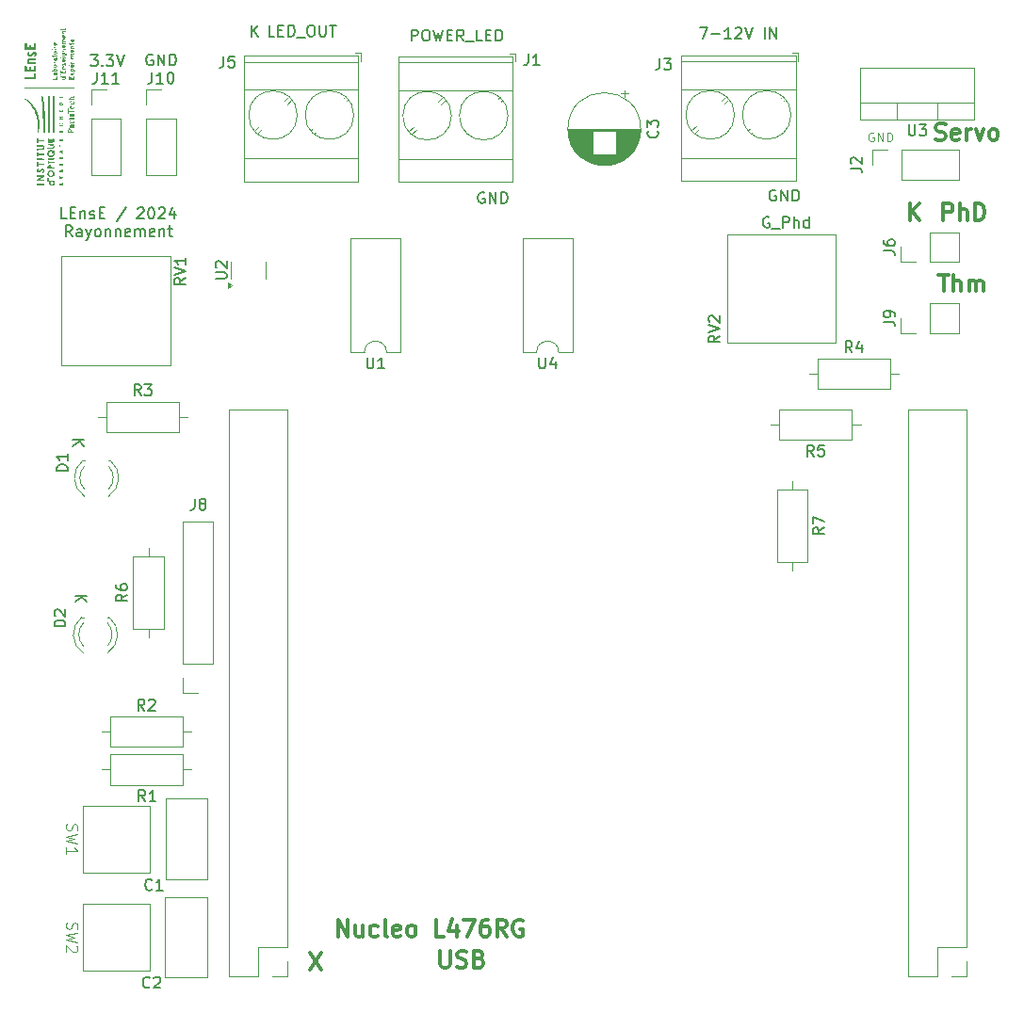
<source format=gbr>
%TF.GenerationSoftware,KiCad,Pcbnew,8.0.0*%
%TF.CreationDate,2024-10-06T21:21:36+02:00*%
%TF.ProjectId,Rayonnement_L476RG,5261796f-6e6e-4656-9d65-6e745f4c3437,rev?*%
%TF.SameCoordinates,Original*%
%TF.FileFunction,Legend,Top*%
%TF.FilePolarity,Positive*%
%FSLAX46Y46*%
G04 Gerber Fmt 4.6, Leading zero omitted, Abs format (unit mm)*
G04 Created by KiCad (PCBNEW 8.0.0) date 2024-10-06 21:21:36*
%MOMM*%
%LPD*%
G01*
G04 APERTURE LIST*
%ADD10C,0.300000*%
%ADD11C,0.200000*%
%ADD12C,0.100000*%
%ADD13C,0.150000*%
%ADD14C,0.120000*%
%ADD15C,0.000000*%
G04 APERTURE END LIST*
D10*
X153354510Y-141200828D02*
X153354510Y-139700828D01*
X153354510Y-139700828D02*
X154211653Y-141200828D01*
X154211653Y-141200828D02*
X154211653Y-139700828D01*
X155568797Y-140200828D02*
X155568797Y-141200828D01*
X154925939Y-140200828D02*
X154925939Y-140986542D01*
X154925939Y-140986542D02*
X154997368Y-141129400D01*
X154997368Y-141129400D02*
X155140225Y-141200828D01*
X155140225Y-141200828D02*
X155354511Y-141200828D01*
X155354511Y-141200828D02*
X155497368Y-141129400D01*
X155497368Y-141129400D02*
X155568797Y-141057971D01*
X156925940Y-141129400D02*
X156783082Y-141200828D01*
X156783082Y-141200828D02*
X156497368Y-141200828D01*
X156497368Y-141200828D02*
X156354511Y-141129400D01*
X156354511Y-141129400D02*
X156283082Y-141057971D01*
X156283082Y-141057971D02*
X156211654Y-140915114D01*
X156211654Y-140915114D02*
X156211654Y-140486542D01*
X156211654Y-140486542D02*
X156283082Y-140343685D01*
X156283082Y-140343685D02*
X156354511Y-140272257D01*
X156354511Y-140272257D02*
X156497368Y-140200828D01*
X156497368Y-140200828D02*
X156783082Y-140200828D01*
X156783082Y-140200828D02*
X156925940Y-140272257D01*
X157783082Y-141200828D02*
X157640225Y-141129400D01*
X157640225Y-141129400D02*
X157568796Y-140986542D01*
X157568796Y-140986542D02*
X157568796Y-139700828D01*
X158925939Y-141129400D02*
X158783082Y-141200828D01*
X158783082Y-141200828D02*
X158497368Y-141200828D01*
X158497368Y-141200828D02*
X158354510Y-141129400D01*
X158354510Y-141129400D02*
X158283082Y-140986542D01*
X158283082Y-140986542D02*
X158283082Y-140415114D01*
X158283082Y-140415114D02*
X158354510Y-140272257D01*
X158354510Y-140272257D02*
X158497368Y-140200828D01*
X158497368Y-140200828D02*
X158783082Y-140200828D01*
X158783082Y-140200828D02*
X158925939Y-140272257D01*
X158925939Y-140272257D02*
X158997368Y-140415114D01*
X158997368Y-140415114D02*
X158997368Y-140557971D01*
X158997368Y-140557971D02*
X158283082Y-140700828D01*
X159854510Y-141200828D02*
X159711653Y-141129400D01*
X159711653Y-141129400D02*
X159640224Y-141057971D01*
X159640224Y-141057971D02*
X159568796Y-140915114D01*
X159568796Y-140915114D02*
X159568796Y-140486542D01*
X159568796Y-140486542D02*
X159640224Y-140343685D01*
X159640224Y-140343685D02*
X159711653Y-140272257D01*
X159711653Y-140272257D02*
X159854510Y-140200828D01*
X159854510Y-140200828D02*
X160068796Y-140200828D01*
X160068796Y-140200828D02*
X160211653Y-140272257D01*
X160211653Y-140272257D02*
X160283082Y-140343685D01*
X160283082Y-140343685D02*
X160354510Y-140486542D01*
X160354510Y-140486542D02*
X160354510Y-140915114D01*
X160354510Y-140915114D02*
X160283082Y-141057971D01*
X160283082Y-141057971D02*
X160211653Y-141129400D01*
X160211653Y-141129400D02*
X160068796Y-141200828D01*
X160068796Y-141200828D02*
X159854510Y-141200828D01*
X162854510Y-141200828D02*
X162140224Y-141200828D01*
X162140224Y-141200828D02*
X162140224Y-139700828D01*
X163997368Y-140200828D02*
X163997368Y-141200828D01*
X163640225Y-139629400D02*
X163283082Y-140700828D01*
X163283082Y-140700828D02*
X164211653Y-140700828D01*
X164640224Y-139700828D02*
X165640224Y-139700828D01*
X165640224Y-139700828D02*
X164997367Y-141200828D01*
X166854510Y-139700828D02*
X166568795Y-139700828D01*
X166568795Y-139700828D02*
X166425938Y-139772257D01*
X166425938Y-139772257D02*
X166354510Y-139843685D01*
X166354510Y-139843685D02*
X166211652Y-140057971D01*
X166211652Y-140057971D02*
X166140224Y-140343685D01*
X166140224Y-140343685D02*
X166140224Y-140915114D01*
X166140224Y-140915114D02*
X166211652Y-141057971D01*
X166211652Y-141057971D02*
X166283081Y-141129400D01*
X166283081Y-141129400D02*
X166425938Y-141200828D01*
X166425938Y-141200828D02*
X166711652Y-141200828D01*
X166711652Y-141200828D02*
X166854510Y-141129400D01*
X166854510Y-141129400D02*
X166925938Y-141057971D01*
X166925938Y-141057971D02*
X166997367Y-140915114D01*
X166997367Y-140915114D02*
X166997367Y-140557971D01*
X166997367Y-140557971D02*
X166925938Y-140415114D01*
X166925938Y-140415114D02*
X166854510Y-140343685D01*
X166854510Y-140343685D02*
X166711652Y-140272257D01*
X166711652Y-140272257D02*
X166425938Y-140272257D01*
X166425938Y-140272257D02*
X166283081Y-140343685D01*
X166283081Y-140343685D02*
X166211652Y-140415114D01*
X166211652Y-140415114D02*
X166140224Y-140557971D01*
X168497366Y-141200828D02*
X167997366Y-140486542D01*
X167640223Y-141200828D02*
X167640223Y-139700828D01*
X167640223Y-139700828D02*
X168211652Y-139700828D01*
X168211652Y-139700828D02*
X168354509Y-139772257D01*
X168354509Y-139772257D02*
X168425938Y-139843685D01*
X168425938Y-139843685D02*
X168497366Y-139986542D01*
X168497366Y-139986542D02*
X168497366Y-140200828D01*
X168497366Y-140200828D02*
X168425938Y-140343685D01*
X168425938Y-140343685D02*
X168354509Y-140415114D01*
X168354509Y-140415114D02*
X168211652Y-140486542D01*
X168211652Y-140486542D02*
X167640223Y-140486542D01*
X169925938Y-139772257D02*
X169783081Y-139700828D01*
X169783081Y-139700828D02*
X169568795Y-139700828D01*
X169568795Y-139700828D02*
X169354509Y-139772257D01*
X169354509Y-139772257D02*
X169211652Y-139915114D01*
X169211652Y-139915114D02*
X169140223Y-140057971D01*
X169140223Y-140057971D02*
X169068795Y-140343685D01*
X169068795Y-140343685D02*
X169068795Y-140557971D01*
X169068795Y-140557971D02*
X169140223Y-140843685D01*
X169140223Y-140843685D02*
X169211652Y-140986542D01*
X169211652Y-140986542D02*
X169354509Y-141129400D01*
X169354509Y-141129400D02*
X169568795Y-141200828D01*
X169568795Y-141200828D02*
X169711652Y-141200828D01*
X169711652Y-141200828D02*
X169925938Y-141129400D01*
X169925938Y-141129400D02*
X169997366Y-141057971D01*
X169997366Y-141057971D02*
X169997366Y-140557971D01*
X169997366Y-140557971D02*
X169711652Y-140557971D01*
D11*
X192093482Y-76514838D02*
X191998244Y-76467219D01*
X191998244Y-76467219D02*
X191855387Y-76467219D01*
X191855387Y-76467219D02*
X191712530Y-76514838D01*
X191712530Y-76514838D02*
X191617292Y-76610076D01*
X191617292Y-76610076D02*
X191569673Y-76705314D01*
X191569673Y-76705314D02*
X191522054Y-76895790D01*
X191522054Y-76895790D02*
X191522054Y-77038647D01*
X191522054Y-77038647D02*
X191569673Y-77229123D01*
X191569673Y-77229123D02*
X191617292Y-77324361D01*
X191617292Y-77324361D02*
X191712530Y-77419600D01*
X191712530Y-77419600D02*
X191855387Y-77467219D01*
X191855387Y-77467219D02*
X191950625Y-77467219D01*
X191950625Y-77467219D02*
X192093482Y-77419600D01*
X192093482Y-77419600D02*
X192141101Y-77371980D01*
X192141101Y-77371980D02*
X192141101Y-77038647D01*
X192141101Y-77038647D02*
X191950625Y-77038647D01*
X192331578Y-77562457D02*
X193093482Y-77562457D01*
X193331578Y-77467219D02*
X193331578Y-76467219D01*
X193331578Y-76467219D02*
X193712530Y-76467219D01*
X193712530Y-76467219D02*
X193807768Y-76514838D01*
X193807768Y-76514838D02*
X193855387Y-76562457D01*
X193855387Y-76562457D02*
X193903006Y-76657695D01*
X193903006Y-76657695D02*
X193903006Y-76800552D01*
X193903006Y-76800552D02*
X193855387Y-76895790D01*
X193855387Y-76895790D02*
X193807768Y-76943409D01*
X193807768Y-76943409D02*
X193712530Y-76991028D01*
X193712530Y-76991028D02*
X193331578Y-76991028D01*
X194331578Y-77467219D02*
X194331578Y-76467219D01*
X194760149Y-77467219D02*
X194760149Y-76943409D01*
X194760149Y-76943409D02*
X194712530Y-76848171D01*
X194712530Y-76848171D02*
X194617292Y-76800552D01*
X194617292Y-76800552D02*
X194474435Y-76800552D01*
X194474435Y-76800552D02*
X194379197Y-76848171D01*
X194379197Y-76848171D02*
X194331578Y-76895790D01*
X195664911Y-77467219D02*
X195664911Y-76467219D01*
X195664911Y-77419600D02*
X195569673Y-77467219D01*
X195569673Y-77467219D02*
X195379197Y-77467219D01*
X195379197Y-77467219D02*
X195283959Y-77419600D01*
X195283959Y-77419600D02*
X195236340Y-77371980D01*
X195236340Y-77371980D02*
X195188721Y-77276742D01*
X195188721Y-77276742D02*
X195188721Y-76991028D01*
X195188721Y-76991028D02*
X195236340Y-76895790D01*
X195236340Y-76895790D02*
X195283959Y-76848171D01*
X195283959Y-76848171D02*
X195379197Y-76800552D01*
X195379197Y-76800552D02*
X195569673Y-76800552D01*
X195569673Y-76800552D02*
X195664911Y-76848171D01*
X147645863Y-60267219D02*
X147169673Y-60267219D01*
X147169673Y-60267219D02*
X147169673Y-59267219D01*
X147979197Y-59743409D02*
X148312530Y-59743409D01*
X148455387Y-60267219D02*
X147979197Y-60267219D01*
X147979197Y-60267219D02*
X147979197Y-59267219D01*
X147979197Y-59267219D02*
X148455387Y-59267219D01*
X148883959Y-60267219D02*
X148883959Y-59267219D01*
X148883959Y-59267219D02*
X149122054Y-59267219D01*
X149122054Y-59267219D02*
X149264911Y-59314838D01*
X149264911Y-59314838D02*
X149360149Y-59410076D01*
X149360149Y-59410076D02*
X149407768Y-59505314D01*
X149407768Y-59505314D02*
X149455387Y-59695790D01*
X149455387Y-59695790D02*
X149455387Y-59838647D01*
X149455387Y-59838647D02*
X149407768Y-60029123D01*
X149407768Y-60029123D02*
X149360149Y-60124361D01*
X149360149Y-60124361D02*
X149264911Y-60219600D01*
X149264911Y-60219600D02*
X149122054Y-60267219D01*
X149122054Y-60267219D02*
X148883959Y-60267219D01*
X149645864Y-60362457D02*
X150407768Y-60362457D01*
X150836340Y-59267219D02*
X151026816Y-59267219D01*
X151026816Y-59267219D02*
X151122054Y-59314838D01*
X151122054Y-59314838D02*
X151217292Y-59410076D01*
X151217292Y-59410076D02*
X151264911Y-59600552D01*
X151264911Y-59600552D02*
X151264911Y-59933885D01*
X151264911Y-59933885D02*
X151217292Y-60124361D01*
X151217292Y-60124361D02*
X151122054Y-60219600D01*
X151122054Y-60219600D02*
X151026816Y-60267219D01*
X151026816Y-60267219D02*
X150836340Y-60267219D01*
X150836340Y-60267219D02*
X150741102Y-60219600D01*
X150741102Y-60219600D02*
X150645864Y-60124361D01*
X150645864Y-60124361D02*
X150598245Y-59933885D01*
X150598245Y-59933885D02*
X150598245Y-59600552D01*
X150598245Y-59600552D02*
X150645864Y-59410076D01*
X150645864Y-59410076D02*
X150741102Y-59314838D01*
X150741102Y-59314838D02*
X150836340Y-59267219D01*
X151693483Y-59267219D02*
X151693483Y-60076742D01*
X151693483Y-60076742D02*
X151741102Y-60171980D01*
X151741102Y-60171980D02*
X151788721Y-60219600D01*
X151788721Y-60219600D02*
X151883959Y-60267219D01*
X151883959Y-60267219D02*
X152074435Y-60267219D01*
X152074435Y-60267219D02*
X152169673Y-60219600D01*
X152169673Y-60219600D02*
X152217292Y-60171980D01*
X152217292Y-60171980D02*
X152264911Y-60076742D01*
X152264911Y-60076742D02*
X152264911Y-59267219D01*
X152598245Y-59267219D02*
X153169673Y-59267219D01*
X152883959Y-60267219D02*
X152883959Y-59267219D01*
D10*
X207754510Y-76800828D02*
X207754510Y-75300828D01*
X207754510Y-75300828D02*
X208325939Y-75300828D01*
X208325939Y-75300828D02*
X208468796Y-75372257D01*
X208468796Y-75372257D02*
X208540225Y-75443685D01*
X208540225Y-75443685D02*
X208611653Y-75586542D01*
X208611653Y-75586542D02*
X208611653Y-75800828D01*
X208611653Y-75800828D02*
X208540225Y-75943685D01*
X208540225Y-75943685D02*
X208468796Y-76015114D01*
X208468796Y-76015114D02*
X208325939Y-76086542D01*
X208325939Y-76086542D02*
X207754510Y-76086542D01*
X209254510Y-76800828D02*
X209254510Y-75300828D01*
X209897368Y-76800828D02*
X209897368Y-76015114D01*
X209897368Y-76015114D02*
X209825939Y-75872257D01*
X209825939Y-75872257D02*
X209683082Y-75800828D01*
X209683082Y-75800828D02*
X209468796Y-75800828D01*
X209468796Y-75800828D02*
X209325939Y-75872257D01*
X209325939Y-75872257D02*
X209254510Y-75943685D01*
X210611653Y-76800828D02*
X210611653Y-75300828D01*
X210611653Y-75300828D02*
X210968796Y-75300828D01*
X210968796Y-75300828D02*
X211183082Y-75372257D01*
X211183082Y-75372257D02*
X211325939Y-75515114D01*
X211325939Y-75515114D02*
X211397368Y-75657971D01*
X211397368Y-75657971D02*
X211468796Y-75943685D01*
X211468796Y-75943685D02*
X211468796Y-76157971D01*
X211468796Y-76157971D02*
X211397368Y-76443685D01*
X211397368Y-76443685D02*
X211325939Y-76586542D01*
X211325939Y-76586542D02*
X211183082Y-76729400D01*
X211183082Y-76729400D02*
X210968796Y-76800828D01*
X210968796Y-76800828D02*
X210611653Y-76800828D01*
D11*
X185874435Y-59467219D02*
X186541101Y-59467219D01*
X186541101Y-59467219D02*
X186112530Y-60467219D01*
X186922054Y-60086266D02*
X187683959Y-60086266D01*
X188683958Y-60467219D02*
X188112530Y-60467219D01*
X188398244Y-60467219D02*
X188398244Y-59467219D01*
X188398244Y-59467219D02*
X188303006Y-59610076D01*
X188303006Y-59610076D02*
X188207768Y-59705314D01*
X188207768Y-59705314D02*
X188112530Y-59752933D01*
X189064911Y-59562457D02*
X189112530Y-59514838D01*
X189112530Y-59514838D02*
X189207768Y-59467219D01*
X189207768Y-59467219D02*
X189445863Y-59467219D01*
X189445863Y-59467219D02*
X189541101Y-59514838D01*
X189541101Y-59514838D02*
X189588720Y-59562457D01*
X189588720Y-59562457D02*
X189636339Y-59657695D01*
X189636339Y-59657695D02*
X189636339Y-59752933D01*
X189636339Y-59752933D02*
X189588720Y-59895790D01*
X189588720Y-59895790D02*
X189017292Y-60467219D01*
X189017292Y-60467219D02*
X189636339Y-60467219D01*
X189922054Y-59467219D02*
X190255387Y-60467219D01*
X190255387Y-60467219D02*
X190588720Y-59467219D01*
X191683959Y-60467219D02*
X191683959Y-59467219D01*
X192160149Y-60467219D02*
X192160149Y-59467219D01*
X192160149Y-59467219D02*
X192731577Y-60467219D01*
X192731577Y-60467219D02*
X192731577Y-59467219D01*
D10*
X204754510Y-76800828D02*
X204754510Y-75300828D01*
X205611653Y-76800828D02*
X204968796Y-75943685D01*
X205611653Y-75300828D02*
X204754510Y-76157971D01*
D11*
X129532780Y-96569673D02*
X130532780Y-96569673D01*
X129532780Y-97141101D02*
X130104209Y-96712530D01*
X130532780Y-97141101D02*
X129961352Y-96569673D01*
X131119388Y-61950266D02*
X131738435Y-61950266D01*
X131738435Y-61950266D02*
X131405102Y-62331218D01*
X131405102Y-62331218D02*
X131547959Y-62331218D01*
X131547959Y-62331218D02*
X131643197Y-62378837D01*
X131643197Y-62378837D02*
X131690816Y-62426456D01*
X131690816Y-62426456D02*
X131738435Y-62521694D01*
X131738435Y-62521694D02*
X131738435Y-62759789D01*
X131738435Y-62759789D02*
X131690816Y-62855027D01*
X131690816Y-62855027D02*
X131643197Y-62902647D01*
X131643197Y-62902647D02*
X131547959Y-62950266D01*
X131547959Y-62950266D02*
X131262245Y-62950266D01*
X131262245Y-62950266D02*
X131167007Y-62902647D01*
X131167007Y-62902647D02*
X131119388Y-62855027D01*
X132167007Y-62855027D02*
X132214626Y-62902647D01*
X132214626Y-62902647D02*
X132167007Y-62950266D01*
X132167007Y-62950266D02*
X132119388Y-62902647D01*
X132119388Y-62902647D02*
X132167007Y-62855027D01*
X132167007Y-62855027D02*
X132167007Y-62950266D01*
X132547959Y-61950266D02*
X133167006Y-61950266D01*
X133167006Y-61950266D02*
X132833673Y-62331218D01*
X132833673Y-62331218D02*
X132976530Y-62331218D01*
X132976530Y-62331218D02*
X133071768Y-62378837D01*
X133071768Y-62378837D02*
X133119387Y-62426456D01*
X133119387Y-62426456D02*
X133167006Y-62521694D01*
X133167006Y-62521694D02*
X133167006Y-62759789D01*
X133167006Y-62759789D02*
X133119387Y-62855027D01*
X133119387Y-62855027D02*
X133071768Y-62902647D01*
X133071768Y-62902647D02*
X132976530Y-62950266D01*
X132976530Y-62950266D02*
X132690816Y-62950266D01*
X132690816Y-62950266D02*
X132595578Y-62902647D01*
X132595578Y-62902647D02*
X132547959Y-62855027D01*
X133452721Y-61950266D02*
X133786054Y-62950266D01*
X133786054Y-62950266D02*
X134119387Y-61950266D01*
D10*
X207340225Y-81700828D02*
X208197368Y-81700828D01*
X207768796Y-83200828D02*
X207768796Y-81700828D01*
X208697367Y-83200828D02*
X208697367Y-81700828D01*
X209340225Y-83200828D02*
X209340225Y-82415114D01*
X209340225Y-82415114D02*
X209268796Y-82272257D01*
X209268796Y-82272257D02*
X209125939Y-82200828D01*
X209125939Y-82200828D02*
X208911653Y-82200828D01*
X208911653Y-82200828D02*
X208768796Y-82272257D01*
X208768796Y-82272257D02*
X208697367Y-82343685D01*
X210054510Y-83200828D02*
X210054510Y-82200828D01*
X210054510Y-82343685D02*
X210125939Y-82272257D01*
X210125939Y-82272257D02*
X210268796Y-82200828D01*
X210268796Y-82200828D02*
X210483082Y-82200828D01*
X210483082Y-82200828D02*
X210625939Y-82272257D01*
X210625939Y-82272257D02*
X210697368Y-82415114D01*
X210697368Y-82415114D02*
X210697368Y-83200828D01*
X210697368Y-82415114D02*
X210768796Y-82272257D01*
X210768796Y-82272257D02*
X210911653Y-82200828D01*
X210911653Y-82200828D02*
X211125939Y-82200828D01*
X211125939Y-82200828D02*
X211268796Y-82272257D01*
X211268796Y-82272257D02*
X211340225Y-82415114D01*
X211340225Y-82415114D02*
X211340225Y-83200828D01*
D11*
X145569673Y-60267219D02*
X145569673Y-59267219D01*
X146141101Y-60267219D02*
X145712530Y-59695790D01*
X146141101Y-59267219D02*
X145569673Y-59838647D01*
X128957142Y-76657275D02*
X128480952Y-76657275D01*
X128480952Y-76657275D02*
X128480952Y-75657275D01*
X129290476Y-76133465D02*
X129623809Y-76133465D01*
X129766666Y-76657275D02*
X129290476Y-76657275D01*
X129290476Y-76657275D02*
X129290476Y-75657275D01*
X129290476Y-75657275D02*
X129766666Y-75657275D01*
X130195238Y-75990608D02*
X130195238Y-76657275D01*
X130195238Y-76085846D02*
X130242857Y-76038227D01*
X130242857Y-76038227D02*
X130338095Y-75990608D01*
X130338095Y-75990608D02*
X130480952Y-75990608D01*
X130480952Y-75990608D02*
X130576190Y-76038227D01*
X130576190Y-76038227D02*
X130623809Y-76133465D01*
X130623809Y-76133465D02*
X130623809Y-76657275D01*
X131052381Y-76609656D02*
X131147619Y-76657275D01*
X131147619Y-76657275D02*
X131338095Y-76657275D01*
X131338095Y-76657275D02*
X131433333Y-76609656D01*
X131433333Y-76609656D02*
X131480952Y-76514417D01*
X131480952Y-76514417D02*
X131480952Y-76466798D01*
X131480952Y-76466798D02*
X131433333Y-76371560D01*
X131433333Y-76371560D02*
X131338095Y-76323941D01*
X131338095Y-76323941D02*
X131195238Y-76323941D01*
X131195238Y-76323941D02*
X131100000Y-76276322D01*
X131100000Y-76276322D02*
X131052381Y-76181084D01*
X131052381Y-76181084D02*
X131052381Y-76133465D01*
X131052381Y-76133465D02*
X131100000Y-76038227D01*
X131100000Y-76038227D02*
X131195238Y-75990608D01*
X131195238Y-75990608D02*
X131338095Y-75990608D01*
X131338095Y-75990608D02*
X131433333Y-76038227D01*
X131909524Y-76133465D02*
X132242857Y-76133465D01*
X132385714Y-76657275D02*
X131909524Y-76657275D01*
X131909524Y-76657275D02*
X131909524Y-75657275D01*
X131909524Y-75657275D02*
X132385714Y-75657275D01*
X134290476Y-75609656D02*
X133433334Y-76895370D01*
X135338096Y-75752513D02*
X135385715Y-75704894D01*
X135385715Y-75704894D02*
X135480953Y-75657275D01*
X135480953Y-75657275D02*
X135719048Y-75657275D01*
X135719048Y-75657275D02*
X135814286Y-75704894D01*
X135814286Y-75704894D02*
X135861905Y-75752513D01*
X135861905Y-75752513D02*
X135909524Y-75847751D01*
X135909524Y-75847751D02*
X135909524Y-75942989D01*
X135909524Y-75942989D02*
X135861905Y-76085846D01*
X135861905Y-76085846D02*
X135290477Y-76657275D01*
X135290477Y-76657275D02*
X135909524Y-76657275D01*
X136528572Y-75657275D02*
X136623810Y-75657275D01*
X136623810Y-75657275D02*
X136719048Y-75704894D01*
X136719048Y-75704894D02*
X136766667Y-75752513D01*
X136766667Y-75752513D02*
X136814286Y-75847751D01*
X136814286Y-75847751D02*
X136861905Y-76038227D01*
X136861905Y-76038227D02*
X136861905Y-76276322D01*
X136861905Y-76276322D02*
X136814286Y-76466798D01*
X136814286Y-76466798D02*
X136766667Y-76562036D01*
X136766667Y-76562036D02*
X136719048Y-76609656D01*
X136719048Y-76609656D02*
X136623810Y-76657275D01*
X136623810Y-76657275D02*
X136528572Y-76657275D01*
X136528572Y-76657275D02*
X136433334Y-76609656D01*
X136433334Y-76609656D02*
X136385715Y-76562036D01*
X136385715Y-76562036D02*
X136338096Y-76466798D01*
X136338096Y-76466798D02*
X136290477Y-76276322D01*
X136290477Y-76276322D02*
X136290477Y-76038227D01*
X136290477Y-76038227D02*
X136338096Y-75847751D01*
X136338096Y-75847751D02*
X136385715Y-75752513D01*
X136385715Y-75752513D02*
X136433334Y-75704894D01*
X136433334Y-75704894D02*
X136528572Y-75657275D01*
X137242858Y-75752513D02*
X137290477Y-75704894D01*
X137290477Y-75704894D02*
X137385715Y-75657275D01*
X137385715Y-75657275D02*
X137623810Y-75657275D01*
X137623810Y-75657275D02*
X137719048Y-75704894D01*
X137719048Y-75704894D02*
X137766667Y-75752513D01*
X137766667Y-75752513D02*
X137814286Y-75847751D01*
X137814286Y-75847751D02*
X137814286Y-75942989D01*
X137814286Y-75942989D02*
X137766667Y-76085846D01*
X137766667Y-76085846D02*
X137195239Y-76657275D01*
X137195239Y-76657275D02*
X137814286Y-76657275D01*
X138671429Y-75990608D02*
X138671429Y-76657275D01*
X138433334Y-75609656D02*
X138195239Y-76323941D01*
X138195239Y-76323941D02*
X138814286Y-76323941D01*
X129457142Y-78267219D02*
X129123809Y-77791028D01*
X128885714Y-78267219D02*
X128885714Y-77267219D01*
X128885714Y-77267219D02*
X129266666Y-77267219D01*
X129266666Y-77267219D02*
X129361904Y-77314838D01*
X129361904Y-77314838D02*
X129409523Y-77362457D01*
X129409523Y-77362457D02*
X129457142Y-77457695D01*
X129457142Y-77457695D02*
X129457142Y-77600552D01*
X129457142Y-77600552D02*
X129409523Y-77695790D01*
X129409523Y-77695790D02*
X129361904Y-77743409D01*
X129361904Y-77743409D02*
X129266666Y-77791028D01*
X129266666Y-77791028D02*
X128885714Y-77791028D01*
X130314285Y-78267219D02*
X130314285Y-77743409D01*
X130314285Y-77743409D02*
X130266666Y-77648171D01*
X130266666Y-77648171D02*
X130171428Y-77600552D01*
X130171428Y-77600552D02*
X129980952Y-77600552D01*
X129980952Y-77600552D02*
X129885714Y-77648171D01*
X130314285Y-78219600D02*
X130219047Y-78267219D01*
X130219047Y-78267219D02*
X129980952Y-78267219D01*
X129980952Y-78267219D02*
X129885714Y-78219600D01*
X129885714Y-78219600D02*
X129838095Y-78124361D01*
X129838095Y-78124361D02*
X129838095Y-78029123D01*
X129838095Y-78029123D02*
X129885714Y-77933885D01*
X129885714Y-77933885D02*
X129980952Y-77886266D01*
X129980952Y-77886266D02*
X130219047Y-77886266D01*
X130219047Y-77886266D02*
X130314285Y-77838647D01*
X130695238Y-77600552D02*
X130933333Y-78267219D01*
X131171428Y-77600552D02*
X130933333Y-78267219D01*
X130933333Y-78267219D02*
X130838095Y-78505314D01*
X130838095Y-78505314D02*
X130790476Y-78552933D01*
X130790476Y-78552933D02*
X130695238Y-78600552D01*
X131695238Y-78267219D02*
X131600000Y-78219600D01*
X131600000Y-78219600D02*
X131552381Y-78171980D01*
X131552381Y-78171980D02*
X131504762Y-78076742D01*
X131504762Y-78076742D02*
X131504762Y-77791028D01*
X131504762Y-77791028D02*
X131552381Y-77695790D01*
X131552381Y-77695790D02*
X131600000Y-77648171D01*
X131600000Y-77648171D02*
X131695238Y-77600552D01*
X131695238Y-77600552D02*
X131838095Y-77600552D01*
X131838095Y-77600552D02*
X131933333Y-77648171D01*
X131933333Y-77648171D02*
X131980952Y-77695790D01*
X131980952Y-77695790D02*
X132028571Y-77791028D01*
X132028571Y-77791028D02*
X132028571Y-78076742D01*
X132028571Y-78076742D02*
X131980952Y-78171980D01*
X131980952Y-78171980D02*
X131933333Y-78219600D01*
X131933333Y-78219600D02*
X131838095Y-78267219D01*
X131838095Y-78267219D02*
X131695238Y-78267219D01*
X132457143Y-77600552D02*
X132457143Y-78267219D01*
X132457143Y-77695790D02*
X132504762Y-77648171D01*
X132504762Y-77648171D02*
X132600000Y-77600552D01*
X132600000Y-77600552D02*
X132742857Y-77600552D01*
X132742857Y-77600552D02*
X132838095Y-77648171D01*
X132838095Y-77648171D02*
X132885714Y-77743409D01*
X132885714Y-77743409D02*
X132885714Y-78267219D01*
X133361905Y-77600552D02*
X133361905Y-78267219D01*
X133361905Y-77695790D02*
X133409524Y-77648171D01*
X133409524Y-77648171D02*
X133504762Y-77600552D01*
X133504762Y-77600552D02*
X133647619Y-77600552D01*
X133647619Y-77600552D02*
X133742857Y-77648171D01*
X133742857Y-77648171D02*
X133790476Y-77743409D01*
X133790476Y-77743409D02*
X133790476Y-78267219D01*
X134647619Y-78219600D02*
X134552381Y-78267219D01*
X134552381Y-78267219D02*
X134361905Y-78267219D01*
X134361905Y-78267219D02*
X134266667Y-78219600D01*
X134266667Y-78219600D02*
X134219048Y-78124361D01*
X134219048Y-78124361D02*
X134219048Y-77743409D01*
X134219048Y-77743409D02*
X134266667Y-77648171D01*
X134266667Y-77648171D02*
X134361905Y-77600552D01*
X134361905Y-77600552D02*
X134552381Y-77600552D01*
X134552381Y-77600552D02*
X134647619Y-77648171D01*
X134647619Y-77648171D02*
X134695238Y-77743409D01*
X134695238Y-77743409D02*
X134695238Y-77838647D01*
X134695238Y-77838647D02*
X134219048Y-77933885D01*
X135123810Y-78267219D02*
X135123810Y-77600552D01*
X135123810Y-77695790D02*
X135171429Y-77648171D01*
X135171429Y-77648171D02*
X135266667Y-77600552D01*
X135266667Y-77600552D02*
X135409524Y-77600552D01*
X135409524Y-77600552D02*
X135504762Y-77648171D01*
X135504762Y-77648171D02*
X135552381Y-77743409D01*
X135552381Y-77743409D02*
X135552381Y-78267219D01*
X135552381Y-77743409D02*
X135600000Y-77648171D01*
X135600000Y-77648171D02*
X135695238Y-77600552D01*
X135695238Y-77600552D02*
X135838095Y-77600552D01*
X135838095Y-77600552D02*
X135933334Y-77648171D01*
X135933334Y-77648171D02*
X135980953Y-77743409D01*
X135980953Y-77743409D02*
X135980953Y-78267219D01*
X136838095Y-78219600D02*
X136742857Y-78267219D01*
X136742857Y-78267219D02*
X136552381Y-78267219D01*
X136552381Y-78267219D02*
X136457143Y-78219600D01*
X136457143Y-78219600D02*
X136409524Y-78124361D01*
X136409524Y-78124361D02*
X136409524Y-77743409D01*
X136409524Y-77743409D02*
X136457143Y-77648171D01*
X136457143Y-77648171D02*
X136552381Y-77600552D01*
X136552381Y-77600552D02*
X136742857Y-77600552D01*
X136742857Y-77600552D02*
X136838095Y-77648171D01*
X136838095Y-77648171D02*
X136885714Y-77743409D01*
X136885714Y-77743409D02*
X136885714Y-77838647D01*
X136885714Y-77838647D02*
X136409524Y-77933885D01*
X137314286Y-77600552D02*
X137314286Y-78267219D01*
X137314286Y-77695790D02*
X137361905Y-77648171D01*
X137361905Y-77648171D02*
X137457143Y-77600552D01*
X137457143Y-77600552D02*
X137600000Y-77600552D01*
X137600000Y-77600552D02*
X137695238Y-77648171D01*
X137695238Y-77648171D02*
X137742857Y-77743409D01*
X137742857Y-77743409D02*
X137742857Y-78267219D01*
X138076191Y-77600552D02*
X138457143Y-77600552D01*
X138219048Y-77267219D02*
X138219048Y-78124361D01*
X138219048Y-78124361D02*
X138266667Y-78219600D01*
X138266667Y-78219600D02*
X138361905Y-78267219D01*
X138361905Y-78267219D02*
X138457143Y-78267219D01*
X166493482Y-74314838D02*
X166398244Y-74267219D01*
X166398244Y-74267219D02*
X166255387Y-74267219D01*
X166255387Y-74267219D02*
X166112530Y-74314838D01*
X166112530Y-74314838D02*
X166017292Y-74410076D01*
X166017292Y-74410076D02*
X165969673Y-74505314D01*
X165969673Y-74505314D02*
X165922054Y-74695790D01*
X165922054Y-74695790D02*
X165922054Y-74838647D01*
X165922054Y-74838647D02*
X165969673Y-75029123D01*
X165969673Y-75029123D02*
X166017292Y-75124361D01*
X166017292Y-75124361D02*
X166112530Y-75219600D01*
X166112530Y-75219600D02*
X166255387Y-75267219D01*
X166255387Y-75267219D02*
X166350625Y-75267219D01*
X166350625Y-75267219D02*
X166493482Y-75219600D01*
X166493482Y-75219600D02*
X166541101Y-75171980D01*
X166541101Y-75171980D02*
X166541101Y-74838647D01*
X166541101Y-74838647D02*
X166350625Y-74838647D01*
X166969673Y-75267219D02*
X166969673Y-74267219D01*
X166969673Y-74267219D02*
X167541101Y-75267219D01*
X167541101Y-75267219D02*
X167541101Y-74267219D01*
X168017292Y-75267219D02*
X168017292Y-74267219D01*
X168017292Y-74267219D02*
X168255387Y-74267219D01*
X168255387Y-74267219D02*
X168398244Y-74314838D01*
X168398244Y-74314838D02*
X168493482Y-74410076D01*
X168493482Y-74410076D02*
X168541101Y-74505314D01*
X168541101Y-74505314D02*
X168588720Y-74695790D01*
X168588720Y-74695790D02*
X168588720Y-74838647D01*
X168588720Y-74838647D02*
X168541101Y-75029123D01*
X168541101Y-75029123D02*
X168493482Y-75124361D01*
X168493482Y-75124361D02*
X168398244Y-75219600D01*
X168398244Y-75219600D02*
X168255387Y-75267219D01*
X168255387Y-75267219D02*
X168017292Y-75267219D01*
D10*
X207083082Y-69529400D02*
X207297368Y-69600828D01*
X207297368Y-69600828D02*
X207654510Y-69600828D01*
X207654510Y-69600828D02*
X207797368Y-69529400D01*
X207797368Y-69529400D02*
X207868796Y-69457971D01*
X207868796Y-69457971D02*
X207940225Y-69315114D01*
X207940225Y-69315114D02*
X207940225Y-69172257D01*
X207940225Y-69172257D02*
X207868796Y-69029400D01*
X207868796Y-69029400D02*
X207797368Y-68957971D01*
X207797368Y-68957971D02*
X207654510Y-68886542D01*
X207654510Y-68886542D02*
X207368796Y-68815114D01*
X207368796Y-68815114D02*
X207225939Y-68743685D01*
X207225939Y-68743685D02*
X207154510Y-68672257D01*
X207154510Y-68672257D02*
X207083082Y-68529400D01*
X207083082Y-68529400D02*
X207083082Y-68386542D01*
X207083082Y-68386542D02*
X207154510Y-68243685D01*
X207154510Y-68243685D02*
X207225939Y-68172257D01*
X207225939Y-68172257D02*
X207368796Y-68100828D01*
X207368796Y-68100828D02*
X207725939Y-68100828D01*
X207725939Y-68100828D02*
X207940225Y-68172257D01*
X209154510Y-69529400D02*
X209011653Y-69600828D01*
X209011653Y-69600828D02*
X208725939Y-69600828D01*
X208725939Y-69600828D02*
X208583081Y-69529400D01*
X208583081Y-69529400D02*
X208511653Y-69386542D01*
X208511653Y-69386542D02*
X208511653Y-68815114D01*
X208511653Y-68815114D02*
X208583081Y-68672257D01*
X208583081Y-68672257D02*
X208725939Y-68600828D01*
X208725939Y-68600828D02*
X209011653Y-68600828D01*
X209011653Y-68600828D02*
X209154510Y-68672257D01*
X209154510Y-68672257D02*
X209225939Y-68815114D01*
X209225939Y-68815114D02*
X209225939Y-68957971D01*
X209225939Y-68957971D02*
X208511653Y-69100828D01*
X209868795Y-69600828D02*
X209868795Y-68600828D01*
X209868795Y-68886542D02*
X209940224Y-68743685D01*
X209940224Y-68743685D02*
X210011653Y-68672257D01*
X210011653Y-68672257D02*
X210154510Y-68600828D01*
X210154510Y-68600828D02*
X210297367Y-68600828D01*
X210654509Y-68600828D02*
X211011652Y-69600828D01*
X211011652Y-69600828D02*
X211368795Y-68600828D01*
X212154509Y-69600828D02*
X212011652Y-69529400D01*
X212011652Y-69529400D02*
X211940223Y-69457971D01*
X211940223Y-69457971D02*
X211868795Y-69315114D01*
X211868795Y-69315114D02*
X211868795Y-68886542D01*
X211868795Y-68886542D02*
X211940223Y-68743685D01*
X211940223Y-68743685D02*
X212011652Y-68672257D01*
X212011652Y-68672257D02*
X212154509Y-68600828D01*
X212154509Y-68600828D02*
X212368795Y-68600828D01*
X212368795Y-68600828D02*
X212511652Y-68672257D01*
X212511652Y-68672257D02*
X212583081Y-68743685D01*
X212583081Y-68743685D02*
X212654509Y-68886542D01*
X212654509Y-68886542D02*
X212654509Y-69315114D01*
X212654509Y-69315114D02*
X212583081Y-69457971D01*
X212583081Y-69457971D02*
X212511652Y-69529400D01*
X212511652Y-69529400D02*
X212368795Y-69600828D01*
X212368795Y-69600828D02*
X212154509Y-69600828D01*
D11*
X192693482Y-74114838D02*
X192598244Y-74067219D01*
X192598244Y-74067219D02*
X192455387Y-74067219D01*
X192455387Y-74067219D02*
X192312530Y-74114838D01*
X192312530Y-74114838D02*
X192217292Y-74210076D01*
X192217292Y-74210076D02*
X192169673Y-74305314D01*
X192169673Y-74305314D02*
X192122054Y-74495790D01*
X192122054Y-74495790D02*
X192122054Y-74638647D01*
X192122054Y-74638647D02*
X192169673Y-74829123D01*
X192169673Y-74829123D02*
X192217292Y-74924361D01*
X192217292Y-74924361D02*
X192312530Y-75019600D01*
X192312530Y-75019600D02*
X192455387Y-75067219D01*
X192455387Y-75067219D02*
X192550625Y-75067219D01*
X192550625Y-75067219D02*
X192693482Y-75019600D01*
X192693482Y-75019600D02*
X192741101Y-74971980D01*
X192741101Y-74971980D02*
X192741101Y-74638647D01*
X192741101Y-74638647D02*
X192550625Y-74638647D01*
X193169673Y-75067219D02*
X193169673Y-74067219D01*
X193169673Y-74067219D02*
X193741101Y-75067219D01*
X193741101Y-75067219D02*
X193741101Y-74067219D01*
X194217292Y-75067219D02*
X194217292Y-74067219D01*
X194217292Y-74067219D02*
X194455387Y-74067219D01*
X194455387Y-74067219D02*
X194598244Y-74114838D01*
X194598244Y-74114838D02*
X194693482Y-74210076D01*
X194693482Y-74210076D02*
X194741101Y-74305314D01*
X194741101Y-74305314D02*
X194788720Y-74495790D01*
X194788720Y-74495790D02*
X194788720Y-74638647D01*
X194788720Y-74638647D02*
X194741101Y-74829123D01*
X194741101Y-74829123D02*
X194693482Y-74924361D01*
X194693482Y-74924361D02*
X194598244Y-75019600D01*
X194598244Y-75019600D02*
X194455387Y-75067219D01*
X194455387Y-75067219D02*
X194217292Y-75067219D01*
D10*
X150811653Y-142700828D02*
X151811653Y-144200828D01*
X151811653Y-142700828D02*
X150811653Y-144200828D01*
D12*
X201475312Y-68934990D02*
X201399122Y-68896895D01*
X201399122Y-68896895D02*
X201284836Y-68896895D01*
X201284836Y-68896895D02*
X201170550Y-68934990D01*
X201170550Y-68934990D02*
X201094360Y-69011180D01*
X201094360Y-69011180D02*
X201056265Y-69087371D01*
X201056265Y-69087371D02*
X201018169Y-69239752D01*
X201018169Y-69239752D02*
X201018169Y-69354038D01*
X201018169Y-69354038D02*
X201056265Y-69506419D01*
X201056265Y-69506419D02*
X201094360Y-69582609D01*
X201094360Y-69582609D02*
X201170550Y-69658800D01*
X201170550Y-69658800D02*
X201284836Y-69696895D01*
X201284836Y-69696895D02*
X201361027Y-69696895D01*
X201361027Y-69696895D02*
X201475312Y-69658800D01*
X201475312Y-69658800D02*
X201513408Y-69620704D01*
X201513408Y-69620704D02*
X201513408Y-69354038D01*
X201513408Y-69354038D02*
X201361027Y-69354038D01*
X201856265Y-69696895D02*
X201856265Y-68896895D01*
X201856265Y-68896895D02*
X202313408Y-69696895D01*
X202313408Y-69696895D02*
X202313408Y-68896895D01*
X202694360Y-69696895D02*
X202694360Y-68896895D01*
X202694360Y-68896895D02*
X202884836Y-68896895D01*
X202884836Y-68896895D02*
X202999122Y-68934990D01*
X202999122Y-68934990D02*
X203075312Y-69011180D01*
X203075312Y-69011180D02*
X203113407Y-69087371D01*
X203113407Y-69087371D02*
X203151503Y-69239752D01*
X203151503Y-69239752D02*
X203151503Y-69354038D01*
X203151503Y-69354038D02*
X203113407Y-69506419D01*
X203113407Y-69506419D02*
X203075312Y-69582609D01*
X203075312Y-69582609D02*
X202999122Y-69658800D01*
X202999122Y-69658800D02*
X202884836Y-69696895D01*
X202884836Y-69696895D02*
X202694360Y-69696895D01*
D11*
X159969673Y-60667219D02*
X159969673Y-59667219D01*
X159969673Y-59667219D02*
X160350625Y-59667219D01*
X160350625Y-59667219D02*
X160445863Y-59714838D01*
X160445863Y-59714838D02*
X160493482Y-59762457D01*
X160493482Y-59762457D02*
X160541101Y-59857695D01*
X160541101Y-59857695D02*
X160541101Y-60000552D01*
X160541101Y-60000552D02*
X160493482Y-60095790D01*
X160493482Y-60095790D02*
X160445863Y-60143409D01*
X160445863Y-60143409D02*
X160350625Y-60191028D01*
X160350625Y-60191028D02*
X159969673Y-60191028D01*
X161160149Y-59667219D02*
X161350625Y-59667219D01*
X161350625Y-59667219D02*
X161445863Y-59714838D01*
X161445863Y-59714838D02*
X161541101Y-59810076D01*
X161541101Y-59810076D02*
X161588720Y-60000552D01*
X161588720Y-60000552D02*
X161588720Y-60333885D01*
X161588720Y-60333885D02*
X161541101Y-60524361D01*
X161541101Y-60524361D02*
X161445863Y-60619600D01*
X161445863Y-60619600D02*
X161350625Y-60667219D01*
X161350625Y-60667219D02*
X161160149Y-60667219D01*
X161160149Y-60667219D02*
X161064911Y-60619600D01*
X161064911Y-60619600D02*
X160969673Y-60524361D01*
X160969673Y-60524361D02*
X160922054Y-60333885D01*
X160922054Y-60333885D02*
X160922054Y-60000552D01*
X160922054Y-60000552D02*
X160969673Y-59810076D01*
X160969673Y-59810076D02*
X161064911Y-59714838D01*
X161064911Y-59714838D02*
X161160149Y-59667219D01*
X161922054Y-59667219D02*
X162160149Y-60667219D01*
X162160149Y-60667219D02*
X162350625Y-59952933D01*
X162350625Y-59952933D02*
X162541101Y-60667219D01*
X162541101Y-60667219D02*
X162779197Y-59667219D01*
X163160149Y-60143409D02*
X163493482Y-60143409D01*
X163636339Y-60667219D02*
X163160149Y-60667219D01*
X163160149Y-60667219D02*
X163160149Y-59667219D01*
X163160149Y-59667219D02*
X163636339Y-59667219D01*
X164636339Y-60667219D02*
X164303006Y-60191028D01*
X164064911Y-60667219D02*
X164064911Y-59667219D01*
X164064911Y-59667219D02*
X164445863Y-59667219D01*
X164445863Y-59667219D02*
X164541101Y-59714838D01*
X164541101Y-59714838D02*
X164588720Y-59762457D01*
X164588720Y-59762457D02*
X164636339Y-59857695D01*
X164636339Y-59857695D02*
X164636339Y-60000552D01*
X164636339Y-60000552D02*
X164588720Y-60095790D01*
X164588720Y-60095790D02*
X164541101Y-60143409D01*
X164541101Y-60143409D02*
X164445863Y-60191028D01*
X164445863Y-60191028D02*
X164064911Y-60191028D01*
X164826816Y-60762457D02*
X165588720Y-60762457D01*
X166303006Y-60667219D02*
X165826816Y-60667219D01*
X165826816Y-60667219D02*
X165826816Y-59667219D01*
X166636340Y-60143409D02*
X166969673Y-60143409D01*
X167112530Y-60667219D02*
X166636340Y-60667219D01*
X166636340Y-60667219D02*
X166636340Y-59667219D01*
X166636340Y-59667219D02*
X167112530Y-59667219D01*
X167541102Y-60667219D02*
X167541102Y-59667219D01*
X167541102Y-59667219D02*
X167779197Y-59667219D01*
X167779197Y-59667219D02*
X167922054Y-59714838D01*
X167922054Y-59714838D02*
X168017292Y-59810076D01*
X168017292Y-59810076D02*
X168064911Y-59905314D01*
X168064911Y-59905314D02*
X168112530Y-60095790D01*
X168112530Y-60095790D02*
X168112530Y-60238647D01*
X168112530Y-60238647D02*
X168064911Y-60429123D01*
X168064911Y-60429123D02*
X168017292Y-60524361D01*
X168017292Y-60524361D02*
X167922054Y-60619600D01*
X167922054Y-60619600D02*
X167779197Y-60667219D01*
X167779197Y-60667219D02*
X167541102Y-60667219D01*
X129732780Y-110569673D02*
X130732780Y-110569673D01*
X129732780Y-111141101D02*
X130304209Y-110712530D01*
X130732780Y-111141101D02*
X130161352Y-110569673D01*
X136693482Y-61914838D02*
X136598244Y-61867219D01*
X136598244Y-61867219D02*
X136455387Y-61867219D01*
X136455387Y-61867219D02*
X136312530Y-61914838D01*
X136312530Y-61914838D02*
X136217292Y-62010076D01*
X136217292Y-62010076D02*
X136169673Y-62105314D01*
X136169673Y-62105314D02*
X136122054Y-62295790D01*
X136122054Y-62295790D02*
X136122054Y-62438647D01*
X136122054Y-62438647D02*
X136169673Y-62629123D01*
X136169673Y-62629123D02*
X136217292Y-62724361D01*
X136217292Y-62724361D02*
X136312530Y-62819600D01*
X136312530Y-62819600D02*
X136455387Y-62867219D01*
X136455387Y-62867219D02*
X136550625Y-62867219D01*
X136550625Y-62867219D02*
X136693482Y-62819600D01*
X136693482Y-62819600D02*
X136741101Y-62771980D01*
X136741101Y-62771980D02*
X136741101Y-62438647D01*
X136741101Y-62438647D02*
X136550625Y-62438647D01*
X137169673Y-62867219D02*
X137169673Y-61867219D01*
X137169673Y-61867219D02*
X137741101Y-62867219D01*
X137741101Y-62867219D02*
X137741101Y-61867219D01*
X138217292Y-62867219D02*
X138217292Y-61867219D01*
X138217292Y-61867219D02*
X138455387Y-61867219D01*
X138455387Y-61867219D02*
X138598244Y-61914838D01*
X138598244Y-61914838D02*
X138693482Y-62010076D01*
X138693482Y-62010076D02*
X138741101Y-62105314D01*
X138741101Y-62105314D02*
X138788720Y-62295790D01*
X138788720Y-62295790D02*
X138788720Y-62438647D01*
X138788720Y-62438647D02*
X138741101Y-62629123D01*
X138741101Y-62629123D02*
X138693482Y-62724361D01*
X138693482Y-62724361D02*
X138598244Y-62819600D01*
X138598244Y-62819600D02*
X138455387Y-62867219D01*
X138455387Y-62867219D02*
X138217292Y-62867219D01*
D10*
X162554510Y-142500828D02*
X162554510Y-143715114D01*
X162554510Y-143715114D02*
X162625939Y-143857971D01*
X162625939Y-143857971D02*
X162697368Y-143929400D01*
X162697368Y-143929400D02*
X162840225Y-144000828D01*
X162840225Y-144000828D02*
X163125939Y-144000828D01*
X163125939Y-144000828D02*
X163268796Y-143929400D01*
X163268796Y-143929400D02*
X163340225Y-143857971D01*
X163340225Y-143857971D02*
X163411653Y-143715114D01*
X163411653Y-143715114D02*
X163411653Y-142500828D01*
X164054511Y-143929400D02*
X164268797Y-144000828D01*
X164268797Y-144000828D02*
X164625939Y-144000828D01*
X164625939Y-144000828D02*
X164768797Y-143929400D01*
X164768797Y-143929400D02*
X164840225Y-143857971D01*
X164840225Y-143857971D02*
X164911654Y-143715114D01*
X164911654Y-143715114D02*
X164911654Y-143572257D01*
X164911654Y-143572257D02*
X164840225Y-143429400D01*
X164840225Y-143429400D02*
X164768797Y-143357971D01*
X164768797Y-143357971D02*
X164625939Y-143286542D01*
X164625939Y-143286542D02*
X164340225Y-143215114D01*
X164340225Y-143215114D02*
X164197368Y-143143685D01*
X164197368Y-143143685D02*
X164125939Y-143072257D01*
X164125939Y-143072257D02*
X164054511Y-142929400D01*
X164054511Y-142929400D02*
X164054511Y-142786542D01*
X164054511Y-142786542D02*
X164125939Y-142643685D01*
X164125939Y-142643685D02*
X164197368Y-142572257D01*
X164197368Y-142572257D02*
X164340225Y-142500828D01*
X164340225Y-142500828D02*
X164697368Y-142500828D01*
X164697368Y-142500828D02*
X164911654Y-142572257D01*
X166054510Y-143215114D02*
X166268796Y-143286542D01*
X166268796Y-143286542D02*
X166340225Y-143357971D01*
X166340225Y-143357971D02*
X166411653Y-143500828D01*
X166411653Y-143500828D02*
X166411653Y-143715114D01*
X166411653Y-143715114D02*
X166340225Y-143857971D01*
X166340225Y-143857971D02*
X166268796Y-143929400D01*
X166268796Y-143929400D02*
X166125939Y-144000828D01*
X166125939Y-144000828D02*
X165554510Y-144000828D01*
X165554510Y-144000828D02*
X165554510Y-142500828D01*
X165554510Y-142500828D02*
X166054510Y-142500828D01*
X166054510Y-142500828D02*
X166197368Y-142572257D01*
X166197368Y-142572257D02*
X166268796Y-142643685D01*
X166268796Y-142643685D02*
X166340225Y-142786542D01*
X166340225Y-142786542D02*
X166340225Y-142929400D01*
X166340225Y-142929400D02*
X166268796Y-143072257D01*
X166268796Y-143072257D02*
X166197368Y-143143685D01*
X166197368Y-143143685D02*
X166054510Y-143215114D01*
X166054510Y-143215114D02*
X165554510Y-143215114D01*
D13*
X182266666Y-62254819D02*
X182266666Y-62969104D01*
X182266666Y-62969104D02*
X182219047Y-63111961D01*
X182219047Y-63111961D02*
X182123809Y-63207200D01*
X182123809Y-63207200D02*
X181980952Y-63254819D01*
X181980952Y-63254819D02*
X181885714Y-63254819D01*
X182647619Y-62254819D02*
X183266666Y-62254819D01*
X183266666Y-62254819D02*
X182933333Y-62635771D01*
X182933333Y-62635771D02*
X183076190Y-62635771D01*
X183076190Y-62635771D02*
X183171428Y-62683390D01*
X183171428Y-62683390D02*
X183219047Y-62731009D01*
X183219047Y-62731009D02*
X183266666Y-62826247D01*
X183266666Y-62826247D02*
X183266666Y-63064342D01*
X183266666Y-63064342D02*
X183219047Y-63159580D01*
X183219047Y-63159580D02*
X183171428Y-63207200D01*
X183171428Y-63207200D02*
X183076190Y-63254819D01*
X183076190Y-63254819D02*
X182790476Y-63254819D01*
X182790476Y-63254819D02*
X182695238Y-63207200D01*
X182695238Y-63207200D02*
X182647619Y-63159580D01*
X143066666Y-62054819D02*
X143066666Y-62769104D01*
X143066666Y-62769104D02*
X143019047Y-62911961D01*
X143019047Y-62911961D02*
X142923809Y-63007200D01*
X142923809Y-63007200D02*
X142780952Y-63054819D01*
X142780952Y-63054819D02*
X142685714Y-63054819D01*
X144019047Y-62054819D02*
X143542857Y-62054819D01*
X143542857Y-62054819D02*
X143495238Y-62531009D01*
X143495238Y-62531009D02*
X143542857Y-62483390D01*
X143542857Y-62483390D02*
X143638095Y-62435771D01*
X143638095Y-62435771D02*
X143876190Y-62435771D01*
X143876190Y-62435771D02*
X143971428Y-62483390D01*
X143971428Y-62483390D02*
X144019047Y-62531009D01*
X144019047Y-62531009D02*
X144066666Y-62626247D01*
X144066666Y-62626247D02*
X144066666Y-62864342D01*
X144066666Y-62864342D02*
X144019047Y-62959580D01*
X144019047Y-62959580D02*
X143971428Y-63007200D01*
X143971428Y-63007200D02*
X143876190Y-63054819D01*
X143876190Y-63054819D02*
X143638095Y-63054819D01*
X143638095Y-63054819D02*
X143542857Y-63007200D01*
X143542857Y-63007200D02*
X143495238Y-62959580D01*
X131690476Y-63494819D02*
X131690476Y-64209104D01*
X131690476Y-64209104D02*
X131642857Y-64351961D01*
X131642857Y-64351961D02*
X131547619Y-64447200D01*
X131547619Y-64447200D02*
X131404762Y-64494819D01*
X131404762Y-64494819D02*
X131309524Y-64494819D01*
X132690476Y-64494819D02*
X132119048Y-64494819D01*
X132404762Y-64494819D02*
X132404762Y-63494819D01*
X132404762Y-63494819D02*
X132309524Y-63637676D01*
X132309524Y-63637676D02*
X132214286Y-63732914D01*
X132214286Y-63732914D02*
X132119048Y-63780533D01*
X133642857Y-64494819D02*
X133071429Y-64494819D01*
X133357143Y-64494819D02*
X133357143Y-63494819D01*
X133357143Y-63494819D02*
X133261905Y-63637676D01*
X133261905Y-63637676D02*
X133166667Y-63732914D01*
X133166667Y-63732914D02*
X133071429Y-63780533D01*
X128854819Y-113338094D02*
X127854819Y-113338094D01*
X127854819Y-113338094D02*
X127854819Y-113099999D01*
X127854819Y-113099999D02*
X127902438Y-112957142D01*
X127902438Y-112957142D02*
X127997676Y-112861904D01*
X127997676Y-112861904D02*
X128092914Y-112814285D01*
X128092914Y-112814285D02*
X128283390Y-112766666D01*
X128283390Y-112766666D02*
X128426247Y-112766666D01*
X128426247Y-112766666D02*
X128616723Y-112814285D01*
X128616723Y-112814285D02*
X128711961Y-112861904D01*
X128711961Y-112861904D02*
X128807200Y-112957142D01*
X128807200Y-112957142D02*
X128854819Y-113099999D01*
X128854819Y-113099999D02*
X128854819Y-113338094D01*
X127950057Y-112385713D02*
X127902438Y-112338094D01*
X127902438Y-112338094D02*
X127854819Y-112242856D01*
X127854819Y-112242856D02*
X127854819Y-112004761D01*
X127854819Y-112004761D02*
X127902438Y-111909523D01*
X127902438Y-111909523D02*
X127950057Y-111861904D01*
X127950057Y-111861904D02*
X128045295Y-111814285D01*
X128045295Y-111814285D02*
X128140533Y-111814285D01*
X128140533Y-111814285D02*
X128283390Y-111861904D01*
X128283390Y-111861904D02*
X128854819Y-112433332D01*
X128854819Y-112433332D02*
X128854819Y-111814285D01*
D12*
X128990200Y-131116667D02*
X128942580Y-131259524D01*
X128942580Y-131259524D02*
X128942580Y-131497619D01*
X128942580Y-131497619D02*
X128990200Y-131592857D01*
X128990200Y-131592857D02*
X129037819Y-131640476D01*
X129037819Y-131640476D02*
X129133057Y-131688095D01*
X129133057Y-131688095D02*
X129228295Y-131688095D01*
X129228295Y-131688095D02*
X129323533Y-131640476D01*
X129323533Y-131640476D02*
X129371152Y-131592857D01*
X129371152Y-131592857D02*
X129418771Y-131497619D01*
X129418771Y-131497619D02*
X129466390Y-131307143D01*
X129466390Y-131307143D02*
X129514009Y-131211905D01*
X129514009Y-131211905D02*
X129561628Y-131164286D01*
X129561628Y-131164286D02*
X129656866Y-131116667D01*
X129656866Y-131116667D02*
X129752104Y-131116667D01*
X129752104Y-131116667D02*
X129847342Y-131164286D01*
X129847342Y-131164286D02*
X129894961Y-131211905D01*
X129894961Y-131211905D02*
X129942580Y-131307143D01*
X129942580Y-131307143D02*
X129942580Y-131545238D01*
X129942580Y-131545238D02*
X129894961Y-131688095D01*
X129942580Y-132021429D02*
X128942580Y-132259524D01*
X128942580Y-132259524D02*
X129656866Y-132450000D01*
X129656866Y-132450000D02*
X128942580Y-132640476D01*
X128942580Y-132640476D02*
X129942580Y-132878572D01*
X128942580Y-133783333D02*
X128942580Y-133211905D01*
X128942580Y-133497619D02*
X129942580Y-133497619D01*
X129942580Y-133497619D02*
X129799723Y-133402381D01*
X129799723Y-133402381D02*
X129704485Y-133307143D01*
X129704485Y-133307143D02*
X129656866Y-133211905D01*
D13*
X199404819Y-72133333D02*
X200119104Y-72133333D01*
X200119104Y-72133333D02*
X200261961Y-72180952D01*
X200261961Y-72180952D02*
X200357200Y-72276190D01*
X200357200Y-72276190D02*
X200404819Y-72419047D01*
X200404819Y-72419047D02*
X200404819Y-72514285D01*
X199500057Y-71704761D02*
X199452438Y-71657142D01*
X199452438Y-71657142D02*
X199404819Y-71561904D01*
X199404819Y-71561904D02*
X199404819Y-71323809D01*
X199404819Y-71323809D02*
X199452438Y-71228571D01*
X199452438Y-71228571D02*
X199500057Y-71180952D01*
X199500057Y-71180952D02*
X199595295Y-71133333D01*
X199595295Y-71133333D02*
X199690533Y-71133333D01*
X199690533Y-71133333D02*
X199833390Y-71180952D01*
X199833390Y-71180952D02*
X200404819Y-71752380D01*
X200404819Y-71752380D02*
X200404819Y-71133333D01*
X187654819Y-87195238D02*
X187178628Y-87528571D01*
X187654819Y-87766666D02*
X186654819Y-87766666D01*
X186654819Y-87766666D02*
X186654819Y-87385714D01*
X186654819Y-87385714D02*
X186702438Y-87290476D01*
X186702438Y-87290476D02*
X186750057Y-87242857D01*
X186750057Y-87242857D02*
X186845295Y-87195238D01*
X186845295Y-87195238D02*
X186988152Y-87195238D01*
X186988152Y-87195238D02*
X187083390Y-87242857D01*
X187083390Y-87242857D02*
X187131009Y-87290476D01*
X187131009Y-87290476D02*
X187178628Y-87385714D01*
X187178628Y-87385714D02*
X187178628Y-87766666D01*
X186654819Y-86909523D02*
X187654819Y-86576190D01*
X187654819Y-86576190D02*
X186654819Y-86242857D01*
X186750057Y-85957142D02*
X186702438Y-85909523D01*
X186702438Y-85909523D02*
X186654819Y-85814285D01*
X186654819Y-85814285D02*
X186654819Y-85576190D01*
X186654819Y-85576190D02*
X186702438Y-85480952D01*
X186702438Y-85480952D02*
X186750057Y-85433333D01*
X186750057Y-85433333D02*
X186845295Y-85385714D01*
X186845295Y-85385714D02*
X186940533Y-85385714D01*
X186940533Y-85385714D02*
X187083390Y-85433333D01*
X187083390Y-85433333D02*
X187654819Y-86004761D01*
X187654819Y-86004761D02*
X187654819Y-85385714D01*
X171428095Y-89134819D02*
X171428095Y-89944342D01*
X171428095Y-89944342D02*
X171475714Y-90039580D01*
X171475714Y-90039580D02*
X171523333Y-90087200D01*
X171523333Y-90087200D02*
X171618571Y-90134819D01*
X171618571Y-90134819D02*
X171809047Y-90134819D01*
X171809047Y-90134819D02*
X171904285Y-90087200D01*
X171904285Y-90087200D02*
X171951904Y-90039580D01*
X171951904Y-90039580D02*
X171999523Y-89944342D01*
X171999523Y-89944342D02*
X171999523Y-89134819D01*
X172904285Y-89468152D02*
X172904285Y-90134819D01*
X172666190Y-89087200D02*
X172428095Y-89801485D01*
X172428095Y-89801485D02*
X173047142Y-89801485D01*
X135953333Y-120884819D02*
X135620000Y-120408628D01*
X135381905Y-120884819D02*
X135381905Y-119884819D01*
X135381905Y-119884819D02*
X135762857Y-119884819D01*
X135762857Y-119884819D02*
X135858095Y-119932438D01*
X135858095Y-119932438D02*
X135905714Y-119980057D01*
X135905714Y-119980057D02*
X135953333Y-120075295D01*
X135953333Y-120075295D02*
X135953333Y-120218152D01*
X135953333Y-120218152D02*
X135905714Y-120313390D01*
X135905714Y-120313390D02*
X135858095Y-120361009D01*
X135858095Y-120361009D02*
X135762857Y-120408628D01*
X135762857Y-120408628D02*
X135381905Y-120408628D01*
X136334286Y-119980057D02*
X136381905Y-119932438D01*
X136381905Y-119932438D02*
X136477143Y-119884819D01*
X136477143Y-119884819D02*
X136715238Y-119884819D01*
X136715238Y-119884819D02*
X136810476Y-119932438D01*
X136810476Y-119932438D02*
X136858095Y-119980057D01*
X136858095Y-119980057D02*
X136905714Y-120075295D01*
X136905714Y-120075295D02*
X136905714Y-120170533D01*
X136905714Y-120170533D02*
X136858095Y-120313390D01*
X136858095Y-120313390D02*
X136286667Y-120884819D01*
X136286667Y-120884819D02*
X136905714Y-120884819D01*
X170466666Y-61854819D02*
X170466666Y-62569104D01*
X170466666Y-62569104D02*
X170419047Y-62711961D01*
X170419047Y-62711961D02*
X170323809Y-62807200D01*
X170323809Y-62807200D02*
X170180952Y-62854819D01*
X170180952Y-62854819D02*
X170085714Y-62854819D01*
X171466666Y-62854819D02*
X170895238Y-62854819D01*
X171180952Y-62854819D02*
X171180952Y-61854819D01*
X171180952Y-61854819D02*
X171085714Y-61997676D01*
X171085714Y-61997676D02*
X170990476Y-62092914D01*
X170990476Y-62092914D02*
X170895238Y-62140533D01*
X202384819Y-79533333D02*
X203099104Y-79533333D01*
X203099104Y-79533333D02*
X203241961Y-79580952D01*
X203241961Y-79580952D02*
X203337200Y-79676190D01*
X203337200Y-79676190D02*
X203384819Y-79819047D01*
X203384819Y-79819047D02*
X203384819Y-79914285D01*
X202384819Y-78628571D02*
X202384819Y-78819047D01*
X202384819Y-78819047D02*
X202432438Y-78914285D01*
X202432438Y-78914285D02*
X202480057Y-78961904D01*
X202480057Y-78961904D02*
X202622914Y-79057142D01*
X202622914Y-79057142D02*
X202813390Y-79104761D01*
X202813390Y-79104761D02*
X203194342Y-79104761D01*
X203194342Y-79104761D02*
X203289580Y-79057142D01*
X203289580Y-79057142D02*
X203337200Y-79009523D01*
X203337200Y-79009523D02*
X203384819Y-78914285D01*
X203384819Y-78914285D02*
X203384819Y-78723809D01*
X203384819Y-78723809D02*
X203337200Y-78628571D01*
X203337200Y-78628571D02*
X203289580Y-78580952D01*
X203289580Y-78580952D02*
X203194342Y-78533333D01*
X203194342Y-78533333D02*
X202956247Y-78533333D01*
X202956247Y-78533333D02*
X202861009Y-78580952D01*
X202861009Y-78580952D02*
X202813390Y-78628571D01*
X202813390Y-78628571D02*
X202765771Y-78723809D01*
X202765771Y-78723809D02*
X202765771Y-78914285D01*
X202765771Y-78914285D02*
X202813390Y-79009523D01*
X202813390Y-79009523D02*
X202861009Y-79057142D01*
X202861009Y-79057142D02*
X202956247Y-79104761D01*
X129054819Y-99338094D02*
X128054819Y-99338094D01*
X128054819Y-99338094D02*
X128054819Y-99099999D01*
X128054819Y-99099999D02*
X128102438Y-98957142D01*
X128102438Y-98957142D02*
X128197676Y-98861904D01*
X128197676Y-98861904D02*
X128292914Y-98814285D01*
X128292914Y-98814285D02*
X128483390Y-98766666D01*
X128483390Y-98766666D02*
X128626247Y-98766666D01*
X128626247Y-98766666D02*
X128816723Y-98814285D01*
X128816723Y-98814285D02*
X128911961Y-98861904D01*
X128911961Y-98861904D02*
X129007200Y-98957142D01*
X129007200Y-98957142D02*
X129054819Y-99099999D01*
X129054819Y-99099999D02*
X129054819Y-99338094D01*
X129054819Y-97814285D02*
X129054819Y-98385713D01*
X129054819Y-98099999D02*
X128054819Y-98099999D01*
X128054819Y-98099999D02*
X128197676Y-98195237D01*
X128197676Y-98195237D02*
X128292914Y-98290475D01*
X128292914Y-98290475D02*
X128340533Y-98385713D01*
X136433333Y-145759580D02*
X136385714Y-145807200D01*
X136385714Y-145807200D02*
X136242857Y-145854819D01*
X136242857Y-145854819D02*
X136147619Y-145854819D01*
X136147619Y-145854819D02*
X136004762Y-145807200D01*
X136004762Y-145807200D02*
X135909524Y-145711961D01*
X135909524Y-145711961D02*
X135861905Y-145616723D01*
X135861905Y-145616723D02*
X135814286Y-145426247D01*
X135814286Y-145426247D02*
X135814286Y-145283390D01*
X135814286Y-145283390D02*
X135861905Y-145092914D01*
X135861905Y-145092914D02*
X135909524Y-144997676D01*
X135909524Y-144997676D02*
X136004762Y-144902438D01*
X136004762Y-144902438D02*
X136147619Y-144854819D01*
X136147619Y-144854819D02*
X136242857Y-144854819D01*
X136242857Y-144854819D02*
X136385714Y-144902438D01*
X136385714Y-144902438D02*
X136433333Y-144950057D01*
X136814286Y-144950057D02*
X136861905Y-144902438D01*
X136861905Y-144902438D02*
X136957143Y-144854819D01*
X136957143Y-144854819D02*
X137195238Y-144854819D01*
X137195238Y-144854819D02*
X137290476Y-144902438D01*
X137290476Y-144902438D02*
X137338095Y-144950057D01*
X137338095Y-144950057D02*
X137385714Y-145045295D01*
X137385714Y-145045295D02*
X137385714Y-145140533D01*
X137385714Y-145140533D02*
X137338095Y-145283390D01*
X137338095Y-145283390D02*
X136766667Y-145854819D01*
X136766667Y-145854819D02*
X137385714Y-145854819D01*
X140466666Y-101854819D02*
X140466666Y-102569104D01*
X140466666Y-102569104D02*
X140419047Y-102711961D01*
X140419047Y-102711961D02*
X140323809Y-102807200D01*
X140323809Y-102807200D02*
X140180952Y-102854819D01*
X140180952Y-102854819D02*
X140085714Y-102854819D01*
X141085714Y-102283390D02*
X140990476Y-102235771D01*
X140990476Y-102235771D02*
X140942857Y-102188152D01*
X140942857Y-102188152D02*
X140895238Y-102092914D01*
X140895238Y-102092914D02*
X140895238Y-102045295D01*
X140895238Y-102045295D02*
X140942857Y-101950057D01*
X140942857Y-101950057D02*
X140990476Y-101902438D01*
X140990476Y-101902438D02*
X141085714Y-101854819D01*
X141085714Y-101854819D02*
X141276190Y-101854819D01*
X141276190Y-101854819D02*
X141371428Y-101902438D01*
X141371428Y-101902438D02*
X141419047Y-101950057D01*
X141419047Y-101950057D02*
X141466666Y-102045295D01*
X141466666Y-102045295D02*
X141466666Y-102092914D01*
X141466666Y-102092914D02*
X141419047Y-102188152D01*
X141419047Y-102188152D02*
X141371428Y-102235771D01*
X141371428Y-102235771D02*
X141276190Y-102283390D01*
X141276190Y-102283390D02*
X141085714Y-102283390D01*
X141085714Y-102283390D02*
X140990476Y-102331009D01*
X140990476Y-102331009D02*
X140942857Y-102378628D01*
X140942857Y-102378628D02*
X140895238Y-102473866D01*
X140895238Y-102473866D02*
X140895238Y-102664342D01*
X140895238Y-102664342D02*
X140942857Y-102759580D01*
X140942857Y-102759580D02*
X140990476Y-102807200D01*
X140990476Y-102807200D02*
X141085714Y-102854819D01*
X141085714Y-102854819D02*
X141276190Y-102854819D01*
X141276190Y-102854819D02*
X141371428Y-102807200D01*
X141371428Y-102807200D02*
X141419047Y-102759580D01*
X141419047Y-102759580D02*
X141466666Y-102664342D01*
X141466666Y-102664342D02*
X141466666Y-102473866D01*
X141466666Y-102473866D02*
X141419047Y-102378628D01*
X141419047Y-102378628D02*
X141371428Y-102331009D01*
X141371428Y-102331009D02*
X141276190Y-102283390D01*
X182044580Y-68766666D02*
X182092200Y-68814285D01*
X182092200Y-68814285D02*
X182139819Y-68957142D01*
X182139819Y-68957142D02*
X182139819Y-69052380D01*
X182139819Y-69052380D02*
X182092200Y-69195237D01*
X182092200Y-69195237D02*
X181996961Y-69290475D01*
X181996961Y-69290475D02*
X181901723Y-69338094D01*
X181901723Y-69338094D02*
X181711247Y-69385713D01*
X181711247Y-69385713D02*
X181568390Y-69385713D01*
X181568390Y-69385713D02*
X181377914Y-69338094D01*
X181377914Y-69338094D02*
X181282676Y-69290475D01*
X181282676Y-69290475D02*
X181187438Y-69195237D01*
X181187438Y-69195237D02*
X181139819Y-69052380D01*
X181139819Y-69052380D02*
X181139819Y-68957142D01*
X181139819Y-68957142D02*
X181187438Y-68814285D01*
X181187438Y-68814285D02*
X181235057Y-68766666D01*
X181139819Y-68433332D02*
X181139819Y-67814285D01*
X181139819Y-67814285D02*
X181520771Y-68147618D01*
X181520771Y-68147618D02*
X181520771Y-68004761D01*
X181520771Y-68004761D02*
X181568390Y-67909523D01*
X181568390Y-67909523D02*
X181616009Y-67861904D01*
X181616009Y-67861904D02*
X181711247Y-67814285D01*
X181711247Y-67814285D02*
X181949342Y-67814285D01*
X181949342Y-67814285D02*
X182044580Y-67861904D01*
X182044580Y-67861904D02*
X182092200Y-67909523D01*
X182092200Y-67909523D02*
X182139819Y-68004761D01*
X182139819Y-68004761D02*
X182139819Y-68290475D01*
X182139819Y-68290475D02*
X182092200Y-68385713D01*
X182092200Y-68385713D02*
X182044580Y-68433332D01*
X202384819Y-85933333D02*
X203099104Y-85933333D01*
X203099104Y-85933333D02*
X203241961Y-85980952D01*
X203241961Y-85980952D02*
X203337200Y-86076190D01*
X203337200Y-86076190D02*
X203384819Y-86219047D01*
X203384819Y-86219047D02*
X203384819Y-86314285D01*
X203384819Y-85409523D02*
X203384819Y-85219047D01*
X203384819Y-85219047D02*
X203337200Y-85123809D01*
X203337200Y-85123809D02*
X203289580Y-85076190D01*
X203289580Y-85076190D02*
X203146723Y-84980952D01*
X203146723Y-84980952D02*
X202956247Y-84933333D01*
X202956247Y-84933333D02*
X202575295Y-84933333D01*
X202575295Y-84933333D02*
X202480057Y-84980952D01*
X202480057Y-84980952D02*
X202432438Y-85028571D01*
X202432438Y-85028571D02*
X202384819Y-85123809D01*
X202384819Y-85123809D02*
X202384819Y-85314285D01*
X202384819Y-85314285D02*
X202432438Y-85409523D01*
X202432438Y-85409523D02*
X202480057Y-85457142D01*
X202480057Y-85457142D02*
X202575295Y-85504761D01*
X202575295Y-85504761D02*
X202813390Y-85504761D01*
X202813390Y-85504761D02*
X202908628Y-85457142D01*
X202908628Y-85457142D02*
X202956247Y-85409523D01*
X202956247Y-85409523D02*
X203003866Y-85314285D01*
X203003866Y-85314285D02*
X203003866Y-85123809D01*
X203003866Y-85123809D02*
X202956247Y-85028571D01*
X202956247Y-85028571D02*
X202908628Y-84980952D01*
X202908628Y-84980952D02*
X202813390Y-84933333D01*
X199553333Y-88684819D02*
X199220000Y-88208628D01*
X198981905Y-88684819D02*
X198981905Y-87684819D01*
X198981905Y-87684819D02*
X199362857Y-87684819D01*
X199362857Y-87684819D02*
X199458095Y-87732438D01*
X199458095Y-87732438D02*
X199505714Y-87780057D01*
X199505714Y-87780057D02*
X199553333Y-87875295D01*
X199553333Y-87875295D02*
X199553333Y-88018152D01*
X199553333Y-88018152D02*
X199505714Y-88113390D01*
X199505714Y-88113390D02*
X199458095Y-88161009D01*
X199458095Y-88161009D02*
X199362857Y-88208628D01*
X199362857Y-88208628D02*
X198981905Y-88208628D01*
X200410476Y-88018152D02*
X200410476Y-88684819D01*
X200172381Y-87637200D02*
X199934286Y-88351485D01*
X199934286Y-88351485D02*
X200553333Y-88351485D01*
X136633334Y-136959579D02*
X136585715Y-137007199D01*
X136585715Y-137007199D02*
X136442858Y-137054818D01*
X136442858Y-137054818D02*
X136347620Y-137054818D01*
X136347620Y-137054818D02*
X136204763Y-137007199D01*
X136204763Y-137007199D02*
X136109525Y-136911960D01*
X136109525Y-136911960D02*
X136061906Y-136816722D01*
X136061906Y-136816722D02*
X136014287Y-136626246D01*
X136014287Y-136626246D02*
X136014287Y-136483389D01*
X136014287Y-136483389D02*
X136061906Y-136292913D01*
X136061906Y-136292913D02*
X136109525Y-136197675D01*
X136109525Y-136197675D02*
X136204763Y-136102437D01*
X136204763Y-136102437D02*
X136347620Y-136054818D01*
X136347620Y-136054818D02*
X136442858Y-136054818D01*
X136442858Y-136054818D02*
X136585715Y-136102437D01*
X136585715Y-136102437D02*
X136633334Y-136150056D01*
X137585715Y-137054818D02*
X137014287Y-137054818D01*
X137300001Y-137054818D02*
X137300001Y-136054818D01*
X137300001Y-136054818D02*
X137204763Y-136197675D01*
X137204763Y-136197675D02*
X137109525Y-136292913D01*
X137109525Y-136292913D02*
X137014287Y-136340532D01*
D12*
X128990200Y-139966665D02*
X128942580Y-140109522D01*
X128942580Y-140109522D02*
X128942580Y-140347617D01*
X128942580Y-140347617D02*
X128990200Y-140442855D01*
X128990200Y-140442855D02*
X129037819Y-140490474D01*
X129037819Y-140490474D02*
X129133057Y-140538093D01*
X129133057Y-140538093D02*
X129228295Y-140538093D01*
X129228295Y-140538093D02*
X129323533Y-140490474D01*
X129323533Y-140490474D02*
X129371152Y-140442855D01*
X129371152Y-140442855D02*
X129418771Y-140347617D01*
X129418771Y-140347617D02*
X129466390Y-140157141D01*
X129466390Y-140157141D02*
X129514009Y-140061903D01*
X129514009Y-140061903D02*
X129561628Y-140014284D01*
X129561628Y-140014284D02*
X129656866Y-139966665D01*
X129656866Y-139966665D02*
X129752104Y-139966665D01*
X129752104Y-139966665D02*
X129847342Y-140014284D01*
X129847342Y-140014284D02*
X129894961Y-140061903D01*
X129894961Y-140061903D02*
X129942580Y-140157141D01*
X129942580Y-140157141D02*
X129942580Y-140395236D01*
X129942580Y-140395236D02*
X129894961Y-140538093D01*
X129942580Y-140871427D02*
X128942580Y-141109522D01*
X128942580Y-141109522D02*
X129656866Y-141299998D01*
X129656866Y-141299998D02*
X128942580Y-141490474D01*
X128942580Y-141490474D02*
X129942580Y-141728570D01*
X129847342Y-142061903D02*
X129894961Y-142109522D01*
X129894961Y-142109522D02*
X129942580Y-142204760D01*
X129942580Y-142204760D02*
X129942580Y-142442855D01*
X129942580Y-142442855D02*
X129894961Y-142538093D01*
X129894961Y-142538093D02*
X129847342Y-142585712D01*
X129847342Y-142585712D02*
X129752104Y-142633331D01*
X129752104Y-142633331D02*
X129656866Y-142633331D01*
X129656866Y-142633331D02*
X129514009Y-142585712D01*
X129514009Y-142585712D02*
X128942580Y-142014284D01*
X128942580Y-142014284D02*
X128942580Y-142633331D01*
D13*
X135633333Y-92564819D02*
X135300000Y-92088628D01*
X135061905Y-92564819D02*
X135061905Y-91564819D01*
X135061905Y-91564819D02*
X135442857Y-91564819D01*
X135442857Y-91564819D02*
X135538095Y-91612438D01*
X135538095Y-91612438D02*
X135585714Y-91660057D01*
X135585714Y-91660057D02*
X135633333Y-91755295D01*
X135633333Y-91755295D02*
X135633333Y-91898152D01*
X135633333Y-91898152D02*
X135585714Y-91993390D01*
X135585714Y-91993390D02*
X135538095Y-92041009D01*
X135538095Y-92041009D02*
X135442857Y-92088628D01*
X135442857Y-92088628D02*
X135061905Y-92088628D01*
X135966667Y-91564819D02*
X136585714Y-91564819D01*
X136585714Y-91564819D02*
X136252381Y-91945771D01*
X136252381Y-91945771D02*
X136395238Y-91945771D01*
X136395238Y-91945771D02*
X136490476Y-91993390D01*
X136490476Y-91993390D02*
X136538095Y-92041009D01*
X136538095Y-92041009D02*
X136585714Y-92136247D01*
X136585714Y-92136247D02*
X136585714Y-92374342D01*
X136585714Y-92374342D02*
X136538095Y-92469580D01*
X136538095Y-92469580D02*
X136490476Y-92517200D01*
X136490476Y-92517200D02*
X136395238Y-92564819D01*
X136395238Y-92564819D02*
X136109524Y-92564819D01*
X136109524Y-92564819D02*
X136014286Y-92517200D01*
X136014286Y-92517200D02*
X135966667Y-92469580D01*
X136033333Y-129054819D02*
X135700000Y-128578628D01*
X135461905Y-129054819D02*
X135461905Y-128054819D01*
X135461905Y-128054819D02*
X135842857Y-128054819D01*
X135842857Y-128054819D02*
X135938095Y-128102438D01*
X135938095Y-128102438D02*
X135985714Y-128150057D01*
X135985714Y-128150057D02*
X136033333Y-128245295D01*
X136033333Y-128245295D02*
X136033333Y-128388152D01*
X136033333Y-128388152D02*
X135985714Y-128483390D01*
X135985714Y-128483390D02*
X135938095Y-128531009D01*
X135938095Y-128531009D02*
X135842857Y-128578628D01*
X135842857Y-128578628D02*
X135461905Y-128578628D01*
X136985714Y-129054819D02*
X136414286Y-129054819D01*
X136700000Y-129054819D02*
X136700000Y-128054819D01*
X136700000Y-128054819D02*
X136604762Y-128197676D01*
X136604762Y-128197676D02*
X136509524Y-128292914D01*
X136509524Y-128292914D02*
X136414286Y-128340533D01*
X134404819Y-110466666D02*
X133928628Y-110799999D01*
X134404819Y-111038094D02*
X133404819Y-111038094D01*
X133404819Y-111038094D02*
X133404819Y-110657142D01*
X133404819Y-110657142D02*
X133452438Y-110561904D01*
X133452438Y-110561904D02*
X133500057Y-110514285D01*
X133500057Y-110514285D02*
X133595295Y-110466666D01*
X133595295Y-110466666D02*
X133738152Y-110466666D01*
X133738152Y-110466666D02*
X133833390Y-110514285D01*
X133833390Y-110514285D02*
X133881009Y-110561904D01*
X133881009Y-110561904D02*
X133928628Y-110657142D01*
X133928628Y-110657142D02*
X133928628Y-111038094D01*
X133404819Y-109609523D02*
X133404819Y-109799999D01*
X133404819Y-109799999D02*
X133452438Y-109895237D01*
X133452438Y-109895237D02*
X133500057Y-109942856D01*
X133500057Y-109942856D02*
X133642914Y-110038094D01*
X133642914Y-110038094D02*
X133833390Y-110085713D01*
X133833390Y-110085713D02*
X134214342Y-110085713D01*
X134214342Y-110085713D02*
X134309580Y-110038094D01*
X134309580Y-110038094D02*
X134357200Y-109990475D01*
X134357200Y-109990475D02*
X134404819Y-109895237D01*
X134404819Y-109895237D02*
X134404819Y-109704761D01*
X134404819Y-109704761D02*
X134357200Y-109609523D01*
X134357200Y-109609523D02*
X134309580Y-109561904D01*
X134309580Y-109561904D02*
X134214342Y-109514285D01*
X134214342Y-109514285D02*
X133976247Y-109514285D01*
X133976247Y-109514285D02*
X133881009Y-109561904D01*
X133881009Y-109561904D02*
X133833390Y-109609523D01*
X133833390Y-109609523D02*
X133785771Y-109704761D01*
X133785771Y-109704761D02*
X133785771Y-109895237D01*
X133785771Y-109895237D02*
X133833390Y-109990475D01*
X133833390Y-109990475D02*
X133881009Y-110038094D01*
X133881009Y-110038094D02*
X133976247Y-110085713D01*
X136640476Y-63494819D02*
X136640476Y-64209104D01*
X136640476Y-64209104D02*
X136592857Y-64351961D01*
X136592857Y-64351961D02*
X136497619Y-64447200D01*
X136497619Y-64447200D02*
X136354762Y-64494819D01*
X136354762Y-64494819D02*
X136259524Y-64494819D01*
X137640476Y-64494819D02*
X137069048Y-64494819D01*
X137354762Y-64494819D02*
X137354762Y-63494819D01*
X137354762Y-63494819D02*
X137259524Y-63637676D01*
X137259524Y-63637676D02*
X137164286Y-63732914D01*
X137164286Y-63732914D02*
X137069048Y-63780533D01*
X138259524Y-63494819D02*
X138354762Y-63494819D01*
X138354762Y-63494819D02*
X138450000Y-63542438D01*
X138450000Y-63542438D02*
X138497619Y-63590057D01*
X138497619Y-63590057D02*
X138545238Y-63685295D01*
X138545238Y-63685295D02*
X138592857Y-63875771D01*
X138592857Y-63875771D02*
X138592857Y-64113866D01*
X138592857Y-64113866D02*
X138545238Y-64304342D01*
X138545238Y-64304342D02*
X138497619Y-64399580D01*
X138497619Y-64399580D02*
X138450000Y-64447200D01*
X138450000Y-64447200D02*
X138354762Y-64494819D01*
X138354762Y-64494819D02*
X138259524Y-64494819D01*
X138259524Y-64494819D02*
X138164286Y-64447200D01*
X138164286Y-64447200D02*
X138116667Y-64399580D01*
X138116667Y-64399580D02*
X138069048Y-64304342D01*
X138069048Y-64304342D02*
X138021429Y-64113866D01*
X138021429Y-64113866D02*
X138021429Y-63875771D01*
X138021429Y-63875771D02*
X138069048Y-63685295D01*
X138069048Y-63685295D02*
X138116667Y-63590057D01*
X138116667Y-63590057D02*
X138164286Y-63542438D01*
X138164286Y-63542438D02*
X138259524Y-63494819D01*
X142339819Y-82061904D02*
X143149342Y-82061904D01*
X143149342Y-82061904D02*
X143244580Y-82014285D01*
X143244580Y-82014285D02*
X143292200Y-81966666D01*
X143292200Y-81966666D02*
X143339819Y-81871428D01*
X143339819Y-81871428D02*
X143339819Y-81680952D01*
X143339819Y-81680952D02*
X143292200Y-81585714D01*
X143292200Y-81585714D02*
X143244580Y-81538095D01*
X143244580Y-81538095D02*
X143149342Y-81490476D01*
X143149342Y-81490476D02*
X142339819Y-81490476D01*
X142435057Y-81061904D02*
X142387438Y-81014285D01*
X142387438Y-81014285D02*
X142339819Y-80919047D01*
X142339819Y-80919047D02*
X142339819Y-80680952D01*
X142339819Y-80680952D02*
X142387438Y-80585714D01*
X142387438Y-80585714D02*
X142435057Y-80538095D01*
X142435057Y-80538095D02*
X142530295Y-80490476D01*
X142530295Y-80490476D02*
X142625533Y-80490476D01*
X142625533Y-80490476D02*
X142768390Y-80538095D01*
X142768390Y-80538095D02*
X143339819Y-81109523D01*
X143339819Y-81109523D02*
X143339819Y-80490476D01*
X196113333Y-98024819D02*
X195780000Y-97548628D01*
X195541905Y-98024819D02*
X195541905Y-97024819D01*
X195541905Y-97024819D02*
X195922857Y-97024819D01*
X195922857Y-97024819D02*
X196018095Y-97072438D01*
X196018095Y-97072438D02*
X196065714Y-97120057D01*
X196065714Y-97120057D02*
X196113333Y-97215295D01*
X196113333Y-97215295D02*
X196113333Y-97358152D01*
X196113333Y-97358152D02*
X196065714Y-97453390D01*
X196065714Y-97453390D02*
X196018095Y-97501009D01*
X196018095Y-97501009D02*
X195922857Y-97548628D01*
X195922857Y-97548628D02*
X195541905Y-97548628D01*
X197018095Y-97024819D02*
X196541905Y-97024819D01*
X196541905Y-97024819D02*
X196494286Y-97501009D01*
X196494286Y-97501009D02*
X196541905Y-97453390D01*
X196541905Y-97453390D02*
X196637143Y-97405771D01*
X196637143Y-97405771D02*
X196875238Y-97405771D01*
X196875238Y-97405771D02*
X196970476Y-97453390D01*
X196970476Y-97453390D02*
X197018095Y-97501009D01*
X197018095Y-97501009D02*
X197065714Y-97596247D01*
X197065714Y-97596247D02*
X197065714Y-97834342D01*
X197065714Y-97834342D02*
X197018095Y-97929580D01*
X197018095Y-97929580D02*
X196970476Y-97977200D01*
X196970476Y-97977200D02*
X196875238Y-98024819D01*
X196875238Y-98024819D02*
X196637143Y-98024819D01*
X196637143Y-98024819D02*
X196541905Y-97977200D01*
X196541905Y-97977200D02*
X196494286Y-97929580D01*
X197024819Y-104446666D02*
X196548628Y-104779999D01*
X197024819Y-105018094D02*
X196024819Y-105018094D01*
X196024819Y-105018094D02*
X196024819Y-104637142D01*
X196024819Y-104637142D02*
X196072438Y-104541904D01*
X196072438Y-104541904D02*
X196120057Y-104494285D01*
X196120057Y-104494285D02*
X196215295Y-104446666D01*
X196215295Y-104446666D02*
X196358152Y-104446666D01*
X196358152Y-104446666D02*
X196453390Y-104494285D01*
X196453390Y-104494285D02*
X196501009Y-104541904D01*
X196501009Y-104541904D02*
X196548628Y-104637142D01*
X196548628Y-104637142D02*
X196548628Y-105018094D01*
X196024819Y-104113332D02*
X196024819Y-103446666D01*
X196024819Y-103446666D02*
X197024819Y-103875237D01*
X204638095Y-68179819D02*
X204638095Y-68989342D01*
X204638095Y-68989342D02*
X204685714Y-69084580D01*
X204685714Y-69084580D02*
X204733333Y-69132200D01*
X204733333Y-69132200D02*
X204828571Y-69179819D01*
X204828571Y-69179819D02*
X205019047Y-69179819D01*
X205019047Y-69179819D02*
X205114285Y-69132200D01*
X205114285Y-69132200D02*
X205161904Y-69084580D01*
X205161904Y-69084580D02*
X205209523Y-68989342D01*
X205209523Y-68989342D02*
X205209523Y-68179819D01*
X205590476Y-68179819D02*
X206209523Y-68179819D01*
X206209523Y-68179819D02*
X205876190Y-68560771D01*
X205876190Y-68560771D02*
X206019047Y-68560771D01*
X206019047Y-68560771D02*
X206114285Y-68608390D01*
X206114285Y-68608390D02*
X206161904Y-68656009D01*
X206161904Y-68656009D02*
X206209523Y-68751247D01*
X206209523Y-68751247D02*
X206209523Y-68989342D01*
X206209523Y-68989342D02*
X206161904Y-69084580D01*
X206161904Y-69084580D02*
X206114285Y-69132200D01*
X206114285Y-69132200D02*
X206019047Y-69179819D01*
X206019047Y-69179819D02*
X205733333Y-69179819D01*
X205733333Y-69179819D02*
X205638095Y-69132200D01*
X205638095Y-69132200D02*
X205590476Y-69084580D01*
X155958095Y-89134819D02*
X155958095Y-89944342D01*
X155958095Y-89944342D02*
X156005714Y-90039580D01*
X156005714Y-90039580D02*
X156053333Y-90087200D01*
X156053333Y-90087200D02*
X156148571Y-90134819D01*
X156148571Y-90134819D02*
X156339047Y-90134819D01*
X156339047Y-90134819D02*
X156434285Y-90087200D01*
X156434285Y-90087200D02*
X156481904Y-90039580D01*
X156481904Y-90039580D02*
X156529523Y-89944342D01*
X156529523Y-89944342D02*
X156529523Y-89134819D01*
X157529523Y-90134819D02*
X156958095Y-90134819D01*
X157243809Y-90134819D02*
X157243809Y-89134819D01*
X157243809Y-89134819D02*
X157148571Y-89277676D01*
X157148571Y-89277676D02*
X157053333Y-89372914D01*
X157053333Y-89372914D02*
X156958095Y-89420533D01*
X139654819Y-81995238D02*
X139178628Y-82328571D01*
X139654819Y-82566666D02*
X138654819Y-82566666D01*
X138654819Y-82566666D02*
X138654819Y-82185714D01*
X138654819Y-82185714D02*
X138702438Y-82090476D01*
X138702438Y-82090476D02*
X138750057Y-82042857D01*
X138750057Y-82042857D02*
X138845295Y-81995238D01*
X138845295Y-81995238D02*
X138988152Y-81995238D01*
X138988152Y-81995238D02*
X139083390Y-82042857D01*
X139083390Y-82042857D02*
X139131009Y-82090476D01*
X139131009Y-82090476D02*
X139178628Y-82185714D01*
X139178628Y-82185714D02*
X139178628Y-82566666D01*
X138654819Y-81709523D02*
X139654819Y-81376190D01*
X139654819Y-81376190D02*
X138654819Y-81042857D01*
X139654819Y-80185714D02*
X139654819Y-80757142D01*
X139654819Y-80471428D02*
X138654819Y-80471428D01*
X138654819Y-80471428D02*
X138797676Y-80566666D01*
X138797676Y-80566666D02*
X138892914Y-80661904D01*
X138892914Y-80661904D02*
X138940533Y-80757142D01*
D14*
%TO.C,J4*%
X204630000Y-144770000D02*
X204630000Y-93850000D01*
X207230000Y-142170000D02*
X207230000Y-144770000D01*
X207230000Y-144770000D02*
X204630000Y-144770000D01*
X209830000Y-93850000D02*
X204630000Y-93850000D01*
X209830000Y-142170000D02*
X207230000Y-142170000D01*
X209830000Y-142170000D02*
X209830000Y-93850000D01*
X209830000Y-143440000D02*
X209830000Y-144770000D01*
X209830000Y-144770000D02*
X208500000Y-144770000D01*
%TO.C,J7*%
X143590001Y-144770000D02*
X143590001Y-93850000D01*
X146190001Y-142170000D02*
X146190001Y-144770000D01*
X146190001Y-144770000D02*
X143590001Y-144770000D01*
X148790001Y-93850000D02*
X143590001Y-93850000D01*
X148790001Y-142170000D02*
X146190001Y-142170000D01*
X148790001Y-142170000D02*
X148790001Y-93850000D01*
X148790001Y-143440000D02*
X148790001Y-144770000D01*
X148790001Y-144770000D02*
X147460001Y-144770000D01*
%TO.C,J3*%
X184200000Y-73295000D02*
X184200000Y-61975000D01*
X185146000Y-68723000D02*
X185541000Y-68327000D01*
X185412000Y-68989000D02*
X185792000Y-68609000D01*
X187807000Y-66061000D02*
X188187000Y-65681000D01*
X188058000Y-66343000D02*
X188453000Y-65947000D01*
X190226000Y-68723000D02*
X190333000Y-68616000D01*
X190492000Y-68989000D02*
X190599000Y-68882000D01*
X193162000Y-65788000D02*
X193268000Y-65681000D01*
X193428000Y-66054000D02*
X193534000Y-65947000D01*
X194480000Y-61975000D02*
X184200000Y-61975000D01*
X194480000Y-62535000D02*
X184200000Y-62535000D01*
X194480000Y-65035000D02*
X184200000Y-65035000D01*
X194480000Y-71235000D02*
X184200000Y-71235000D01*
X194480000Y-73295000D02*
X184200000Y-73295000D01*
X194480000Y-73295000D02*
X194480000Y-61975000D01*
X194720000Y-61735000D02*
X194220000Y-61735000D01*
X194720000Y-62475000D02*
X194720000Y-61735000D01*
X188980000Y-67335000D02*
G75*
G02*
X184620000Y-67335000I-2180000J0D01*
G01*
X184620000Y-67335000D02*
G75*
G02*
X188980000Y-67335000I2180000J0D01*
G01*
X194060000Y-67335000D02*
G75*
G02*
X189700000Y-67335000I-2180000J0D01*
G01*
X189700000Y-67335000D02*
G75*
G02*
X194060000Y-67335000I2180000J0D01*
G01*
%TO.C,J5*%
X144905000Y-73310000D02*
X144905000Y-61990000D01*
X145851000Y-68738000D02*
X146246000Y-68342000D01*
X146117000Y-69004000D02*
X146497000Y-68624000D01*
X148512000Y-66076000D02*
X148892000Y-65696000D01*
X148763000Y-66358000D02*
X149158000Y-65962000D01*
X150931000Y-68738000D02*
X151038000Y-68631000D01*
X151197000Y-69004000D02*
X151304000Y-68897000D01*
X153867000Y-65803000D02*
X153973000Y-65696000D01*
X154133000Y-66069000D02*
X154239000Y-65962000D01*
X155185000Y-61990000D02*
X144905000Y-61990000D01*
X155185000Y-62550000D02*
X144905000Y-62550000D01*
X155185000Y-65050000D02*
X144905000Y-65050000D01*
X155185000Y-71250000D02*
X144905000Y-71250000D01*
X155185000Y-73310000D02*
X144905000Y-73310000D01*
X155185000Y-73310000D02*
X155185000Y-61990000D01*
X155425000Y-61750000D02*
X154925000Y-61750000D01*
X155425000Y-62490000D02*
X155425000Y-61750000D01*
X149685000Y-67350000D02*
G75*
G02*
X145325000Y-67350000I-2180000J0D01*
G01*
X145325000Y-67350000D02*
G75*
G02*
X149685000Y-67350000I2180000J0D01*
G01*
X154765000Y-67350000D02*
G75*
G02*
X150405000Y-67350000I-2180000J0D01*
G01*
X150405000Y-67350000D02*
G75*
G02*
X154765000Y-67350000I2180000J0D01*
G01*
%TO.C,J11*%
X131170000Y-65040000D02*
X132500000Y-65040000D01*
X131170000Y-66370000D02*
X131170000Y-65040000D01*
X131170000Y-67640000D02*
X131170000Y-72780000D01*
X131170000Y-67640000D02*
X133830000Y-67640000D01*
X131170000Y-72780000D02*
X133830000Y-72780000D01*
X133830000Y-67640000D02*
X133830000Y-72780000D01*
%TO.C,D2*%
X130470000Y-112500000D02*
X130314000Y-112500000D01*
X132786000Y-112500000D02*
X132630000Y-112500000D01*
X130470164Y-115101129D02*
G75*
G02*
X130470001Y-113019040I1079836J1041129D01*
G01*
X130471392Y-115732334D02*
G75*
G02*
X130314485Y-112500001I1078608J1672334D01*
G01*
X132629999Y-113019040D02*
G75*
G02*
X132629836Y-115101129I-1079999J-1040960D01*
G01*
X132785515Y-112500001D02*
G75*
G02*
X132628608Y-115732334I-1235515J-1559999D01*
G01*
%TO.C,SW1*%
D12*
X136400000Y-129450000D02*
X130400000Y-129450000D01*
X130400000Y-135450000D01*
X136400000Y-135450000D01*
X136400000Y-129450000D01*
D14*
%TO.C,J2*%
X201390000Y-70470000D02*
X202720000Y-70470000D01*
X201390000Y-71800000D02*
X201390000Y-70470000D01*
X203990000Y-70470000D02*
X209130000Y-70470000D01*
X203990000Y-73130000D02*
X203990000Y-70470000D01*
X203990000Y-73130000D02*
X209130000Y-73130000D01*
X209130000Y-73130000D02*
X209130000Y-70470000D01*
%TO.C,RV2*%
X188300000Y-78055000D02*
X188300000Y-87825000D01*
X188300000Y-78055000D02*
X198070000Y-78055000D01*
X188300000Y-87825000D02*
X198070000Y-87825000D01*
X198070000Y-78055000D02*
X198070000Y-87825000D01*
%TO.C,U4*%
X169940000Y-78400000D02*
X169940000Y-88680000D01*
X169940000Y-88680000D02*
X171190000Y-88680000D01*
X173190000Y-88680000D02*
X174440000Y-88680000D01*
X174440000Y-78400000D02*
X169940000Y-78400000D01*
X174440000Y-88680000D02*
X174440000Y-78400000D01*
X171190000Y-88680000D02*
G75*
G02*
X173190000Y-88680000I1000000J0D01*
G01*
%TO.C,R2*%
X132080000Y-122800000D02*
X132850000Y-122800000D01*
X132850000Y-121430000D02*
X132850000Y-124170000D01*
X132850000Y-124170000D02*
X139390000Y-124170000D01*
X139390000Y-121430000D02*
X132850000Y-121430000D01*
X139390000Y-124170000D02*
X139390000Y-121430000D01*
X140160000Y-122800000D02*
X139390000Y-122800000D01*
%TO.C,J1*%
X158765000Y-73360000D02*
X158765000Y-62040000D01*
X159711000Y-68788000D02*
X160106000Y-68392000D01*
X159977000Y-69054000D02*
X160357000Y-68674000D01*
X162372000Y-66126000D02*
X162752000Y-65746000D01*
X162623000Y-66408000D02*
X163018000Y-66012000D01*
X164791000Y-68788000D02*
X164898000Y-68681000D01*
X165057000Y-69054000D02*
X165164000Y-68947000D01*
X167727000Y-65853000D02*
X167833000Y-65746000D01*
X167993000Y-66119000D02*
X168099000Y-66012000D01*
X169045000Y-62040000D02*
X158765000Y-62040000D01*
X169045000Y-62600000D02*
X158765000Y-62600000D01*
X169045000Y-65100000D02*
X158765000Y-65100000D01*
X169045000Y-71300000D02*
X158765000Y-71300000D01*
X169045000Y-73360000D02*
X158765000Y-73360000D01*
X169045000Y-73360000D02*
X169045000Y-62040000D01*
X169285000Y-61800000D02*
X168785000Y-61800000D01*
X169285000Y-62540000D02*
X169285000Y-61800000D01*
X163545000Y-67400000D02*
G75*
G02*
X159185000Y-67400000I-2180000J0D01*
G01*
X159185000Y-67400000D02*
G75*
G02*
X163545000Y-67400000I2180000J0D01*
G01*
X168625000Y-67400000D02*
G75*
G02*
X164265000Y-67400000I-2180000J0D01*
G01*
X164265000Y-67400000D02*
G75*
G02*
X168625000Y-67400000I2180000J0D01*
G01*
%TO.C,J6*%
X203930000Y-80530000D02*
X203930000Y-79200000D01*
X205260000Y-80530000D02*
X203930000Y-80530000D01*
X206530000Y-77870000D02*
X209130000Y-77870000D01*
X206530000Y-80530000D02*
X206530000Y-77870000D01*
X206530000Y-80530000D02*
X209130000Y-80530000D01*
X209130000Y-80530000D02*
X209130000Y-77870000D01*
%TO.C,D1*%
X130570000Y-98400000D02*
X130414000Y-98400000D01*
X132886000Y-98400000D02*
X132730000Y-98400000D01*
X130570164Y-101001129D02*
G75*
G02*
X130570001Y-98919040I1079836J1041129D01*
G01*
X130571392Y-101632334D02*
G75*
G02*
X130414485Y-98400001I1078608J1672334D01*
G01*
X132729999Y-98919040D02*
G75*
G02*
X132729836Y-101001129I-1079999J-1040960D01*
G01*
X132885515Y-98400001D02*
G75*
G02*
X132728608Y-101632334I-1235515J-1559999D01*
G01*
%TO.C,C2*%
X137830000Y-137680000D02*
X141570000Y-137680000D01*
X137830000Y-144920000D02*
X137830000Y-137680000D01*
X137830000Y-144920000D02*
X141570000Y-144920000D01*
X141570000Y-144920000D02*
X141570000Y-137680000D01*
%TO.C,J8*%
X139420000Y-116680000D02*
X139420000Y-103920000D01*
X139420000Y-119280000D02*
X139420000Y-117950000D01*
X140750000Y-119280000D02*
X139420000Y-119280000D01*
X142080000Y-103920000D02*
X139420000Y-103920000D01*
X142080000Y-116680000D02*
X139420000Y-116680000D01*
X142080000Y-116680000D02*
X142080000Y-103920000D01*
%TO.C,C3*%
X176245000Y-68840000D02*
X174063000Y-68840000D01*
X176245000Y-68880000D02*
X174067000Y-68880000D01*
X176245000Y-68920000D02*
X174070000Y-68920000D01*
X176245000Y-68960000D02*
X174074000Y-68960000D01*
X176245000Y-69000000D02*
X174079000Y-69000000D01*
X176245000Y-69040000D02*
X174084000Y-69040000D01*
X176245000Y-69080000D02*
X174090000Y-69080000D01*
X176245000Y-69120000D02*
X174096000Y-69120000D01*
X176245000Y-69160000D02*
X174103000Y-69160000D01*
X176245000Y-69200000D02*
X174110000Y-69200000D01*
X176245000Y-69240000D02*
X174118000Y-69240000D01*
X176245000Y-69280000D02*
X174126000Y-69280000D01*
X176245000Y-69321000D02*
X174135000Y-69321000D01*
X176245000Y-69361000D02*
X174144000Y-69361000D01*
X176245000Y-69401000D02*
X174154000Y-69401000D01*
X176245000Y-69441000D02*
X174164000Y-69441000D01*
X176245000Y-69481000D02*
X174175000Y-69481000D01*
X176245000Y-69521000D02*
X174187000Y-69521000D01*
X176245000Y-69561000D02*
X174199000Y-69561000D01*
X176245000Y-69601000D02*
X174211000Y-69601000D01*
X176245000Y-69641000D02*
X174224000Y-69641000D01*
X176245000Y-69681000D02*
X174238000Y-69681000D01*
X176245000Y-69721000D02*
X174252000Y-69721000D01*
X176245000Y-69761000D02*
X174267000Y-69761000D01*
X176245000Y-69801000D02*
X174283000Y-69801000D01*
X176245000Y-69841000D02*
X174299000Y-69841000D01*
X176245000Y-69881000D02*
X174315000Y-69881000D01*
X176245000Y-69921000D02*
X174333000Y-69921000D01*
X176245000Y-69961000D02*
X174351000Y-69961000D01*
X176245000Y-70001000D02*
X174369000Y-70001000D01*
X176245000Y-70041000D02*
X174389000Y-70041000D01*
X176245000Y-70081000D02*
X174409000Y-70081000D01*
X176245000Y-70121000D02*
X174429000Y-70121000D01*
X176245000Y-70161000D02*
X174451000Y-70161000D01*
X176245000Y-70201000D02*
X174473000Y-70201000D01*
X176245000Y-70241000D02*
X174495000Y-70241000D01*
X176245000Y-70281000D02*
X174519000Y-70281000D01*
X176245000Y-70321000D02*
X174543000Y-70321000D01*
X176245000Y-70361000D02*
X174569000Y-70361000D01*
X176245000Y-70401000D02*
X174595000Y-70401000D01*
X176245000Y-70441000D02*
X174621000Y-70441000D01*
X176245000Y-70481000D02*
X174649000Y-70481000D01*
X176245000Y-70521000D02*
X174678000Y-70521000D01*
X176245000Y-70561000D02*
X174707000Y-70561000D01*
X176245000Y-70601000D02*
X174737000Y-70601000D01*
X176245000Y-70641000D02*
X174769000Y-70641000D01*
X176245000Y-70681000D02*
X174801000Y-70681000D01*
X176245000Y-70721000D02*
X174835000Y-70721000D01*
X176245000Y-70761000D02*
X174869000Y-70761000D01*
X176245000Y-70801000D02*
X174905000Y-70801000D01*
X176245000Y-70841000D02*
X174942000Y-70841000D01*
X176245000Y-70881000D02*
X174980000Y-70881000D01*
X177687000Y-71841000D02*
X176883000Y-71841000D01*
X177918000Y-71801000D02*
X176652000Y-71801000D01*
X178087000Y-71761000D02*
X176483000Y-71761000D01*
X178225000Y-71721000D02*
X176345000Y-71721000D01*
X178344000Y-71681000D02*
X176226000Y-71681000D01*
X178450000Y-71641000D02*
X176120000Y-71641000D01*
X178547000Y-71601000D02*
X176023000Y-71601000D01*
X178635000Y-71561000D02*
X175935000Y-71561000D01*
X178717000Y-71521000D02*
X175853000Y-71521000D01*
X178794000Y-71481000D02*
X175776000Y-71481000D01*
X178866000Y-71441000D02*
X175704000Y-71441000D01*
X178935000Y-71401000D02*
X175635000Y-71401000D01*
X178999000Y-71361000D02*
X175571000Y-71361000D01*
X179061000Y-71321000D02*
X175509000Y-71321000D01*
X179119000Y-71281000D02*
X175451000Y-71281000D01*
X179124000Y-65099759D02*
X179124000Y-65729759D01*
X179175000Y-71241000D02*
X175395000Y-71241000D01*
X179229000Y-71201000D02*
X175341000Y-71201000D01*
X179280000Y-71161000D02*
X175290000Y-71161000D01*
X179329000Y-71121000D02*
X175241000Y-71121000D01*
X179377000Y-71081000D02*
X175193000Y-71081000D01*
X179422000Y-71041000D02*
X175148000Y-71041000D01*
X179439000Y-65414759D02*
X178809000Y-65414759D01*
X179467000Y-71001000D02*
X175103000Y-71001000D01*
X179509000Y-70961000D02*
X175061000Y-70961000D01*
X179550000Y-70921000D02*
X175020000Y-70921000D01*
X179590000Y-70881000D02*
X178325000Y-70881000D01*
X179628000Y-70841000D02*
X178325000Y-70841000D01*
X179665000Y-70801000D02*
X178325000Y-70801000D01*
X179701000Y-70761000D02*
X178325000Y-70761000D01*
X179735000Y-70721000D02*
X178325000Y-70721000D01*
X179769000Y-70681000D02*
X178325000Y-70681000D01*
X179801000Y-70641000D02*
X178325000Y-70641000D01*
X179833000Y-70601000D02*
X178325000Y-70601000D01*
X179863000Y-70561000D02*
X178325000Y-70561000D01*
X179892000Y-70521000D02*
X178325000Y-70521000D01*
X179921000Y-70481000D02*
X178325000Y-70481000D01*
X179949000Y-70441000D02*
X178325000Y-70441000D01*
X179975000Y-70401000D02*
X178325000Y-70401000D01*
X180001000Y-70361000D02*
X178325000Y-70361000D01*
X180027000Y-70321000D02*
X178325000Y-70321000D01*
X180051000Y-70281000D02*
X178325000Y-70281000D01*
X180075000Y-70241000D02*
X178325000Y-70241000D01*
X180097000Y-70201000D02*
X178325000Y-70201000D01*
X180119000Y-70161000D02*
X178325000Y-70161000D01*
X180141000Y-70121000D02*
X178325000Y-70121000D01*
X180161000Y-70081000D02*
X178325000Y-70081000D01*
X180181000Y-70041000D02*
X178325000Y-70041000D01*
X180201000Y-70001000D02*
X178325000Y-70001000D01*
X180219000Y-69961000D02*
X178325000Y-69961000D01*
X180237000Y-69921000D02*
X178325000Y-69921000D01*
X180255000Y-69881000D02*
X178325000Y-69881000D01*
X180271000Y-69841000D02*
X178325000Y-69841000D01*
X180287000Y-69801000D02*
X178325000Y-69801000D01*
X180303000Y-69761000D02*
X178325000Y-69761000D01*
X180318000Y-69721000D02*
X178325000Y-69721000D01*
X180332000Y-69681000D02*
X178325000Y-69681000D01*
X180346000Y-69641000D02*
X178325000Y-69641000D01*
X180359000Y-69601000D02*
X178325000Y-69601000D01*
X180371000Y-69561000D02*
X178325000Y-69561000D01*
X180383000Y-69521000D02*
X178325000Y-69521000D01*
X180395000Y-69481000D02*
X178325000Y-69481000D01*
X180406000Y-69441000D02*
X178325000Y-69441000D01*
X180416000Y-69401000D02*
X178325000Y-69401000D01*
X180426000Y-69361000D02*
X178325000Y-69361000D01*
X180435000Y-69321000D02*
X178325000Y-69321000D01*
X180444000Y-69280000D02*
X178325000Y-69280000D01*
X180452000Y-69240000D02*
X178325000Y-69240000D01*
X180460000Y-69200000D02*
X178325000Y-69200000D01*
X180467000Y-69160000D02*
X178325000Y-69160000D01*
X180474000Y-69120000D02*
X178325000Y-69120000D01*
X180480000Y-69080000D02*
X178325000Y-69080000D01*
X180486000Y-69040000D02*
X178325000Y-69040000D01*
X180491000Y-69000000D02*
X178325000Y-69000000D01*
X180496000Y-68960000D02*
X178325000Y-68960000D01*
X180500000Y-68920000D02*
X178325000Y-68920000D01*
X180503000Y-68880000D02*
X178325000Y-68880000D01*
X180507000Y-68840000D02*
X178325000Y-68840000D01*
X180509000Y-68800000D02*
X174061000Y-68800000D01*
X180512000Y-68760000D02*
X174058000Y-68760000D01*
X180513000Y-68720000D02*
X174057000Y-68720000D01*
X180515000Y-68600000D02*
X174055000Y-68600000D01*
X180515000Y-68640000D02*
X174055000Y-68640000D01*
X180515000Y-68680000D02*
X174055000Y-68680000D01*
X180555000Y-68600000D02*
G75*
G02*
X174015000Y-68600000I-3270000J0D01*
G01*
X174015000Y-68600000D02*
G75*
G02*
X180555000Y-68600000I3270000J0D01*
G01*
%TO.C,J9*%
X203930000Y-86930000D02*
X203930000Y-85600000D01*
X205260000Y-86930000D02*
X203930000Y-86930000D01*
X206530000Y-84270000D02*
X209130000Y-84270000D01*
X206530000Y-86930000D02*
X206530000Y-84270000D01*
X206530000Y-86930000D02*
X209130000Y-86930000D01*
X209130000Y-86930000D02*
X209130000Y-84270000D01*
%TO.C,R4*%
X195680000Y-90600000D02*
X196450000Y-90600000D01*
X196450000Y-89230000D02*
X196450000Y-91970000D01*
X196450000Y-91970000D02*
X202990000Y-91970000D01*
X202990000Y-89230000D02*
X196450000Y-89230000D01*
X202990000Y-91970000D02*
X202990000Y-89230000D01*
X203760000Y-90600000D02*
X202990000Y-90600000D01*
%TO.C,C1*%
X137880000Y-128830000D02*
X137880000Y-136070000D01*
X141620000Y-128830000D02*
X137880000Y-128830000D01*
X141620000Y-128830000D02*
X141620000Y-136070000D01*
X141620000Y-136070000D02*
X137880000Y-136070000D01*
%TO.C,SW2*%
D12*
X130450000Y-144300000D02*
X136450000Y-144300000D01*
X136450000Y-138300000D01*
X130450000Y-138300000D01*
X130450000Y-144300000D01*
D14*
%TO.C,R3*%
X131760000Y-94480000D02*
X132530000Y-94480000D01*
X132530000Y-93110000D02*
X132530000Y-95850000D01*
X132530000Y-95850000D02*
X139070000Y-95850000D01*
X139070000Y-93110000D02*
X132530000Y-93110000D01*
X139070000Y-95850000D02*
X139070000Y-93110000D01*
X139840000Y-94480000D02*
X139070000Y-94480000D01*
%TO.C,R1*%
X132080000Y-126200000D02*
X132850000Y-126200000D01*
X132850000Y-124830000D02*
X132850000Y-127570000D01*
X132850000Y-127570000D02*
X139390000Y-127570000D01*
X139390000Y-124830000D02*
X132850000Y-124830000D01*
X139390000Y-127570000D02*
X139390000Y-124830000D01*
X140160000Y-126200000D02*
X139390000Y-126200000D01*
%TO.C,R6*%
X134950000Y-107030000D02*
X134950000Y-113570000D01*
X134950000Y-113570000D02*
X137690000Y-113570000D01*
X136320000Y-106260000D02*
X136320000Y-107030000D01*
X136320000Y-114340000D02*
X136320000Y-113570000D01*
X137690000Y-107030000D02*
X134950000Y-107030000D01*
X137690000Y-113570000D02*
X137690000Y-107030000D01*
%TO.C,J10*%
X136120000Y-65040000D02*
X137450000Y-65040000D01*
X136120000Y-66370000D02*
X136120000Y-65040000D01*
X136120000Y-67640000D02*
X136120000Y-72780000D01*
X136120000Y-67640000D02*
X138780000Y-67640000D01*
X136120000Y-72780000D02*
X138780000Y-72780000D01*
X138780000Y-67640000D02*
X138780000Y-72780000D01*
%TO.C,U2*%
X143725000Y-81300000D02*
X143725000Y-80525000D01*
X143725000Y-81300000D02*
X143725000Y-82075000D01*
X146845000Y-81300000D02*
X146845000Y-80525000D01*
X146845000Y-81300000D02*
X146845000Y-82075000D01*
X143775000Y-82662500D02*
X143445000Y-82902500D01*
X143445000Y-82422500D01*
X143775000Y-82662500D01*
G36*
X143775000Y-82662500D02*
G01*
X143445000Y-82902500D01*
X143445000Y-82422500D01*
X143775000Y-82662500D01*
G37*
%TO.C,R5*%
X192240000Y-95200000D02*
X193010000Y-95200000D01*
X193010000Y-93830000D02*
X193010000Y-96570000D01*
X193010000Y-96570000D02*
X199550000Y-96570000D01*
X199550000Y-93830000D02*
X193010000Y-93830000D01*
X199550000Y-96570000D02*
X199550000Y-93830000D01*
X200320000Y-95200000D02*
X199550000Y-95200000D01*
%TO.C,R7*%
X192830000Y-101010000D02*
X192830000Y-107550000D01*
X192830000Y-107550000D02*
X195570000Y-107550000D01*
X194200000Y-100240000D02*
X194200000Y-101010000D01*
X194200000Y-108320000D02*
X194200000Y-107550000D01*
X195570000Y-101010000D02*
X192830000Y-101010000D01*
X195570000Y-107550000D02*
X195570000Y-101010000D01*
%TO.C,U3*%
X200280000Y-67725000D02*
X200280000Y-63084000D01*
X203549000Y-67725000D02*
X203549000Y-66215000D01*
X207250000Y-67725000D02*
X207250000Y-66215000D01*
X210520000Y-63084000D02*
X200280000Y-63084000D01*
X210520000Y-66215000D02*
X200280000Y-66215000D01*
X210520000Y-67725000D02*
X200280000Y-67725000D01*
X210520000Y-67725000D02*
X210520000Y-63084000D01*
D15*
%TO.C,G\u002A\u002A\u002A*%
G36*
X127694833Y-61429075D02*
G01*
X127730871Y-61458693D01*
X127719432Y-61492068D01*
X127694699Y-61506142D01*
X127647745Y-61509572D01*
X127634580Y-61476612D01*
X127640841Y-61452877D01*
X127672979Y-61426405D01*
X127694833Y-61429075D01*
G37*
G36*
X129236012Y-62393455D02*
G01*
X129250157Y-62423494D01*
X129241818Y-62439397D01*
X129201396Y-62455923D01*
X129166066Y-62440727D01*
X129157758Y-62417518D01*
X129177341Y-62383792D01*
X129194395Y-62379380D01*
X129236012Y-62393455D01*
G37*
G36*
X128488654Y-62151991D02*
G01*
X128496696Y-62175976D01*
X128478176Y-62208585D01*
X128469056Y-62215484D01*
X128430280Y-62218454D01*
X128404265Y-62191553D01*
X128407406Y-62154656D01*
X128413120Y-62147681D01*
X128453213Y-62133446D01*
X128488654Y-62151991D01*
G37*
G36*
X129189553Y-67623366D02*
G01*
X129220534Y-67652928D01*
X129230428Y-67697208D01*
X129215159Y-67727384D01*
X129177145Y-67727757D01*
X129159195Y-67719608D01*
X129139029Y-67686291D01*
X129145815Y-67646231D01*
X129172305Y-67622405D01*
X129189553Y-67623366D01*
G37*
G36*
X128490433Y-63728937D02*
G01*
X128542585Y-63749717D01*
X128571831Y-63774898D01*
X128572973Y-63780265D01*
X128550903Y-63796498D01*
X128498197Y-63803204D01*
X128431113Y-63791756D01*
X128400117Y-63761730D01*
X128406769Y-63728446D01*
X128437715Y-63719526D01*
X128490433Y-63728937D01*
G37*
G36*
X129169486Y-62846824D02*
G01*
X129209041Y-62876398D01*
X129244377Y-62918076D01*
X129259459Y-62956287D01*
X129249953Y-62978169D01*
X129213611Y-62966773D01*
X129207172Y-62963396D01*
X129158226Y-62923321D01*
X129134203Y-62877031D01*
X129141748Y-62844572D01*
X129169486Y-62846824D01*
G37*
G36*
X126233834Y-63867294D02*
G01*
X126233834Y-64134787D01*
X125718969Y-64127904D01*
X125204104Y-64121021D01*
X125196213Y-64025676D01*
X125188322Y-63930331D01*
X125622089Y-63930331D01*
X126055856Y-63930331D01*
X126055856Y-63765065D01*
X126055856Y-63599800D01*
X126144845Y-63599800D01*
X126233834Y-63599800D01*
X126233834Y-63867294D01*
G37*
G36*
X126971171Y-73605503D02*
G01*
X126959474Y-73658895D01*
X126937909Y-73682628D01*
X126900552Y-73687045D01*
X126823705Y-73689551D01*
X126718700Y-73689961D01*
X126601022Y-73688187D01*
X126297397Y-73680981D01*
X126289352Y-73611061D01*
X126281307Y-73541142D01*
X126626239Y-73541142D01*
X126971171Y-73541142D01*
X126971171Y-73605503D01*
G37*
G36*
X129399806Y-67805606D02*
G01*
X129408321Y-67829651D01*
X129370390Y-67855448D01*
X129362795Y-67858040D01*
X129317073Y-67890539D01*
X129303166Y-67916961D01*
X129292849Y-67946566D01*
X129279435Y-67929338D01*
X129273387Y-67915766D01*
X129264430Y-67850073D01*
X129297151Y-67806669D01*
X129347650Y-67794995D01*
X129399806Y-67805606D01*
G37*
G36*
X127282632Y-73016608D02*
G01*
X127356267Y-73029570D01*
X127397047Y-73032286D01*
X127442791Y-73048468D01*
X127452180Y-73082947D01*
X127421299Y-73115765D01*
X127414036Y-73118902D01*
X127359217Y-73130402D01*
X127299622Y-73134335D01*
X127246235Y-73127194D01*
X127227077Y-73096382D01*
X127225425Y-73067806D01*
X127232026Y-73020743D01*
X127260722Y-73011831D01*
X127282632Y-73016608D01*
G37*
G36*
X127562003Y-71233002D02*
G01*
X127696000Y-71237099D01*
X127787028Y-71242903D01*
X127842966Y-71251563D01*
X127871691Y-71264229D01*
X127880699Y-71279519D01*
X127877529Y-71324723D01*
X127870415Y-71336726D01*
X127839365Y-71343696D01*
X127768159Y-71349389D01*
X127667489Y-71353208D01*
X127551718Y-71354555D01*
X127250851Y-71354555D01*
X127250851Y-71290209D01*
X127250851Y-71225863D01*
X127562003Y-71233002D01*
G37*
G36*
X128034036Y-61440882D02*
G01*
X128089379Y-61448947D01*
X128112720Y-61464837D01*
X128115315Y-61476777D01*
X128104848Y-61497498D01*
X128067213Y-61509358D01*
X127993057Y-61514359D01*
X127937337Y-61514915D01*
X127840639Y-61512672D01*
X127785295Y-61504608D01*
X127761954Y-61488717D01*
X127759359Y-61476777D01*
X127769826Y-61456056D01*
X127807461Y-61444197D01*
X127881618Y-61439195D01*
X127937337Y-61438639D01*
X128034036Y-61440882D01*
G37*
G36*
X128678961Y-62129765D02*
G01*
X128691717Y-62130320D01*
X128800681Y-62141090D01*
X128862012Y-62161347D01*
X128874705Y-62190622D01*
X128861657Y-62209347D01*
X128828847Y-62218449D01*
X128760749Y-62224771D01*
X128683150Y-62226827D01*
X128595212Y-62225215D01*
X128546674Y-62217920D01*
X128526122Y-62201257D01*
X128522122Y-62174815D01*
X128526332Y-62147246D01*
X128546418Y-62132504D01*
X128593566Y-62127655D01*
X128678961Y-62129765D01*
G37*
G36*
X129388438Y-60350716D02*
G01*
X129514972Y-60357515D01*
X129594765Y-60368915D01*
X129631773Y-60385560D01*
X129634875Y-60390827D01*
X129629003Y-60406434D01*
X129593842Y-60415315D01*
X129522212Y-60418283D01*
X129410160Y-60416252D01*
X129283626Y-60409453D01*
X129203833Y-60398053D01*
X129166825Y-60381408D01*
X129163723Y-60376141D01*
X129169596Y-60360534D01*
X129204756Y-60351653D01*
X129276386Y-60348685D01*
X129388438Y-60350716D01*
G37*
G36*
X129559561Y-62381623D02*
G01*
X129614905Y-62389687D01*
X129638246Y-62405578D01*
X129640841Y-62417518D01*
X129630374Y-62438239D01*
X129592738Y-62450098D01*
X129518582Y-62455100D01*
X129462863Y-62455656D01*
X129366164Y-62453413D01*
X129310821Y-62445348D01*
X129287480Y-62429458D01*
X129284885Y-62417518D01*
X129295351Y-62396797D01*
X129332987Y-62384938D01*
X129407143Y-62379936D01*
X129462863Y-62379380D01*
X129559561Y-62381623D01*
G37*
G36*
X126619810Y-71258459D02*
G01*
X126756585Y-71261677D01*
X126850752Y-71265602D01*
X126910543Y-71271762D01*
X126944195Y-71281689D01*
X126959943Y-71296911D01*
X126966020Y-71318959D01*
X126966598Y-71322887D01*
X126959588Y-71373113D01*
X126939692Y-71393656D01*
X126901599Y-71398342D01*
X126824098Y-71401067D01*
X126718605Y-71401620D01*
X126601022Y-71399899D01*
X126297397Y-71392693D01*
X126289280Y-71322023D01*
X126281162Y-71251353D01*
X126619810Y-71258459D01*
G37*
G36*
X127813855Y-61150269D02*
G01*
X127830881Y-61204172D01*
X127843432Y-61237096D01*
X127877370Y-61255166D01*
X127945845Y-61264256D01*
X127968722Y-61265744D01*
X128049048Y-61276237D01*
X128099472Y-61294455D01*
X128109079Y-61305156D01*
X128100144Y-61322772D01*
X128054768Y-61332925D01*
X127966594Y-61336807D01*
X127939456Y-61336937D01*
X127759359Y-61336937D01*
X127759359Y-61233117D01*
X127768532Y-61167059D01*
X127789815Y-61138181D01*
X127813855Y-61150269D01*
G37*
G36*
X129655286Y-67602015D02*
G01*
X129665816Y-67640559D01*
X129666266Y-67659623D01*
X129666266Y-67733094D01*
X129485310Y-67722869D01*
X129380237Y-67720042D01*
X129316315Y-67726822D01*
X129284561Y-67744299D01*
X129282295Y-67747463D01*
X129266699Y-67755813D01*
X129260145Y-67715712D01*
X129259849Y-67699650D01*
X129259459Y-67617017D01*
X129422645Y-67617017D01*
X129514334Y-67614705D01*
X129589109Y-67608687D01*
X129626048Y-67601584D01*
X129655286Y-67602015D01*
G37*
G36*
X126415473Y-69479915D02*
G01*
X126435415Y-69508996D01*
X126437237Y-69536637D01*
X126437237Y-69600201D01*
X126704204Y-69600201D01*
X126971171Y-69600201D01*
X126971171Y-69663764D01*
X126971171Y-69727328D01*
X126704204Y-69727328D01*
X126437237Y-69727328D01*
X126437237Y-69790891D01*
X126429028Y-69836318D01*
X126394130Y-69852937D01*
X126360961Y-69854455D01*
X126284684Y-69854455D01*
X126284684Y-69663764D01*
X126284684Y-69473073D01*
X126360961Y-69473073D01*
X126415473Y-69479915D01*
G37*
G36*
X126415473Y-70700335D02*
G01*
X126435415Y-70729416D01*
X126437237Y-70757057D01*
X126437237Y-70820621D01*
X126704204Y-70820621D01*
X126971171Y-70820621D01*
X126971171Y-70884185D01*
X126971171Y-70947748D01*
X126704204Y-70947748D01*
X126437237Y-70947748D01*
X126437237Y-71011312D01*
X126429028Y-71056739D01*
X126394130Y-71073357D01*
X126360961Y-71074875D01*
X126284684Y-71074875D01*
X126284684Y-70884185D01*
X126284684Y-70693494D01*
X126360961Y-70693494D01*
X126415473Y-70700335D01*
G37*
G36*
X127817819Y-62507684D02*
G01*
X127837833Y-62550084D01*
X127840223Y-62563714D01*
X127851568Y-62597926D01*
X127881947Y-62616698D01*
X127944606Y-62626100D01*
X127981832Y-62628606D01*
X128066938Y-62638277D01*
X128108446Y-62656248D01*
X128115315Y-62673101D01*
X128103685Y-62693271D01*
X128062875Y-62704798D01*
X127984004Y-62709516D01*
X127937337Y-62709910D01*
X127759359Y-62709910D01*
X127759359Y-62608209D01*
X127769037Y-62541999D01*
X127791705Y-62506740D01*
X127817819Y-62507684D01*
G37*
G36*
X129345716Y-62543621D02*
G01*
X129356406Y-62577145D01*
X129368958Y-62610069D01*
X129402896Y-62628139D01*
X129471371Y-62637229D01*
X129494247Y-62638717D01*
X129584136Y-62651304D01*
X129631740Y-62674712D01*
X129633484Y-62706768D01*
X129624420Y-62717856D01*
X129591610Y-62726957D01*
X129523511Y-62733280D01*
X129445912Y-62735336D01*
X129284885Y-62735336D01*
X129284885Y-62618803D01*
X129289813Y-62543090D01*
X129305516Y-62512748D01*
X129316666Y-62512736D01*
X129345716Y-62543621D01*
G37*
G36*
X127454254Y-67299998D02*
G01*
X127454123Y-67634702D01*
X127453678Y-67922034D01*
X127452844Y-68165473D01*
X127451544Y-68368496D01*
X127449703Y-68534582D01*
X127447242Y-68667210D01*
X127444087Y-68769857D01*
X127440161Y-68846002D01*
X127435388Y-68899123D01*
X127429691Y-68932699D01*
X127422994Y-68950208D01*
X127417965Y-68954661D01*
X127364433Y-68962457D01*
X127322620Y-68960219D01*
X127263563Y-68951852D01*
X127257022Y-67305556D01*
X127250480Y-65659260D01*
X127352367Y-65659260D01*
X127454254Y-65659260D01*
X127454254Y-67299998D01*
G37*
G36*
X128095601Y-63860646D02*
G01*
X128109113Y-63885258D01*
X128114567Y-63943144D01*
X128115315Y-64004743D01*
X128115315Y-64159160D01*
X127886486Y-64159160D01*
X127774850Y-64157673D01*
X127705313Y-64152249D01*
X127669186Y-64141438D01*
X127657778Y-64123793D01*
X127657657Y-64121021D01*
X127668184Y-64100227D01*
X127706012Y-64088363D01*
X127780508Y-64083405D01*
X127834174Y-64082883D01*
X128010690Y-64082883D01*
X128018508Y-63975045D01*
X128030912Y-63899237D01*
X128056669Y-63863719D01*
X128070821Y-63858766D01*
X128095601Y-63860646D01*
G37*
G36*
X127886486Y-67299998D02*
G01*
X127886355Y-67634702D01*
X127885911Y-67922034D01*
X127885077Y-68165473D01*
X127883777Y-68368496D01*
X127881935Y-68534582D01*
X127879474Y-68667210D01*
X127876319Y-68769857D01*
X127872393Y-68846002D01*
X127867620Y-68899123D01*
X127861923Y-68932699D01*
X127855226Y-68950208D01*
X127850197Y-68954661D01*
X127796666Y-68962457D01*
X127754852Y-68960219D01*
X127695796Y-68951852D01*
X127689254Y-67305556D01*
X127682712Y-65659260D01*
X127784599Y-65659260D01*
X127886486Y-65659260D01*
X127886486Y-67299998D01*
G37*
G36*
X128663055Y-65650628D02*
G01*
X128673982Y-65706297D01*
X128674674Y-65735536D01*
X128674674Y-65837238D01*
X128471271Y-65837238D01*
X128369927Y-65836176D01*
X128309189Y-65831286D01*
X128278828Y-65820011D01*
X128268616Y-65799794D01*
X128267868Y-65786387D01*
X128273018Y-65758867D01*
X128295962Y-65743524D01*
X128347934Y-65736901D01*
X128433133Y-65735536D01*
X128522572Y-65733951D01*
X128572436Y-65726892D01*
X128593962Y-65710900D01*
X128598398Y-65684685D01*
X128614296Y-65643272D01*
X128636536Y-65633834D01*
X128663055Y-65650628D01*
G37*
G36*
X129658152Y-67944353D02*
G01*
X129666214Y-67998501D01*
X129666288Y-68004755D01*
X129666310Y-68087388D01*
X129462939Y-68087388D01*
X129361948Y-68086537D01*
X129301459Y-68082047D01*
X129271131Y-68071008D01*
X129260620Y-68050512D01*
X129259514Y-68030181D01*
X129261842Y-67998121D01*
X129275695Y-67979185D01*
X129311266Y-67970560D01*
X129378748Y-67969431D01*
X129469219Y-67972277D01*
X129559124Y-67971010D01*
X129608089Y-67959845D01*
X129615415Y-67949887D01*
X129633408Y-67923340D01*
X129640841Y-67922123D01*
X129658152Y-67944353D01*
G37*
G36*
X126414871Y-71589994D02*
G01*
X126435235Y-71618249D01*
X126437237Y-71646947D01*
X126437237Y-71710511D01*
X126704204Y-71710511D01*
X126971171Y-71710511D01*
X126971171Y-71774074D01*
X126971171Y-71837638D01*
X126704204Y-71837638D01*
X126437237Y-71837638D01*
X126437237Y-71902890D01*
X126429909Y-71949382D01*
X126397387Y-71962204D01*
X126367317Y-71960098D01*
X126331176Y-71953517D01*
X126309707Y-71936544D01*
X126298332Y-71897801D01*
X126292473Y-71825908D01*
X126289927Y-71767718D01*
X126282457Y-71583384D01*
X126359847Y-71583384D01*
X126414871Y-71589994D01*
G37*
G36*
X128316289Y-70012431D02*
G01*
X128334949Y-70045146D01*
X128358802Y-70067641D01*
X128414703Y-70079694D01*
X128511835Y-70083284D01*
X128512129Y-70083284D01*
X128603958Y-70085904D01*
X128654646Y-70095253D01*
X128673703Y-70113562D01*
X128674674Y-70121422D01*
X128663641Y-70142814D01*
X128624217Y-70154704D01*
X128546916Y-70159281D01*
X128509409Y-70159560D01*
X128416709Y-70162106D01*
X128365187Y-70171204D01*
X128345354Y-70189043D01*
X128344144Y-70197698D01*
X128323792Y-70231406D01*
X128306006Y-70235836D01*
X128280868Y-70220863D01*
X128269418Y-70169950D01*
X128267868Y-70121422D01*
X128274940Y-70048381D01*
X128292773Y-70010126D01*
X128316289Y-70012431D01*
G37*
G36*
X128822804Y-59803165D02*
G01*
X128866635Y-59822813D01*
X128871578Y-59843425D01*
X128834248Y-59858494D01*
X128780574Y-59862263D01*
X128679517Y-59868708D01*
X128621237Y-59889933D01*
X128599084Y-59928773D01*
X128598398Y-59939930D01*
X128607411Y-59968613D01*
X128642188Y-59984847D01*
X128714335Y-59993443D01*
X128729883Y-59994417D01*
X128811102Y-60004886D01*
X128861995Y-60023031D01*
X128871842Y-60033884D01*
X128862906Y-60051501D01*
X128817530Y-60061654D01*
X128729357Y-60065535D01*
X128702219Y-60065666D01*
X128522122Y-60065666D01*
X128522122Y-59952146D01*
X128532429Y-59866860D01*
X128568313Y-59815220D01*
X128637223Y-59791806D01*
X128743472Y-59790985D01*
X128822804Y-59803165D01*
G37*
G36*
X126233834Y-62328529D02*
G01*
X126233834Y-62430231D01*
X125927040Y-62430231D01*
X125620246Y-62430231D01*
X125628291Y-62500151D01*
X125636336Y-62570070D01*
X125935085Y-62577234D01*
X126233834Y-62584397D01*
X126233834Y-62672579D01*
X126233834Y-62760761D01*
X125839740Y-62760761D01*
X125445645Y-62760761D01*
X125445645Y-62689570D01*
X125454904Y-62627258D01*
X125473286Y-62590738D01*
X125487177Y-62560047D01*
X125473286Y-62546014D01*
X125452499Y-62507818D01*
X125446587Y-62442249D01*
X125455739Y-62370615D01*
X125471370Y-62327970D01*
X125514315Y-62285879D01*
X125594035Y-62255687D01*
X125714414Y-62236591D01*
X125879338Y-62227789D01*
X125960510Y-62226969D01*
X126233834Y-62226827D01*
X126233834Y-62328529D01*
G37*
G36*
X128662765Y-69476171D02*
G01*
X128674222Y-69540706D01*
X128674674Y-69559944D01*
X128674674Y-69676477D01*
X128471271Y-69676477D01*
X128267868Y-69676477D01*
X128267868Y-69559944D01*
X128276156Y-69487103D01*
X128295719Y-69453147D01*
X128318606Y-69461150D01*
X128336866Y-69514189D01*
X128339476Y-69532241D01*
X128357988Y-69581473D01*
X128387933Y-69599638D01*
X128413533Y-69583401D01*
X128420420Y-69549350D01*
X128436318Y-69507937D01*
X128458558Y-69498499D01*
X128489618Y-69519696D01*
X128496696Y-69549350D01*
X128511779Y-69592796D01*
X128545766Y-69602840D01*
X128581769Y-69582199D01*
X128602898Y-69533588D01*
X128603066Y-69532241D01*
X128619236Y-69468863D01*
X128641787Y-69451198D01*
X128662765Y-69476171D01*
G37*
G36*
X128669865Y-66962517D02*
G01*
X128666701Y-67038932D01*
X128641762Y-67071884D01*
X128598630Y-67077979D01*
X128522441Y-67080004D01*
X128480243Y-67078956D01*
X128443168Y-67078036D01*
X128280580Y-67070371D01*
X128280580Y-66968669D01*
X128331431Y-66968669D01*
X128353877Y-66985071D01*
X128409392Y-66997490D01*
X128480243Y-67004150D01*
X128548696Y-67003273D01*
X128592846Y-66994865D01*
X128621139Y-66974134D01*
X128607484Y-66954567D01*
X128560716Y-66940000D01*
X128489667Y-66934267D01*
X128455749Y-66935349D01*
X128384130Y-66944572D01*
X128339200Y-66959350D01*
X128331431Y-66968669D01*
X128280580Y-66968669D01*
X128280580Y-66866967D01*
X128471271Y-66866967D01*
X128661962Y-66866967D01*
X128669865Y-66962517D01*
G37*
G36*
X126233834Y-61184385D02*
G01*
X126233834Y-61464064D01*
X125712612Y-61464064D01*
X125191391Y-61464064D01*
X125191391Y-61197098D01*
X125191391Y-60930131D01*
X125293093Y-60930131D01*
X125394795Y-60930131D01*
X125394795Y-61095396D01*
X125394795Y-61260661D01*
X125496496Y-61260661D01*
X125598198Y-61260661D01*
X125598198Y-61146247D01*
X125600098Y-61075945D01*
X125612973Y-61042656D01*
X125647586Y-61032538D01*
X125687187Y-61031832D01*
X125741866Y-61034275D01*
X125767758Y-61050828D01*
X125775627Y-61095332D01*
X125776176Y-61146247D01*
X125776176Y-61260661D01*
X125916016Y-61260661D01*
X126055856Y-61260661D01*
X126055856Y-61082683D01*
X126055856Y-60904705D01*
X126144845Y-60904705D01*
X126233834Y-60904705D01*
X126233834Y-61184385D01*
G37*
G36*
X126233834Y-63193520D02*
G01*
X126233834Y-63473726D01*
X125718969Y-63466843D01*
X125204104Y-63459960D01*
X125204104Y-63192993D01*
X125204104Y-62926026D01*
X125293093Y-62926026D01*
X125382082Y-62926026D01*
X125389600Y-63097648D01*
X125397118Y-63269270D01*
X125497658Y-63269270D01*
X125598198Y-63269270D01*
X125598198Y-63154855D01*
X125600098Y-63084554D01*
X125612973Y-63051264D01*
X125647586Y-63041147D01*
X125687187Y-63040441D01*
X125741866Y-63042883D01*
X125767758Y-63059437D01*
X125775627Y-63103940D01*
X125776176Y-63154855D01*
X125776176Y-63269270D01*
X125916016Y-63269270D01*
X126055856Y-63269270D01*
X126055856Y-63091292D01*
X126055856Y-62913314D01*
X126144845Y-62913314D01*
X126233834Y-62913314D01*
X126233834Y-63193520D01*
G37*
G36*
X128024355Y-61609416D02*
G01*
X128084471Y-61656242D01*
X128113528Y-61719899D01*
X128104868Y-61788615D01*
X128075399Y-61830879D01*
X128000748Y-61878190D01*
X127918289Y-61889991D01*
X127898676Y-61884717D01*
X127841897Y-61869447D01*
X127785446Y-61819726D01*
X127763810Y-61759763D01*
X127767181Y-61735204D01*
X127840510Y-61735204D01*
X127853272Y-61784970D01*
X127898676Y-61810585D01*
X127961831Y-61805969D01*
X127987228Y-61795109D01*
X128032595Y-61758892D01*
X128028458Y-61720927D01*
X128002300Y-61694055D01*
X127944431Y-61670136D01*
X127885709Y-61679252D01*
X127846157Y-61716311D01*
X127840510Y-61735204D01*
X127767181Y-61735204D01*
X127775261Y-61676342D01*
X127827559Y-61618628D01*
X127914838Y-61592240D01*
X127939836Y-61591192D01*
X128024355Y-61609416D01*
G37*
G36*
X128574006Y-71691450D02*
G01*
X128636074Y-71715253D01*
X128666592Y-71763560D01*
X128674674Y-71842723D01*
X128674674Y-71939340D01*
X128471271Y-71939340D01*
X128267868Y-71939340D01*
X128267868Y-71842723D01*
X128272326Y-71799500D01*
X128334949Y-71799500D01*
X128335355Y-71821084D01*
X128363822Y-71832808D01*
X128429699Y-71837288D01*
X128471271Y-71837638D01*
X128555861Y-71835443D01*
X128599070Y-71827115D01*
X128610249Y-71810037D01*
X128607593Y-71799500D01*
X128575588Y-71773073D01*
X128502193Y-71761959D01*
X128471271Y-71761362D01*
X128384322Y-71768214D01*
X128340546Y-71789881D01*
X128334949Y-71799500D01*
X128272326Y-71799500D01*
X128276080Y-71763104D01*
X128306794Y-71715001D01*
X128369125Y-71691350D01*
X128471271Y-71685085D01*
X128574006Y-71691450D01*
G37*
G36*
X129593496Y-61112368D02*
G01*
X129633243Y-61126777D01*
X129640841Y-61144918D01*
X129623539Y-61169383D01*
X129567038Y-61184082D01*
X129507357Y-61189412D01*
X129428359Y-61196728D01*
X129388118Y-61210415D01*
X129374555Y-61235772D01*
X129373874Y-61247948D01*
X129381138Y-61278461D01*
X129410985Y-61295509D01*
X129475497Y-61304390D01*
X129507357Y-61306484D01*
X129592464Y-61316155D01*
X129633971Y-61334126D01*
X129640841Y-61350979D01*
X129629211Y-61371149D01*
X129588401Y-61382675D01*
X129509529Y-61387394D01*
X129462863Y-61387788D01*
X129284885Y-61387788D01*
X129284885Y-61274268D01*
X129293072Y-61193856D01*
X129323396Y-61143612D01*
X129384499Y-61117212D01*
X129485022Y-61108337D01*
X129512042Y-61108109D01*
X129593496Y-61112368D01*
G37*
G36*
X128464915Y-71105588D02*
G01*
X128661962Y-71113013D01*
X128669464Y-71189415D01*
X128665049Y-71254484D01*
X128645310Y-71297473D01*
X128603417Y-71316329D01*
X128533327Y-71327401D01*
X128449970Y-71330899D01*
X128368275Y-71327033D01*
X128303173Y-71316015D01*
X128269594Y-71298054D01*
X128267868Y-71292153D01*
X128281331Y-71270715D01*
X128327219Y-71257016D01*
X128413780Y-71248918D01*
X128439489Y-71247659D01*
X128541470Y-71238492D01*
X128593572Y-71224242D01*
X128596092Y-71208092D01*
X128549325Y-71193225D01*
X128453568Y-71182825D01*
X128433363Y-71181772D01*
X128339326Y-71174579D01*
X128287276Y-71162105D01*
X128268430Y-71141933D01*
X128267868Y-71136208D01*
X128276641Y-71116901D01*
X128309221Y-71106456D01*
X128374998Y-71103412D01*
X128464915Y-71105588D01*
G37*
G36*
X128813757Y-62969875D02*
G01*
X128864221Y-62984415D01*
X128878078Y-63000974D01*
X128860777Y-63025439D01*
X128804275Y-63040138D01*
X128744594Y-63045468D01*
X128665596Y-63052784D01*
X128625356Y-63066471D01*
X128611792Y-63091828D01*
X128611111Y-63104004D01*
X128618375Y-63134517D01*
X128648223Y-63151565D01*
X128712734Y-63160447D01*
X128744594Y-63162540D01*
X128829701Y-63172211D01*
X128871209Y-63190182D01*
X128878078Y-63207035D01*
X128866448Y-63227205D01*
X128825638Y-63238732D01*
X128746767Y-63243450D01*
X128700100Y-63243844D01*
X128522122Y-63243844D01*
X128522122Y-63134515D01*
X128528832Y-63059594D01*
X128545613Y-63004635D01*
X128552632Y-62994675D01*
X128594818Y-62975412D01*
X128663062Y-62965063D01*
X128741373Y-62963321D01*
X128813757Y-62969875D01*
G37*
G36*
X128816191Y-61416252D02*
G01*
X128862753Y-61426998D01*
X128877913Y-61447898D01*
X128878078Y-61451352D01*
X128865651Y-61474225D01*
X128821978Y-61486077D01*
X128737468Y-61489490D01*
X128736470Y-61489490D01*
X128656021Y-61491087D01*
X128614852Y-61499179D01*
X128601416Y-61518714D01*
X128602986Y-61546697D01*
X128614331Y-61580909D01*
X128644710Y-61599681D01*
X128707369Y-61609083D01*
X128744594Y-61611589D01*
X128832401Y-61621087D01*
X128873348Y-61637995D01*
X128871145Y-61664362D01*
X128861128Y-61675943D01*
X128828550Y-61684840D01*
X128760806Y-61690978D01*
X128686147Y-61692893D01*
X128528116Y-61692893D01*
X128526636Y-61585613D01*
X128531959Y-61499446D01*
X128557173Y-61447413D01*
X128611757Y-61421420D01*
X128705191Y-61413380D01*
X128728639Y-61413214D01*
X128816191Y-61416252D01*
G37*
G36*
X128828523Y-62655763D02*
G01*
X128864149Y-62712012D01*
X128875579Y-62787174D01*
X128861239Y-62856107D01*
X128827656Y-62885422D01*
X128813031Y-62887888D01*
X128789477Y-62872004D01*
X128791423Y-62819132D01*
X128792286Y-62814696D01*
X128796088Y-62750241D01*
X128778329Y-62728777D01*
X128746564Y-62751609D01*
X128716626Y-62801641D01*
X128681599Y-62861033D01*
X128643640Y-62883392D01*
X128604378Y-62883184D01*
X128559104Y-62872322D01*
X128539335Y-62843337D01*
X128534842Y-62780403D01*
X128534835Y-62775593D01*
X128542879Y-62704723D01*
X128561747Y-62669028D01*
X128583542Y-62672613D01*
X128600370Y-62719581D01*
X128603029Y-62740149D01*
X128611111Y-62824325D01*
X128667461Y-62728979D01*
X128720148Y-62660949D01*
X128770811Y-62633802D01*
X128774624Y-62633634D01*
X128828523Y-62655763D01*
G37*
G36*
X126971171Y-72815614D02*
G01*
X126963032Y-72850957D01*
X126933700Y-72888759D01*
X126875803Y-72935949D01*
X126781969Y-72999451D01*
X126761454Y-73012661D01*
X126551736Y-73147047D01*
X126761454Y-73154432D01*
X126864246Y-73158784D01*
X126926408Y-73165200D01*
X126958145Y-73177080D01*
X126969661Y-73197827D01*
X126971171Y-73224352D01*
X126971171Y-73286887D01*
X126627928Y-73286887D01*
X126284684Y-73286887D01*
X126284684Y-73226405D01*
X126294678Y-73189082D01*
X126329505Y-73147561D01*
X126396432Y-73094779D01*
X126474334Y-73042071D01*
X126663983Y-72918219D01*
X126480690Y-72905506D01*
X126385876Y-72897913D01*
X126330439Y-72888265D01*
X126302986Y-72871641D01*
X126292122Y-72843120D01*
X126289352Y-72822873D01*
X126281307Y-72752953D01*
X126626239Y-72752953D01*
X126971171Y-72752953D01*
X126971171Y-72815614D01*
G37*
G36*
X128014370Y-62805320D02*
G01*
X128079666Y-62854173D01*
X128113543Y-62919922D01*
X128115315Y-62938739D01*
X128098059Y-62994089D01*
X128064464Y-63040441D01*
X127993829Y-63082382D01*
X127965629Y-63084720D01*
X127913721Y-63089023D01*
X127838423Y-63065008D01*
X127782215Y-63014980D01*
X127759379Y-62943582D01*
X127759359Y-62941238D01*
X127762049Y-62931484D01*
X127840341Y-62931484D01*
X127847543Y-62978208D01*
X127893847Y-63003198D01*
X127897879Y-63004243D01*
X127965629Y-63005432D01*
X128001231Y-62989316D01*
X128035787Y-62947113D01*
X128022654Y-62908257D01*
X128002300Y-62889050D01*
X127944001Y-62864922D01*
X127885242Y-62874493D01*
X127845855Y-62912567D01*
X127840341Y-62931484D01*
X127762049Y-62931484D01*
X127781595Y-62860606D01*
X127842297Y-62806242D01*
X127932458Y-62786187D01*
X127932983Y-62786187D01*
X128014370Y-62805320D01*
G37*
G36*
X129139094Y-66765046D02*
G01*
X129143846Y-66809595D01*
X129139278Y-66854255D01*
X129125637Y-66955956D01*
X129383239Y-66955956D01*
X129499856Y-66956638D01*
X129574775Y-66959885D01*
X129617141Y-66967503D01*
X129636100Y-66981299D01*
X129640800Y-67003077D01*
X129640841Y-67006807D01*
X129637374Y-67029879D01*
X129620860Y-67044679D01*
X129582129Y-67053028D01*
X129512010Y-67056746D01*
X129401333Y-67057652D01*
X129384638Y-67057658D01*
X129128436Y-67057658D01*
X129136651Y-67153003D01*
X129136167Y-67214084D01*
X129123856Y-67241890D01*
X129119529Y-67242122D01*
X129107879Y-67215706D01*
X129097402Y-67149807D01*
X129089593Y-67055789D01*
X129086917Y-66994224D01*
X129084792Y-66878933D01*
X129087485Y-66805920D01*
X129096022Y-66766755D01*
X129111425Y-66753007D01*
X129116279Y-66752553D01*
X129139094Y-66765046D01*
G37*
G36*
X128630180Y-68739635D02*
G01*
X128664248Y-68782435D01*
X128673688Y-68847208D01*
X128657900Y-68911107D01*
X128635459Y-68940034D01*
X128595927Y-68959517D01*
X128565539Y-68941564D01*
X128550497Y-68911290D01*
X128579329Y-68885442D01*
X128616083Y-68854118D01*
X128623824Y-68836174D01*
X128608003Y-68812893D01*
X128563694Y-68826398D01*
X128495626Y-68874974D01*
X128480099Y-68888289D01*
X128406972Y-68944317D01*
X128353716Y-68962171D01*
X128309868Y-68944486D01*
X128298378Y-68934054D01*
X128273568Y-68884187D01*
X128269343Y-68820554D01*
X128284663Y-68765759D01*
X128307102Y-68744510D01*
X128353612Y-68740821D01*
X128366737Y-68770832D01*
X128350058Y-68811990D01*
X128332334Y-68857958D01*
X128346980Y-68875051D01*
X128383501Y-68861755D01*
X128426037Y-68822971D01*
X128505255Y-68752795D01*
X128580878Y-68728045D01*
X128630180Y-68739635D01*
G37*
G36*
X128576060Y-66251151D02*
G01*
X128639474Y-66275761D01*
X128669409Y-66322810D01*
X128674674Y-66371172D01*
X128663575Y-66433176D01*
X128644164Y-66467788D01*
X128599526Y-66486210D01*
X128524010Y-66495889D01*
X128471271Y-66496454D01*
X128436834Y-66496823D01*
X128357212Y-66489013D01*
X128304361Y-66472459D01*
X128298378Y-66467788D01*
X128274884Y-66420244D01*
X128267868Y-66371172D01*
X128318719Y-66371172D01*
X128341877Y-66384715D01*
X128402377Y-66393896D01*
X128471271Y-66396597D01*
X128552529Y-66392737D01*
X128607620Y-66382654D01*
X128623824Y-66371172D01*
X128600665Y-66357629D01*
X128540165Y-66348447D01*
X128471271Y-66345746D01*
X128390013Y-66349606D01*
X128334923Y-66359689D01*
X128318719Y-66371172D01*
X128267868Y-66371172D01*
X128279238Y-66305678D01*
X128318614Y-66266045D01*
X128393893Y-66247335D01*
X128471271Y-66244044D01*
X128576060Y-66251151D01*
G37*
G36*
X128855628Y-63325687D02*
G01*
X128870975Y-63350138D01*
X128877143Y-63405105D01*
X128878078Y-63472673D01*
X128878078Y-63625226D01*
X128649249Y-63625226D01*
X128420420Y-63625226D01*
X128420420Y-63470554D01*
X128423654Y-63380265D01*
X128434250Y-63334384D01*
X128452202Y-63326334D01*
X128473657Y-63355952D01*
X128489051Y-63417495D01*
X128491802Y-63442867D01*
X128505773Y-63509598D01*
X128529773Y-63547177D01*
X128554552Y-63550758D01*
X128570861Y-63515497D01*
X128572973Y-63485386D01*
X128584891Y-63435542D01*
X128623824Y-63421822D01*
X128663699Y-63436720D01*
X128674674Y-63485386D01*
X128686592Y-63535230D01*
X128725525Y-63548949D01*
X128757303Y-63541463D01*
X128772330Y-63510378D01*
X128776357Y-63442754D01*
X128776376Y-63434535D01*
X128779703Y-63363035D01*
X128793519Y-63329225D01*
X128823574Y-63320164D01*
X128827227Y-63320121D01*
X128855628Y-63325687D01*
G37*
G36*
X129356731Y-60874206D02*
G01*
X129361161Y-60891992D01*
X129377955Y-60918511D01*
X129433624Y-60929438D01*
X129462863Y-60930131D01*
X129532326Y-60924379D01*
X129561765Y-60904540D01*
X129564564Y-60889874D01*
X129580071Y-60860497D01*
X129596346Y-60860199D01*
X129628237Y-60894033D01*
X129631324Y-60951795D01*
X129624294Y-60974625D01*
X129590810Y-60995171D01*
X129518255Y-61005615D01*
X129486169Y-61006407D01*
X129414348Y-61011053D01*
X129369144Y-61022914D01*
X129361161Y-61031832D01*
X129340567Y-61054389D01*
X129323023Y-61057258D01*
X129289174Y-61044467D01*
X129284885Y-61033601D01*
X129263335Y-61011712D01*
X129229669Y-61001819D01*
X129178509Y-60982717D01*
X129164111Y-60955297D01*
X129188585Y-60934001D01*
X129219202Y-60930131D01*
X129271909Y-60917232D01*
X129284885Y-60891992D01*
X129305237Y-60858284D01*
X129323023Y-60853854D01*
X129356731Y-60874206D01*
G37*
G36*
X126744294Y-65663749D02*
G01*
X126798597Y-65674230D01*
X126830751Y-65701746D01*
X126854751Y-65760707D01*
X126861936Y-65784882D01*
X126902570Y-65960583D01*
X126937500Y-66184944D01*
X126966591Y-66456080D01*
X126989711Y-66772109D01*
X127006727Y-67131144D01*
X127017506Y-67531301D01*
X127021915Y-67970696D01*
X127022022Y-68054332D01*
X127022022Y-68964565D01*
X126937128Y-68964565D01*
X126852234Y-68964565D01*
X126834887Y-67952631D01*
X126830279Y-67713264D01*
X126824759Y-67475051D01*
X126818582Y-67246222D01*
X126812007Y-67035004D01*
X126805289Y-66849627D01*
X126798686Y-66698317D01*
X126792455Y-66589305D01*
X126792223Y-66586014D01*
X126778276Y-66415226D01*
X126761072Y-66242710D01*
X126741857Y-66078025D01*
X126721877Y-65930730D01*
X126702378Y-65810384D01*
X126684607Y-65726546D01*
X126676948Y-65701797D01*
X126671826Y-65671123D01*
X126696952Y-65661180D01*
X126744294Y-65663749D01*
G37*
G36*
X127831206Y-61967500D02*
G01*
X127835635Y-61985286D01*
X127852429Y-62011804D01*
X127908099Y-62022732D01*
X127937337Y-62023424D01*
X128006800Y-62017672D01*
X128036240Y-61997834D01*
X128039039Y-61983167D01*
X128053227Y-61955297D01*
X128082500Y-61959366D01*
X128106918Y-61990446D01*
X128109701Y-62000635D01*
X128099651Y-62048966D01*
X128085547Y-62068448D01*
X128041957Y-62087958D01*
X127970844Y-62098867D01*
X127944965Y-62099700D01*
X127878516Y-62104970D01*
X127839734Y-62118240D01*
X127835635Y-62125126D01*
X127815042Y-62147682D01*
X127797497Y-62150551D01*
X127763648Y-62137760D01*
X127759359Y-62126894D01*
X127737810Y-62105005D01*
X127704143Y-62095112D01*
X127652983Y-62076010D01*
X127638586Y-62048590D01*
X127663060Y-62027294D01*
X127693677Y-62023424D01*
X127746383Y-62010525D01*
X127759359Y-61985286D01*
X127779711Y-61951577D01*
X127797497Y-61947148D01*
X127831206Y-61967500D01*
G37*
G36*
X128626601Y-63884850D02*
G01*
X128863103Y-63892193D01*
X128869234Y-63988895D01*
X128860728Y-64079097D01*
X128825870Y-64135091D01*
X128757629Y-64175917D01*
X128728391Y-64178761D01*
X128680046Y-64183463D01*
X128606670Y-64162500D01*
X128551048Y-64117800D01*
X128526726Y-64054131D01*
X128527823Y-64030139D01*
X128527892Y-64024777D01*
X128603104Y-64024777D01*
X128610306Y-64071501D01*
X128656610Y-64096492D01*
X128660641Y-64097537D01*
X128728391Y-64098725D01*
X128763994Y-64082609D01*
X128798550Y-64040406D01*
X128785417Y-64001550D01*
X128765063Y-63982343D01*
X128706763Y-63958216D01*
X128648005Y-63967787D01*
X128608618Y-64005860D01*
X128603104Y-64024777D01*
X128527892Y-64024777D01*
X128528499Y-63977296D01*
X128501161Y-63955288D01*
X128475002Y-63950646D01*
X128422728Y-63933142D01*
X128400864Y-63910275D01*
X128406793Y-63894690D01*
X128441980Y-63885808D01*
X128513601Y-63882821D01*
X128626601Y-63884850D01*
G37*
G36*
X128593968Y-59552084D02*
G01*
X128598398Y-59569870D01*
X128615192Y-59596389D01*
X128670861Y-59607316D01*
X128700100Y-59608008D01*
X128769563Y-59602257D01*
X128799003Y-59582418D01*
X128801802Y-59567751D01*
X128817316Y-59538315D01*
X128833583Y-59537961D01*
X128862722Y-59569625D01*
X128874892Y-59621700D01*
X128863544Y-59664825D01*
X128862200Y-59666262D01*
X128828063Y-59676841D01*
X128761748Y-59683324D01*
X128721288Y-59684285D01*
X128650171Y-59689007D01*
X128605801Y-59701040D01*
X128598398Y-59709710D01*
X128577805Y-59732267D01*
X128560260Y-59735136D01*
X128526411Y-59722345D01*
X128522122Y-59711478D01*
X128500573Y-59689589D01*
X128466906Y-59679697D01*
X128415746Y-59660595D01*
X128401348Y-59633175D01*
X128425822Y-59611879D01*
X128456440Y-59608008D01*
X128509146Y-59595110D01*
X128522122Y-59569870D01*
X128542474Y-59536162D01*
X128560260Y-59531732D01*
X128593968Y-59552084D01*
G37*
G36*
X129618391Y-63859621D02*
G01*
X129633738Y-63884072D01*
X129639906Y-63939039D01*
X129640841Y-64006607D01*
X129640841Y-64159160D01*
X129412012Y-64159160D01*
X129183183Y-64159160D01*
X129183183Y-64006607D01*
X129186112Y-63918027D01*
X129196495Y-63870468D01*
X129216726Y-63854355D01*
X129221321Y-63854054D01*
X129246458Y-63869028D01*
X129257909Y-63919941D01*
X129259459Y-63968469D01*
X129264450Y-64043881D01*
X129281421Y-64078231D01*
X129297597Y-64082883D01*
X129328271Y-64060781D01*
X129335736Y-64019320D01*
X129347654Y-63969476D01*
X129386586Y-63955756D01*
X129426462Y-63970654D01*
X129437437Y-64019320D01*
X129449355Y-64069164D01*
X129488288Y-64082883D01*
X129520066Y-64075397D01*
X129535093Y-64044312D01*
X129539120Y-63976688D01*
X129539139Y-63968469D01*
X129542466Y-63896969D01*
X129556282Y-63863159D01*
X129586337Y-63854098D01*
X129589990Y-63854054D01*
X129618391Y-63859621D01*
G37*
G36*
X128110590Y-63618869D02*
G01*
X128104939Y-63694479D01*
X128089438Y-63753675D01*
X128086899Y-63758709D01*
X128041613Y-63794492D01*
X127995898Y-63799100D01*
X127977959Y-63800908D01*
X127920436Y-63775943D01*
X127916997Y-63772693D01*
X127894186Y-63725842D01*
X127886486Y-63670991D01*
X127884040Y-63654352D01*
X127951644Y-63654352D01*
X127961739Y-63699832D01*
X127962272Y-63700709D01*
X127995898Y-63719855D01*
X128012179Y-63715101D01*
X128033555Y-63677708D01*
X128024888Y-63631477D01*
X127997677Y-63607189D01*
X127966313Y-63616368D01*
X127951644Y-63654352D01*
X127884040Y-63654352D01*
X127878167Y-63614397D01*
X127859540Y-63602683D01*
X127840106Y-63633894D01*
X127830890Y-63682433D01*
X127815925Y-63746224D01*
X127793728Y-63761912D01*
X127772920Y-63729711D01*
X127763981Y-63680772D01*
X127766312Y-63602897D01*
X127796336Y-63554586D01*
X127861364Y-63530058D01*
X127962879Y-63523524D01*
X128109321Y-63523524D01*
X128110590Y-63618869D01*
G37*
G36*
X128631402Y-68114480D02*
G01*
X128667808Y-68161762D01*
X128674674Y-68218033D01*
X128665303Y-68282637D01*
X128641715Y-68317675D01*
X128640215Y-68318323D01*
X128597960Y-68324103D01*
X128522451Y-68325918D01*
X128443168Y-68323882D01*
X128355047Y-68318485D01*
X128305556Y-68309041D01*
X128282499Y-68289901D01*
X128273679Y-68255412D01*
X128272387Y-68244759D01*
X128280845Y-68165384D01*
X128321902Y-68113964D01*
X128372683Y-68100101D01*
X128412423Y-68114698D01*
X128416741Y-68146368D01*
X128386859Y-68176929D01*
X128367011Y-68184413D01*
X128327397Y-68203426D01*
X128331172Y-68224079D01*
X128371265Y-68241745D01*
X128440601Y-68251792D01*
X128471271Y-68252653D01*
X128549381Y-68246470D01*
X128600786Y-68231007D01*
X128618414Y-68210893D01*
X128595191Y-68190759D01*
X128575531Y-68184413D01*
X128535448Y-68160053D01*
X128522635Y-68126714D01*
X128540892Y-68102856D01*
X128558181Y-68100101D01*
X128631402Y-68114480D01*
G37*
G36*
X128707593Y-61057894D02*
G01*
X128723795Y-61116684D01*
X128725525Y-61162579D01*
X128731490Y-61232025D01*
X128750160Y-61255300D01*
X128757307Y-61254180D01*
X128781484Y-61223577D01*
X128790252Y-61176740D01*
X128799807Y-61112727D01*
X128821759Y-61086332D01*
X128850262Y-61103816D01*
X128853646Y-61108845D01*
X128876368Y-61185532D01*
X128849111Y-61260510D01*
X128827227Y-61286086D01*
X128759105Y-61324802D01*
X128674197Y-61335981D01*
X128623824Y-61325057D01*
X128595042Y-61318815D01*
X128560703Y-61295610D01*
X128526645Y-61229980D01*
X128528959Y-61182884D01*
X128598398Y-61182884D01*
X128610073Y-61231557D01*
X128623824Y-61247948D01*
X128642677Y-61238947D01*
X128649249Y-61198598D01*
X128640729Y-61150103D01*
X128623824Y-61133534D01*
X128602961Y-61154762D01*
X128598398Y-61182884D01*
X128528959Y-61182884D01*
X128530354Y-61154485D01*
X128568127Y-61088688D01*
X128604858Y-61062354D01*
X128669791Y-61041315D01*
X128707593Y-61057894D01*
G37*
G36*
X129596194Y-66112789D02*
G01*
X129630634Y-66166792D01*
X129641838Y-66238666D01*
X129627212Y-66313579D01*
X129589990Y-66371172D01*
X129518904Y-66410752D01*
X129428209Y-66421019D01*
X129341448Y-66399559D01*
X129336738Y-66397134D01*
X129290162Y-66348455D01*
X129257035Y-66271497D01*
X129245260Y-66188529D01*
X129249775Y-66152042D01*
X129272901Y-66107752D01*
X129322443Y-66092254D01*
X129344848Y-66091587D01*
X129424725Y-66091682D01*
X129342092Y-66142064D01*
X129284346Y-66179907D01*
X129263409Y-66208601D01*
X129272125Y-66244550D01*
X129285779Y-66271141D01*
X129319098Y-66304743D01*
X129380508Y-66318906D01*
X129423540Y-66320321D01*
X129501989Y-66316920D01*
X129563039Y-66308417D01*
X129575198Y-66304888D01*
X129608839Y-66269446D01*
X129611757Y-66213769D01*
X129585722Y-66156738D01*
X129558907Y-66131072D01*
X129525560Y-66101904D01*
X129537302Y-66091582D01*
X129541109Y-66091492D01*
X129596194Y-66112789D01*
G37*
G36*
X129501050Y-63148874D02*
G01*
X129571530Y-63176906D01*
X129619574Y-63226967D01*
X129632790Y-63293519D01*
X129629847Y-63309611D01*
X129625797Y-63355080D01*
X129654772Y-63370076D01*
X129678494Y-63370971D01*
X129729980Y-63384148D01*
X129742542Y-63409110D01*
X129733550Y-63427829D01*
X129700752Y-63439439D01*
X129635415Y-63445417D01*
X129528806Y-63447237D01*
X129516938Y-63447248D01*
X129432480Y-63447248D01*
X129291334Y-63447248D01*
X129289053Y-63333614D01*
X129290437Y-63309812D01*
X129365949Y-63309812D01*
X129393485Y-63350840D01*
X129432480Y-63366567D01*
X129495890Y-63360783D01*
X129541500Y-63331756D01*
X129561993Y-63291686D01*
X129550051Y-63252771D01*
X129513713Y-63231132D01*
X129446602Y-63225227D01*
X129410530Y-63231602D01*
X129370589Y-63263662D01*
X129365949Y-63309812D01*
X129290437Y-63309812D01*
X129293724Y-63253300D01*
X129316095Y-63204262D01*
X129342336Y-63181061D01*
X129420522Y-63148413D01*
X129501050Y-63148874D01*
G37*
G36*
X127308058Y-71409994D02*
G01*
X127359479Y-71438907D01*
X127373272Y-71474425D01*
X127380170Y-71500491D01*
X127398402Y-71517422D01*
X127437684Y-71527649D01*
X127507735Y-71533605D01*
X127618272Y-71537722D01*
X127627231Y-71537988D01*
X127745091Y-71542993D01*
X127820710Y-71550689D01*
X127862689Y-71562661D01*
X127879626Y-71580488D01*
X127880714Y-71584624D01*
X127877530Y-71629830D01*
X127870415Y-71641831D01*
X127838683Y-71649613D01*
X127768391Y-71655674D01*
X127671821Y-71659155D01*
X127615282Y-71659660D01*
X127504190Y-71660454D01*
X127434428Y-71664194D01*
X127396484Y-71672919D01*
X127380845Y-71688666D01*
X127377978Y-71710511D01*
X127363080Y-71750386D01*
X127314414Y-71761362D01*
X127281332Y-71758780D01*
X127262333Y-71743684D01*
X127253515Y-71705047D01*
X127250981Y-71631841D01*
X127250851Y-71581615D01*
X127251821Y-71488212D01*
X127257058Y-71435182D01*
X127270052Y-71412054D01*
X127294294Y-71408358D01*
X127308058Y-71409994D01*
G37*
G36*
X128108381Y-62299747D02*
G01*
X128102555Y-62375130D01*
X128088227Y-62433245D01*
X128085159Y-62439587D01*
X128041256Y-62473087D01*
X128003621Y-62476458D01*
X127978507Y-62478707D01*
X127921607Y-62454834D01*
X127916997Y-62450571D01*
X127894186Y-62403720D01*
X127886486Y-62348869D01*
X127882630Y-62322634D01*
X127954291Y-62322634D01*
X127954338Y-62368561D01*
X127955122Y-62370718D01*
X127988193Y-62401883D01*
X128003621Y-62404805D01*
X128031028Y-62385190D01*
X128038062Y-62342296D01*
X128023249Y-62300054D01*
X128010771Y-62288634D01*
X127977374Y-62289691D01*
X127954291Y-62322634D01*
X127882630Y-62322634D01*
X127878167Y-62292275D01*
X127859540Y-62280561D01*
X127840106Y-62311772D01*
X127830890Y-62360311D01*
X127815925Y-62424102D01*
X127793728Y-62439790D01*
X127772920Y-62407589D01*
X127763981Y-62358650D01*
X127766340Y-62280701D01*
X127796460Y-62232369D01*
X127861638Y-62207869D01*
X127962409Y-62201402D01*
X128108381Y-62201402D01*
X128108381Y-62299747D01*
G37*
G36*
X128708664Y-60151423D02*
G01*
X128722188Y-60187875D01*
X128725525Y-60259470D01*
X128727487Y-60329039D01*
X128736167Y-60356724D01*
X128755755Y-60351431D01*
X128765298Y-60343989D01*
X128793343Y-60290484D01*
X128790630Y-60253445D01*
X128789019Y-60199967D01*
X128809977Y-60179614D01*
X128841340Y-60199917D01*
X128851377Y-60215835D01*
X128876491Y-60295895D01*
X128855240Y-60361814D01*
X128838162Y-60381630D01*
X128761961Y-60430355D01*
X128679283Y-60441800D01*
X128623824Y-60425381D01*
X128603513Y-60419368D01*
X128548034Y-60366462D01*
X128527050Y-60302501D01*
X128528314Y-60295995D01*
X128598398Y-60295995D01*
X128609335Y-60336489D01*
X128623824Y-60345346D01*
X128642774Y-60323542D01*
X128649249Y-60280282D01*
X128641178Y-60237023D01*
X128623824Y-60230931D01*
X128602465Y-60266793D01*
X128598398Y-60295995D01*
X128528314Y-60295995D01*
X128542074Y-60225198D01*
X128594802Y-60167276D01*
X128672437Y-60142139D01*
X128680332Y-60141942D01*
X128708664Y-60151423D01*
G37*
G36*
X129634073Y-60624574D02*
G01*
X129626294Y-60709480D01*
X129599521Y-60764414D01*
X129535993Y-60801448D01*
X129521424Y-60799756D01*
X129475549Y-60794428D01*
X129430215Y-60749357D01*
X129412017Y-60672239D01*
X129412012Y-60670791D01*
X129409468Y-60654152D01*
X129477170Y-60654152D01*
X129487265Y-60699632D01*
X129487798Y-60700508D01*
X129521424Y-60719654D01*
X129537704Y-60714901D01*
X129559081Y-60677508D01*
X129550413Y-60631277D01*
X129523202Y-60606989D01*
X129491838Y-60616168D01*
X129477170Y-60654152D01*
X129409468Y-60654152D01*
X129404165Y-60619475D01*
X129386586Y-60599600D01*
X129368734Y-60621694D01*
X129361163Y-60674927D01*
X129361161Y-60675876D01*
X129349790Y-60736432D01*
X129323023Y-60752153D01*
X129297087Y-60730827D01*
X129285120Y-60679747D01*
X129287867Y-60618260D01*
X129306072Y-60565713D01*
X129315395Y-60553834D01*
X129356429Y-60536889D01*
X129429460Y-60525811D01*
X129487970Y-60523324D01*
X129630035Y-60523324D01*
X129634073Y-60624574D01*
G37*
G36*
X129640422Y-63523159D02*
G01*
X129640841Y-63534795D01*
X129621729Y-63575634D01*
X129584332Y-63611071D01*
X129527824Y-63650651D01*
X129584332Y-63690231D01*
X129629497Y-63732351D01*
X129638405Y-63764789D01*
X129608375Y-63777778D01*
X129608360Y-63777778D01*
X129564869Y-63764111D01*
X129516242Y-63736007D01*
X129470379Y-63709477D01*
X129431905Y-63711830D01*
X129385891Y-63736007D01*
X129332675Y-63764934D01*
X129300712Y-63777743D01*
X129300031Y-63777778D01*
X129283524Y-63760780D01*
X129291360Y-63723433D01*
X129317558Y-63686208D01*
X129329379Y-63677340D01*
X129360337Y-63654050D01*
X129346549Y-63634649D01*
X129329379Y-63623962D01*
X129292503Y-63585540D01*
X129284885Y-63560399D01*
X129289484Y-63531534D01*
X129310923Y-63527477D01*
X129360667Y-63548491D01*
X129388726Y-63562769D01*
X129444081Y-63586569D01*
X129485398Y-63582589D01*
X129537585Y-63550056D01*
X129598688Y-63510004D01*
X129629970Y-63501481D01*
X129640422Y-63523159D01*
G37*
G36*
X129471427Y-62795668D02*
G01*
X129484950Y-62832119D01*
X129488288Y-62903714D01*
X129490250Y-62973283D01*
X129498930Y-63000968D01*
X129518518Y-62995676D01*
X129528061Y-62988233D01*
X129556106Y-62934469D01*
X129553002Y-62896131D01*
X129556027Y-62849667D01*
X129583181Y-62835408D01*
X129615703Y-62858245D01*
X129625408Y-62877255D01*
X129639053Y-62954553D01*
X129608658Y-63019985D01*
X129589990Y-63040441D01*
X129520464Y-63080379D01*
X129436151Y-63090089D01*
X129386586Y-63076739D01*
X129358652Y-63069215D01*
X129326963Y-63044795D01*
X129290318Y-62972597D01*
X129292345Y-62937239D01*
X129361161Y-62937239D01*
X129372836Y-62985912D01*
X129386586Y-63002303D01*
X129405440Y-62993301D01*
X129412012Y-62952952D01*
X129403492Y-62904457D01*
X129386586Y-62887888D01*
X129365724Y-62909116D01*
X129361161Y-62937239D01*
X129292345Y-62937239D01*
X129294667Y-62896740D01*
X129333501Y-62831715D01*
X129400312Y-62792014D01*
X129443095Y-62786187D01*
X129471427Y-62795668D01*
G37*
G36*
X127955640Y-60818955D02*
G01*
X127962201Y-60862151D01*
X127962763Y-60916780D01*
X127967478Y-60993489D01*
X127982578Y-61025024D01*
X127994544Y-61025351D01*
X128018721Y-60994748D01*
X128027489Y-60947912D01*
X128037044Y-60883898D01*
X128058996Y-60857503D01*
X128087499Y-60874988D01*
X128090883Y-60880016D01*
X128113605Y-60956703D01*
X128086348Y-61031681D01*
X128064464Y-61057258D01*
X127997072Y-61095642D01*
X127912808Y-61107290D01*
X127861061Y-61096746D01*
X127834218Y-61091277D01*
X127799313Y-61068154D01*
X127768636Y-61011037D01*
X127762377Y-60954055D01*
X127835635Y-60954055D01*
X127847311Y-61002729D01*
X127861061Y-61019120D01*
X127879914Y-61010118D01*
X127886486Y-60969769D01*
X127877966Y-60921274D01*
X127861061Y-60904705D01*
X127840198Y-60925933D01*
X127835635Y-60954055D01*
X127762377Y-60954055D01*
X127760757Y-60939310D01*
X127776603Y-60877107D01*
X127791283Y-60859012D01*
X127839197Y-60833088D01*
X127892985Y-60815004D01*
X127935200Y-60807078D01*
X127955640Y-60818955D01*
G37*
G36*
X128718403Y-62293629D02*
G01*
X128724963Y-62336826D01*
X128725525Y-62391455D01*
X128730241Y-62468164D01*
X128745341Y-62499699D01*
X128757307Y-62500025D01*
X128781484Y-62469423D01*
X128790252Y-62422586D01*
X128799807Y-62358573D01*
X128821759Y-62332178D01*
X128850262Y-62349662D01*
X128853646Y-62354691D01*
X128876368Y-62431377D01*
X128849111Y-62506356D01*
X128827227Y-62531932D01*
X128759834Y-62570316D01*
X128675571Y-62581965D01*
X128623824Y-62571421D01*
X128596981Y-62565952D01*
X128562076Y-62542829D01*
X128531399Y-62485712D01*
X128525140Y-62428730D01*
X128598398Y-62428730D01*
X128610073Y-62477403D01*
X128623824Y-62493794D01*
X128642677Y-62484793D01*
X128649249Y-62444444D01*
X128640729Y-62395948D01*
X128623824Y-62379380D01*
X128602961Y-62400608D01*
X128598398Y-62428730D01*
X128525140Y-62428730D01*
X128523520Y-62413985D01*
X128539365Y-62351782D01*
X128554046Y-62333686D01*
X128601960Y-62307762D01*
X128655748Y-62289679D01*
X128697963Y-62281752D01*
X128718403Y-62293629D01*
G37*
G36*
X129466072Y-61469763D02*
G01*
X129483847Y-61496267D01*
X129488258Y-61557690D01*
X129488288Y-61567885D01*
X129494101Y-61637950D01*
X129512356Y-61661996D01*
X129520070Y-61660900D01*
X129544028Y-61630233D01*
X129551852Y-61584765D01*
X129560749Y-61521922D01*
X129582901Y-61494104D01*
X129611493Y-61508606D01*
X129616408Y-61515652D01*
X129639472Y-61594802D01*
X129617029Y-61672885D01*
X129588725Y-61706750D01*
X129519570Y-61742164D01*
X129433106Y-61752671D01*
X129386586Y-61743525D01*
X129353531Y-61737027D01*
X129325399Y-61720291D01*
X129292590Y-61664237D01*
X129289616Y-61618118D01*
X129361161Y-61618118D01*
X129372098Y-61658611D01*
X129386586Y-61667468D01*
X129405537Y-61645664D01*
X129412012Y-61602404D01*
X129403941Y-61559145D01*
X129386586Y-61553053D01*
X129365227Y-61588915D01*
X129361161Y-61618118D01*
X129289616Y-61618118D01*
X129287792Y-61589832D01*
X129311065Y-61521206D01*
X129324839Y-61504019D01*
X129381576Y-61472067D01*
X129426541Y-61464064D01*
X129466072Y-61469763D01*
G37*
G36*
X127547836Y-73216195D02*
G01*
X127873774Y-73223324D01*
X127878020Y-73375876D01*
X127873886Y-73482663D01*
X127857325Y-73569236D01*
X127846506Y-73596289D01*
X127790253Y-73656316D01*
X127706186Y-73697722D01*
X127647915Y-73706745D01*
X127616396Y-73711626D01*
X127575424Y-73705240D01*
X127483497Y-73657221D01*
X127420114Y-73584480D01*
X127392852Y-73499182D01*
X127394544Y-73487161D01*
X127509197Y-73487161D01*
X127539991Y-73537970D01*
X127605310Y-73568746D01*
X127647915Y-73572923D01*
X127713469Y-73553238D01*
X127752439Y-73504975D01*
X127761122Y-73444321D01*
X127735818Y-73387463D01*
X127696837Y-73359012D01*
X127638977Y-73344282D01*
X127582908Y-73364556D01*
X127569710Y-73372856D01*
X127517558Y-73428172D01*
X127509197Y-73487161D01*
X127394544Y-73487161D01*
X127402847Y-73428191D01*
X127414101Y-73387181D01*
X127398290Y-73367869D01*
X127344367Y-73359306D01*
X127332297Y-73358271D01*
X127268644Y-73347715D01*
X127239573Y-73322099D01*
X127230018Y-73279758D01*
X127221898Y-73209065D01*
X127547836Y-73216195D01*
G37*
G36*
X128665216Y-70530404D02*
G01*
X128674940Y-70560392D01*
X128657798Y-70594721D01*
X128636536Y-70608023D01*
X128602745Y-70640036D01*
X128598398Y-70658076D01*
X128618809Y-70689409D01*
X128636536Y-70693494D01*
X128668316Y-70714421D01*
X128674674Y-70740118D01*
X128671791Y-70762538D01*
X128656447Y-70773458D01*
X128618604Y-70773266D01*
X128548222Y-70762351D01*
X128471271Y-70747976D01*
X128458558Y-70745370D01*
X128369855Y-70727184D01*
X128308825Y-70709363D01*
X128278281Y-70689931D01*
X128268324Y-70664304D01*
X128268064Y-70658320D01*
X128394995Y-70658320D01*
X128416820Y-70665657D01*
X128458558Y-70668068D01*
X128506358Y-70660565D01*
X128522122Y-70646169D01*
X128500968Y-70633935D01*
X128458558Y-70636420D01*
X128410921Y-70648839D01*
X128394995Y-70658320D01*
X128268064Y-70658320D01*
X128267868Y-70653809D01*
X128274490Y-70621974D01*
X128301725Y-70599966D01*
X128360622Y-70581833D01*
X128426777Y-70568225D01*
X128517644Y-70550276D01*
X128592871Y-70534195D01*
X128630180Y-70525066D01*
X128665216Y-70530404D01*
G37*
G36*
X128665216Y-72259333D02*
G01*
X128674940Y-72289321D01*
X128657798Y-72323650D01*
X128636536Y-72336952D01*
X128602745Y-72368965D01*
X128598398Y-72387005D01*
X128618809Y-72418338D01*
X128636536Y-72422423D01*
X128668316Y-72443350D01*
X128674674Y-72469047D01*
X128671791Y-72491467D01*
X128656447Y-72502387D01*
X128618604Y-72502195D01*
X128548222Y-72491280D01*
X128471271Y-72476905D01*
X128458558Y-72474298D01*
X128369855Y-72456112D01*
X128308825Y-72438292D01*
X128278281Y-72418860D01*
X128268324Y-72393233D01*
X128268064Y-72387249D01*
X128394995Y-72387249D01*
X128416820Y-72394586D01*
X128458558Y-72396997D01*
X128506358Y-72389494D01*
X128522122Y-72375098D01*
X128500968Y-72362864D01*
X128458558Y-72365349D01*
X128410921Y-72377768D01*
X128394995Y-72387249D01*
X128268064Y-72387249D01*
X128267868Y-72382738D01*
X128274490Y-72350903D01*
X128301725Y-72328895D01*
X128360622Y-72310762D01*
X128426777Y-72297154D01*
X128517644Y-72279205D01*
X128592871Y-72263124D01*
X128630180Y-72253995D01*
X128665216Y-72259333D01*
G37*
G36*
X128674522Y-72881337D02*
G01*
X128674674Y-72894116D01*
X128653063Y-72929101D01*
X128600820Y-72959303D01*
X128598398Y-72960167D01*
X128545574Y-72985010D01*
X128522186Y-73008731D01*
X128522122Y-73009695D01*
X128544226Y-73025804D01*
X128597481Y-73032631D01*
X128598398Y-73032633D01*
X128658954Y-73044004D01*
X128674674Y-73070771D01*
X128665094Y-73090340D01*
X128630333Y-73102083D01*
X128561364Y-73107695D01*
X128471271Y-73108909D01*
X128388638Y-73108909D01*
X128267868Y-73108909D01*
X128267868Y-73008102D01*
X128270300Y-72994495D01*
X128331431Y-72994495D01*
X128353056Y-73017438D01*
X128388638Y-73028045D01*
X128435259Y-73021881D01*
X128445846Y-72994495D01*
X128428295Y-72963025D01*
X128388638Y-72960945D01*
X128343926Y-72976906D01*
X128331431Y-72994495D01*
X128270300Y-72994495D01*
X128283681Y-72919613D01*
X128328874Y-72871278D01*
X128400077Y-72865570D01*
X128443477Y-72879100D01*
X128529709Y-72894241D01*
X128582666Y-72881229D01*
X128642154Y-72860102D01*
X128668157Y-72859491D01*
X128674522Y-72881337D01*
G37*
G36*
X128826387Y-61773125D02*
G01*
X128899115Y-61786103D01*
X128939825Y-61809124D01*
X128972377Y-61863681D01*
X128977438Y-61921533D01*
X128954354Y-61959860D01*
X128932101Y-61954701D01*
X128928929Y-61939049D01*
X128910902Y-61894091D01*
X128887123Y-61867828D01*
X128857792Y-61847666D01*
X128856381Y-61866492D01*
X128863106Y-61889179D01*
X128865229Y-61963339D01*
X128828308Y-62021892D01*
X128763351Y-62058217D01*
X128681381Y-62065694D01*
X128681363Y-62065696D01*
X128605660Y-62044024D01*
X128561306Y-62015851D01*
X128539295Y-61975382D01*
X128532188Y-61915366D01*
X128602986Y-61915366D01*
X128604326Y-61954271D01*
X128632490Y-61970054D01*
X128681381Y-61972573D01*
X128758419Y-61965388D01*
X128793787Y-61940533D01*
X128795976Y-61897537D01*
X128766371Y-61867093D01*
X128699752Y-61858159D01*
X128637438Y-61864406D01*
X128609504Y-61889293D01*
X128602986Y-61915366D01*
X128532188Y-61915366D01*
X128530939Y-61904816D01*
X128530293Y-61889650D01*
X128525751Y-61769170D01*
X128712811Y-61769170D01*
X128826387Y-61773125D01*
G37*
G36*
X128051368Y-63176856D02*
G01*
X128051599Y-63177025D01*
X128079758Y-63219472D01*
X128100296Y-63287810D01*
X128109598Y-63361025D01*
X128104048Y-63418100D01*
X128095641Y-63433021D01*
X128065282Y-63439591D01*
X127997045Y-63444554D01*
X127906955Y-63447003D01*
X127903894Y-63447086D01*
X127872256Y-63447248D01*
X127762505Y-63445070D01*
X127694329Y-63437498D01*
X127658599Y-63422977D01*
X127648463Y-63409110D01*
X127651029Y-63380792D01*
X127694019Y-63371130D01*
X127704903Y-63370971D01*
X127754572Y-63365157D01*
X127768857Y-63337020D01*
X127766348Y-63309812D01*
X127840424Y-63309812D01*
X127867960Y-63350840D01*
X127906955Y-63366567D01*
X127970365Y-63360783D01*
X128015975Y-63331756D01*
X128036467Y-63291686D01*
X128024525Y-63252771D01*
X127988188Y-63231132D01*
X127921077Y-63225227D01*
X127885004Y-63231602D01*
X127845064Y-63263662D01*
X127840424Y-63309812D01*
X127766348Y-63309812D01*
X127765243Y-63297835D01*
X127776643Y-63228412D01*
X127824281Y-63175980D01*
X127894831Y-63146163D01*
X127974968Y-63144581D01*
X128051368Y-63176856D01*
G37*
G36*
X128572615Y-67465527D02*
G01*
X128633353Y-67470416D01*
X128663714Y-67481691D01*
X128673926Y-67501909D01*
X128674674Y-67515316D01*
X128664720Y-67550363D01*
X128625859Y-67564504D01*
X128585685Y-67566167D01*
X128519868Y-67574437D01*
X128496857Y-67600831D01*
X128496696Y-67604305D01*
X128515994Y-67632512D01*
X128577581Y-67642374D01*
X128585685Y-67642443D01*
X128651503Y-67650713D01*
X128674514Y-67677108D01*
X128674674Y-67680581D01*
X128665094Y-67700149D01*
X128630333Y-67711893D01*
X128561364Y-67717505D01*
X128471271Y-67718719D01*
X128366907Y-67716923D01*
X128304273Y-67710405D01*
X128274343Y-67697473D01*
X128267868Y-67680581D01*
X128290609Y-67650303D01*
X128344144Y-67642443D01*
X128404700Y-67631072D01*
X128420420Y-67604305D01*
X128397679Y-67574027D01*
X128344144Y-67566167D01*
X128288312Y-67558175D01*
X128268655Y-67528442D01*
X128267868Y-67515316D01*
X128272114Y-67489980D01*
X128291673Y-67474795D01*
X128336773Y-67467205D01*
X128417642Y-67464652D01*
X128471271Y-67464465D01*
X128572615Y-67465527D01*
G37*
G36*
X125275346Y-65853926D02*
G01*
X125324282Y-65884378D01*
X125398704Y-65938480D01*
X125468193Y-65990696D01*
X125740682Y-66227371D01*
X125975837Y-66497836D01*
X126172147Y-66799789D01*
X126328102Y-67130932D01*
X126435959Y-67464465D01*
X126467870Y-67627779D01*
X126490380Y-67825901D01*
X126502997Y-68043575D01*
X126505230Y-68265547D01*
X126496589Y-68476559D01*
X126476581Y-68661356D01*
X126474863Y-68672173D01*
X126447543Y-68810467D01*
X126418738Y-68898540D01*
X126394815Y-68932520D01*
X126356572Y-68954052D01*
X126342617Y-68954696D01*
X126341374Y-68927215D01*
X126345101Y-68859738D01*
X126353065Y-68762799D01*
X126363021Y-68661243D01*
X126377930Y-68282357D01*
X126345469Y-67899765D01*
X126267303Y-67522913D01*
X126145094Y-67161249D01*
X126068853Y-66990827D01*
X125878548Y-66654544D01*
X125651736Y-66350433D01*
X125391535Y-66082396D01*
X125242242Y-65957140D01*
X125189435Y-65911885D01*
X125174183Y-65883864D01*
X125191096Y-65863086D01*
X125191391Y-65862893D01*
X125217906Y-65847342D01*
X125242889Y-65842967D01*
X125275346Y-65853926D01*
G37*
G36*
X126700779Y-70058342D02*
G01*
X126785797Y-70061136D01*
X126840606Y-70068254D01*
X126875528Y-70081711D01*
X126900882Y-70103521D01*
X126918475Y-70124851D01*
X126963786Y-70220093D01*
X126964421Y-70323097D01*
X126920708Y-70418201D01*
X126912145Y-70428749D01*
X126883822Y-70458923D01*
X126853723Y-70478765D01*
X126810980Y-70490574D01*
X126744723Y-70496654D01*
X126644085Y-70499306D01*
X126575259Y-70500087D01*
X126297397Y-70502803D01*
X126289352Y-70432883D01*
X126281307Y-70362963D01*
X126534137Y-70362963D01*
X126657857Y-70361201D01*
X126740290Y-70355024D01*
X126790909Y-70343101D01*
X126819185Y-70324099D01*
X126820387Y-70322694D01*
X126840064Y-70273709D01*
X126827154Y-70240061D01*
X126804768Y-70219736D01*
X126761770Y-70205949D01*
X126688836Y-70197076D01*
X126576643Y-70191491D01*
X126542592Y-70190452D01*
X126426231Y-70186744D01*
X126351492Y-70181835D01*
X126309164Y-70173228D01*
X126290034Y-70158425D01*
X126284891Y-70134928D01*
X126284684Y-70120532D01*
X126284684Y-70057858D01*
X126575231Y-70057858D01*
X126700779Y-70058342D01*
G37*
G36*
X128674674Y-73567365D02*
G01*
X128666232Y-73642694D01*
X128643304Y-73681610D01*
X128640215Y-73683088D01*
X128597960Y-73688868D01*
X128522451Y-73690683D01*
X128443168Y-73688646D01*
X128355047Y-73683250D01*
X128305556Y-73673806D01*
X128282499Y-73654665D01*
X128273679Y-73620177D01*
X128272387Y-73609524D01*
X128279845Y-73534214D01*
X128314988Y-73481277D01*
X128359970Y-73464865D01*
X128390208Y-73481369D01*
X128390654Y-73516269D01*
X128362510Y-73547651D01*
X128355245Y-73550954D01*
X128324582Y-73572969D01*
X128337377Y-73594158D01*
X128386348Y-73610352D01*
X128464212Y-73617377D01*
X128471271Y-73617418D01*
X128552373Y-73611224D01*
X128603084Y-73595353D01*
X128616785Y-73573874D01*
X128586855Y-73550853D01*
X128582465Y-73549100D01*
X128540440Y-73547969D01*
X128527884Y-73561993D01*
X128505728Y-73591643D01*
X128482783Y-73579428D01*
X128471326Y-73532626D01*
X128471271Y-73528429D01*
X128476822Y-73487476D01*
X128503005Y-73469274D01*
X128564116Y-73464888D01*
X128572973Y-73464865D01*
X128674674Y-73464865D01*
X128674674Y-73567365D01*
G37*
G36*
X127601400Y-72302402D02*
G01*
X127723217Y-72338180D01*
X127812655Y-72412056D01*
X127865932Y-72520082D01*
X127878373Y-72591682D01*
X127878174Y-72688401D01*
X127854516Y-72763216D01*
X127835193Y-72795932D01*
X127762238Y-72869353D01*
X127668833Y-72920157D01*
X127595388Y-72945170D01*
X127555956Y-72948543D01*
X127541561Y-72949774D01*
X127480406Y-72933993D01*
X127443604Y-72920358D01*
X127336223Y-72857788D01*
X127266886Y-72773152D01*
X127233318Y-72675367D01*
X127233267Y-72608529D01*
X127352552Y-72608529D01*
X127375498Y-72698068D01*
X127436480Y-72766100D01*
X127523717Y-72801313D01*
X127555956Y-72803804D01*
X127649727Y-72783497D01*
X127716756Y-72730464D01*
X127751810Y-72656542D01*
X127749659Y-72573567D01*
X127705070Y-72493373D01*
X127696951Y-72484831D01*
X127615031Y-72432841D01*
X127555956Y-72422423D01*
X127475479Y-72443164D01*
X127405055Y-72495786D01*
X127360421Y-72565888D01*
X127352552Y-72608529D01*
X127233267Y-72608529D01*
X127233240Y-72573349D01*
X127264376Y-72476015D01*
X127324449Y-72392282D01*
X127411183Y-72331067D01*
X127522299Y-72301287D01*
X127601400Y-72302402D01*
G37*
G36*
X128813448Y-60511535D02*
G01*
X128857569Y-60532453D01*
X128865365Y-60548749D01*
X128850058Y-60573453D01*
X128798645Y-60588264D01*
X128730284Y-60594628D01*
X128650846Y-60602018D01*
X128611729Y-60615181D01*
X128602427Y-60638327D01*
X128603395Y-60645479D01*
X128622206Y-60673177D01*
X128672433Y-60689189D01*
X128744833Y-60696274D01*
X128829863Y-60705967D01*
X128871281Y-60723987D01*
X128878078Y-60740769D01*
X128863086Y-60764119D01*
X128812424Y-60775465D01*
X128750153Y-60777578D01*
X128664544Y-60782919D01*
X128618842Y-60800833D01*
X128606608Y-60818282D01*
X128609864Y-60863909D01*
X128660149Y-60892738D01*
X128756284Y-60904149D01*
X128770020Y-60904316D01*
X128848301Y-60911327D01*
X128877874Y-60931794D01*
X128861128Y-60964031D01*
X128828592Y-60972878D01*
X128760765Y-60979012D01*
X128684144Y-60980981D01*
X128524111Y-60980981D01*
X128525918Y-60763171D01*
X128527594Y-60657458D01*
X128532557Y-60591366D01*
X128543925Y-60553665D01*
X128564819Y-60533125D01*
X128593361Y-60520405D01*
X128665482Y-60503858D01*
X128744132Y-60501452D01*
X128813448Y-60511535D01*
G37*
G36*
X129306829Y-68555895D02*
G01*
X129347366Y-68599637D01*
X129383271Y-68674967D01*
X129406830Y-68762713D01*
X129411870Y-68816976D01*
X129424222Y-68845136D01*
X129468143Y-68861005D01*
X129532554Y-68867827D01*
X129611999Y-68878184D01*
X129651802Y-68898958D01*
X129661545Y-68920070D01*
X129660828Y-68939189D01*
X129644586Y-68951919D01*
X129604639Y-68959534D01*
X129532806Y-68963308D01*
X129420904Y-68964513D01*
X129375738Y-68964565D01*
X129246747Y-68964565D01*
X129081481Y-68964565D01*
X129081623Y-68856507D01*
X129086090Y-68797628D01*
X129132332Y-68797628D01*
X129136838Y-68837853D01*
X129159462Y-68856911D01*
X129213870Y-68862591D01*
X129246747Y-68862863D01*
X129317613Y-68859972D01*
X129351182Y-68846764D01*
X129360889Y-68816442D01*
X129361161Y-68804957D01*
X129346584Y-68739341D01*
X129321581Y-68690543D01*
X129267536Y-68642465D01*
X129212612Y-68638956D01*
X129166098Y-68674762D01*
X129137280Y-68744627D01*
X129132332Y-68797628D01*
X129086090Y-68797628D01*
X129091744Y-68723100D01*
X129120069Y-68621559D01*
X129164119Y-68558755D01*
X129194668Y-68543082D01*
X129264059Y-68542298D01*
X129306829Y-68555895D01*
G37*
G36*
X129638672Y-65691360D02*
G01*
X129638879Y-65697398D01*
X129640931Y-65773674D01*
X129471502Y-65773674D01*
X129368151Y-65777804D01*
X129310011Y-65791985D01*
X129291980Y-65818906D01*
X129308013Y-65859779D01*
X129347380Y-65885362D01*
X129416173Y-65902734D01*
X129495812Y-65910367D01*
X129567719Y-65906735D01*
X129613313Y-65890311D01*
X129617722Y-65885226D01*
X129633699Y-65874511D01*
X129640205Y-65910946D01*
X129640510Y-65926227D01*
X129640957Y-66002503D01*
X129408388Y-65994247D01*
X129287234Y-65992211D01*
X129208981Y-65996915D01*
X129166031Y-66009118D01*
X129154465Y-66019673D01*
X129138660Y-66028650D01*
X129132781Y-65988734D01*
X129132721Y-65983434D01*
X129138311Y-65935939D01*
X129166019Y-65916778D01*
X129219113Y-65913514D01*
X129276609Y-65910897D01*
X129293925Y-65894064D01*
X129281725Y-65849540D01*
X129277871Y-65839276D01*
X129263445Y-65767428D01*
X129286675Y-65719714D01*
X129351168Y-65693134D01*
X129460532Y-65684690D01*
X129463857Y-65684685D01*
X129560339Y-65679083D01*
X129614792Y-65663014D01*
X129624002Y-65652903D01*
X129633258Y-65651726D01*
X129638672Y-65691360D01*
G37*
G36*
X129577400Y-66493709D02*
G01*
X129618582Y-66547123D01*
X129636519Y-66619780D01*
X129628056Y-66697327D01*
X129590040Y-66765413D01*
X129581995Y-66773546D01*
X129506929Y-66817545D01*
X129428430Y-66822391D01*
X129355274Y-66795838D01*
X129326154Y-66771080D01*
X129296236Y-66745643D01*
X129260091Y-66679560D01*
X129257750Y-66640748D01*
X129277515Y-66640748D01*
X129286969Y-66680172D01*
X129326154Y-66723497D01*
X129362952Y-66720699D01*
X129384797Y-66675477D01*
X129386586Y-66650851D01*
X129376763Y-66594010D01*
X129353533Y-66574575D01*
X129299605Y-66594062D01*
X129277515Y-66640748D01*
X129257750Y-66640748D01*
X129255614Y-66605345D01*
X129291580Y-66530752D01*
X129298360Y-66522882D01*
X129351668Y-66477335D01*
X129387701Y-66478709D01*
X129407393Y-66527637D01*
X129412012Y-66600000D01*
X129414152Y-66675517D01*
X129424754Y-66713194D01*
X129450086Y-66725994D01*
X129473496Y-66727128D01*
X129558214Y-66716931D01*
X129603031Y-66682724D01*
X129615415Y-66623518D01*
X129598880Y-66557455D01*
X129545495Y-66512841D01*
X129506530Y-66486276D01*
X129511575Y-66474214D01*
X129516129Y-66473891D01*
X129577400Y-66493709D01*
G37*
G36*
X127528837Y-71852237D02*
G01*
X127583989Y-71912232D01*
X127606762Y-71992943D01*
X127606807Y-71996857D01*
X127610716Y-72036136D01*
X127630928Y-72057206D01*
X127680174Y-72067198D01*
X127740052Y-72071495D01*
X127827077Y-72081731D01*
X127871444Y-72101369D01*
X127880771Y-72118558D01*
X127877533Y-72163773D01*
X127870415Y-72175765D01*
X127837874Y-72184021D01*
X127767662Y-72189620D01*
X127672045Y-72192660D01*
X127563289Y-72193236D01*
X127453659Y-72191445D01*
X127430597Y-72190492D01*
X127355423Y-72187384D01*
X127280845Y-72181149D01*
X127242192Y-72172837D01*
X127239764Y-72170800D01*
X127231723Y-72122855D01*
X127239132Y-72047567D01*
X127249619Y-72001039D01*
X127377978Y-72001039D01*
X127388900Y-72051509D01*
X127427968Y-72066442D01*
X127430597Y-72066467D01*
X127470105Y-72054264D01*
X127475127Y-72009772D01*
X127475091Y-72009519D01*
X127451233Y-71961084D01*
X127422472Y-71944092D01*
X127388411Y-71951268D01*
X127378003Y-71997157D01*
X127377978Y-72001039D01*
X127249619Y-72001039D01*
X127257851Y-71964518D01*
X127283738Y-71893289D01*
X127305706Y-71859059D01*
X127376037Y-71819399D01*
X127454967Y-71819209D01*
X127528837Y-71852237D01*
G37*
G36*
X129589438Y-61823927D02*
G01*
X129631385Y-61837233D01*
X129640841Y-61856830D01*
X129623539Y-61881295D01*
X129567038Y-61895994D01*
X129507357Y-61901324D01*
X129428359Y-61908640D01*
X129388118Y-61922327D01*
X129374555Y-61947684D01*
X129373874Y-61959860D01*
X129381046Y-61990217D01*
X129410583Y-62007251D01*
X129474515Y-62016177D01*
X129509014Y-62018454D01*
X129595157Y-62029931D01*
X129632934Y-62048372D01*
X129623411Y-62068812D01*
X129567654Y-62086287D01*
X129492646Y-62094672D01*
X129413868Y-62102353D01*
X129374083Y-62116796D01*
X129361466Y-62143028D01*
X129361161Y-62150551D01*
X129369553Y-62179916D01*
X129402613Y-62196431D01*
X129472169Y-62205121D01*
X129492646Y-62206429D01*
X129573606Y-62218216D01*
X129625476Y-62239306D01*
X129641415Y-62264642D01*
X129614581Y-62289166D01*
X129608142Y-62291821D01*
X129562924Y-62298472D01*
X129487374Y-62300062D01*
X129434407Y-62298191D01*
X129297597Y-62290391D01*
X129292705Y-62086987D01*
X129293379Y-61967823D01*
X129306968Y-61890357D01*
X129340506Y-61845780D01*
X129401028Y-61825279D01*
X129495570Y-61820044D01*
X129505860Y-61820020D01*
X129589438Y-61823927D01*
G37*
G36*
X126116135Y-61638216D02*
G01*
X126194924Y-61696990D01*
X126243677Y-61783904D01*
X126257990Y-61889922D01*
X126233455Y-62006009D01*
X126218373Y-62040414D01*
X126187829Y-62093105D01*
X126156380Y-62108134D01*
X126103848Y-62094893D01*
X126102416Y-62094395D01*
X126050513Y-62069261D01*
X126038514Y-62036774D01*
X126044020Y-62013841D01*
X126065397Y-61918228D01*
X126062748Y-61847624D01*
X126041230Y-61807566D01*
X126006002Y-61803589D01*
X125962221Y-61841230D01*
X125930774Y-61892286D01*
X125855077Y-62005360D01*
X125768723Y-62074285D01*
X125676790Y-62097467D01*
X125584357Y-62073312D01*
X125516843Y-62022257D01*
X125470390Y-61970030D01*
X125449960Y-61922063D01*
X125448402Y-61855888D01*
X125451647Y-61817357D01*
X125467635Y-61716941D01*
X125494381Y-61661969D01*
X125536035Y-61647466D01*
X125581883Y-61661200D01*
X125619214Y-61684072D01*
X125634280Y-61718131D01*
X125632767Y-61780379D01*
X125630117Y-61805436D01*
X125625105Y-61878063D01*
X125633490Y-61912855D01*
X125657802Y-61921722D01*
X125695312Y-61900896D01*
X125734590Y-61849711D01*
X125740287Y-61839089D01*
X125817396Y-61717557D01*
X125902837Y-61644269D01*
X125999422Y-61616921D01*
X126011717Y-61616617D01*
X126116135Y-61638216D01*
G37*
G36*
X129583231Y-67229167D02*
G01*
X129630431Y-67281309D01*
X129652696Y-67361134D01*
X129644658Y-67458069D01*
X129643024Y-67464465D01*
X129609445Y-67518345D01*
X129557203Y-67536074D01*
X129502468Y-67533569D01*
X129492182Y-67513096D01*
X129526756Y-67482119D01*
X129553449Y-67468363D01*
X129599234Y-67437037D01*
X129612401Y-67388668D01*
X129610656Y-67356224D01*
X129594894Y-67295826D01*
X129567335Y-67273774D01*
X129544989Y-67277691D01*
X129525076Y-67296037D01*
X129501060Y-67338705D01*
X129466406Y-67415591D01*
X129452828Y-67447111D01*
X129418749Y-67511038D01*
X129383346Y-67535838D01*
X129354636Y-67536100D01*
X129299751Y-67508620D01*
X129262351Y-67453520D01*
X129243811Y-67384766D01*
X129245507Y-67316322D01*
X129268814Y-67262155D01*
X129315109Y-67236230D01*
X129325043Y-67235636D01*
X129375753Y-67246028D01*
X129382111Y-67268978D01*
X129341851Y-67292146D01*
X129335736Y-67293854D01*
X129297295Y-67320493D01*
X129284950Y-67380723D01*
X129284885Y-67387673D01*
X129294964Y-67446300D01*
X129320853Y-67461882D01*
X129356031Y-67437057D01*
X129393976Y-67374467D01*
X129409249Y-67337338D01*
X129442845Y-67262808D01*
X129479272Y-67225934D01*
X129516467Y-67215282D01*
X129583231Y-67229167D01*
G37*
G36*
X126850415Y-72134239D02*
G01*
X126904348Y-72175407D01*
X126908763Y-72179726D01*
X126957573Y-72261102D01*
X126970790Y-72358990D01*
X126945543Y-72450981D01*
X126943883Y-72453893D01*
X126899744Y-72503106D01*
X126869448Y-72524136D01*
X126826799Y-72535045D01*
X126796151Y-72503984D01*
X126792234Y-72496907D01*
X126777928Y-72446187D01*
X126803735Y-72399450D01*
X126806963Y-72395829D01*
X126834435Y-72342598D01*
X126828164Y-72295012D01*
X126791537Y-72270492D01*
X126782476Y-72269870D01*
X126745723Y-72288414D01*
X126694128Y-72335663D01*
X126664601Y-72369590D01*
X126601215Y-72435838D01*
X126534228Y-72487305D01*
X126509231Y-72500473D01*
X126449795Y-72517851D01*
X126401964Y-72505234D01*
X126365698Y-72480860D01*
X126307197Y-72408782D01*
X126287586Y-72318917D01*
X126308828Y-72228437D01*
X126332622Y-72191627D01*
X126369917Y-72151094D01*
X126396317Y-72147635D01*
X126428743Y-72174936D01*
X126459080Y-72216869D01*
X126449736Y-72258714D01*
X126443096Y-72269936D01*
X126414145Y-72333143D01*
X126419012Y-72366760D01*
X126449618Y-72370013D01*
X126497883Y-72342130D01*
X126555730Y-72282339D01*
X126556924Y-72280820D01*
X126637953Y-72197152D01*
X126725090Y-72139493D01*
X126803884Y-72117335D01*
X126805799Y-72117318D01*
X126850415Y-72134239D01*
G37*
G36*
X127696900Y-69960524D02*
G01*
X127748497Y-69968069D01*
X127783924Y-69983671D01*
X127814729Y-70009328D01*
X127823186Y-70017672D01*
X127874377Y-70101750D01*
X127884862Y-70199556D01*
X127853756Y-70293190D01*
X127837935Y-70315652D01*
X127813188Y-70342208D01*
X127783371Y-70359519D01*
X127737877Y-70369551D01*
X127666101Y-70374265D01*
X127557435Y-70375627D01*
X127513761Y-70375676D01*
X127392502Y-70375180D01*
X127312915Y-70372458D01*
X127265825Y-70365660D01*
X127242053Y-70352936D01*
X127232424Y-70332436D01*
X127230013Y-70318469D01*
X127228464Y-70291820D01*
X127239172Y-70275073D01*
X127271382Y-70265931D01*
X127334335Y-70262096D01*
X127437276Y-70261268D01*
X127460113Y-70261262D01*
X127590558Y-70258283D01*
X127678035Y-70247539D01*
X127730177Y-70226320D01*
X127754617Y-70191913D01*
X127759359Y-70154959D01*
X127751186Y-70125784D01*
X127721661Y-70105203D01*
X127663281Y-70091376D01*
X127568538Y-70082461D01*
X127441541Y-70076974D01*
X127340037Y-70072620D01*
X127279198Y-70065532D01*
X127248836Y-70052841D01*
X127238767Y-70031681D01*
X127238138Y-70019720D01*
X127241865Y-69996693D01*
X127259092Y-69981436D01*
X127298882Y-69971928D01*
X127370303Y-69966152D01*
X127482420Y-69962088D01*
X127499012Y-69961621D01*
X127617587Y-69959040D01*
X127696900Y-69960524D01*
G37*
G36*
X127353638Y-69477816D02*
G01*
X127372222Y-69501126D01*
X127377735Y-69556628D01*
X127377978Y-69587488D01*
X127383349Y-69663979D01*
X127401093Y-69698228D01*
X127414654Y-69701902D01*
X127442453Y-69679581D01*
X127457692Y-69610828D01*
X127459148Y-69593844D01*
X127467550Y-69525481D01*
X127485617Y-69494111D01*
X127522502Y-69485881D01*
X127530530Y-69485786D01*
X127571169Y-69491659D01*
X127591565Y-69518515D01*
X127600870Y-69580208D01*
X127601912Y-69593844D01*
X127610398Y-69662298D01*
X127628554Y-69693697D01*
X127665303Y-69701834D01*
X127671832Y-69701902D01*
X127709976Y-69697030D01*
X127728184Y-69673412D01*
X127733677Y-69617546D01*
X127733934Y-69585799D01*
X127735936Y-69515070D01*
X127747417Y-69482482D01*
X127776591Y-69475341D01*
X127803854Y-69477741D01*
X127842705Y-69485474D01*
X127864493Y-69505686D01*
X127875231Y-69550946D01*
X127880934Y-69633819D01*
X127881205Y-69639382D01*
X127882380Y-69723775D01*
X127877875Y-69786678D01*
X127870611Y-69811004D01*
X127839480Y-69818051D01*
X127768203Y-69823807D01*
X127667479Y-69827668D01*
X127551718Y-69829029D01*
X127250851Y-69829029D01*
X127250851Y-69651051D01*
X127251785Y-69558068D01*
X127257228Y-69504851D01*
X127271135Y-69480321D01*
X127297465Y-69473398D01*
X127314414Y-69473073D01*
X127353638Y-69477816D01*
G37*
G36*
X129633238Y-68170390D02*
G01*
X129632876Y-68210877D01*
X129631358Y-68227228D01*
X129630500Y-68304235D01*
X129641379Y-68367815D01*
X129642018Y-68369575D01*
X129646135Y-68439336D01*
X129631753Y-68483764D01*
X129586081Y-68540880D01*
X129537491Y-68551926D01*
X129534810Y-68552536D01*
X129485278Y-68522446D01*
X129444823Y-68454327D01*
X129424566Y-68378841D01*
X129409082Y-68312526D01*
X129393151Y-68292710D01*
X129450069Y-68292710D01*
X129452788Y-68346566D01*
X129455758Y-68362800D01*
X129485351Y-68430663D01*
X129537491Y-68454450D01*
X129579060Y-68446178D01*
X129610828Y-68413463D01*
X129608093Y-68365271D01*
X129575814Y-68318200D01*
X129533279Y-68292926D01*
X129473926Y-68277510D01*
X129450069Y-68292710D01*
X129393151Y-68292710D01*
X129386812Y-68284826D01*
X129352326Y-68282991D01*
X129306212Y-68308796D01*
X129289552Y-68360711D01*
X129290639Y-68411191D01*
X129303762Y-68430631D01*
X129339511Y-68444575D01*
X129375370Y-68467961D01*
X129405258Y-68493651D01*
X129395982Y-68503883D01*
X129344921Y-68506099D01*
X129289175Y-68500355D01*
X129261922Y-68471390D01*
X129249013Y-68421056D01*
X129245123Y-68340244D01*
X129258266Y-68268503D01*
X129275848Y-68232305D01*
X129302694Y-68212291D01*
X129352279Y-68203710D01*
X129438080Y-68201808D01*
X129447402Y-68201802D01*
X129552533Y-68196652D01*
X129613175Y-68181635D01*
X129625969Y-68170020D01*
X129633238Y-68170390D01*
G37*
G36*
X127791626Y-64845662D02*
G01*
X128132127Y-64845759D01*
X128428035Y-64846006D01*
X128682482Y-64846476D01*
X128898594Y-64847239D01*
X129079503Y-64848366D01*
X129228338Y-64849930D01*
X129348227Y-64852000D01*
X129442300Y-64854647D01*
X129513687Y-64857944D01*
X129565516Y-64861961D01*
X129600918Y-64866769D01*
X129623022Y-64872440D01*
X129634957Y-64879044D01*
X129639852Y-64886652D01*
X129640837Y-64895337D01*
X129640841Y-64896497D01*
X129640123Y-64905320D01*
X129635886Y-64913059D01*
X129624998Y-64919784D01*
X129604331Y-64925567D01*
X129570756Y-64930479D01*
X129521142Y-64934590D01*
X129452361Y-64937973D01*
X129361283Y-64940697D01*
X129244779Y-64942835D01*
X129099720Y-64944458D01*
X128922975Y-64945636D01*
X128711416Y-64946440D01*
X128461914Y-64946943D01*
X128171338Y-64947214D01*
X127836560Y-64947325D01*
X127454451Y-64947348D01*
X127403403Y-64947348D01*
X127015181Y-64947331D01*
X126674680Y-64947235D01*
X126378771Y-64946988D01*
X126124325Y-64946518D01*
X125908212Y-64945755D01*
X125727303Y-64944627D01*
X125578469Y-64943064D01*
X125458580Y-64940994D01*
X125364507Y-64938346D01*
X125293120Y-64935050D01*
X125241290Y-64931033D01*
X125205888Y-64926224D01*
X125183785Y-64920554D01*
X125171850Y-64913950D01*
X125166955Y-64906341D01*
X125165970Y-64897657D01*
X125165966Y-64896497D01*
X125166683Y-64887674D01*
X125170921Y-64879935D01*
X125181808Y-64873210D01*
X125202475Y-64867427D01*
X125236051Y-64862515D01*
X125285664Y-64858404D01*
X125354445Y-64855021D01*
X125445523Y-64852296D01*
X125562027Y-64850158D01*
X125707087Y-64848536D01*
X125883831Y-64847358D01*
X126095390Y-64846553D01*
X126344892Y-64846051D01*
X126635468Y-64845780D01*
X126970246Y-64845669D01*
X127352356Y-64845646D01*
X127403403Y-64845646D01*
X127791626Y-64845662D01*
G37*
G36*
X127910421Y-70498878D02*
G01*
X127911912Y-70535809D01*
X127906575Y-70594319D01*
X127895092Y-70625562D01*
X127885834Y-70658144D01*
X127878841Y-70725701D01*
X127876023Y-70797032D01*
X127872302Y-70886001D01*
X127859106Y-70943778D01*
X127828536Y-70989995D01*
X127778802Y-71038705D01*
X127710958Y-71093443D01*
X127648632Y-71118994D01*
X127565350Y-71125694D01*
X127555956Y-71125726D01*
X127469510Y-71120213D01*
X127406396Y-71096782D01*
X127340145Y-71045095D01*
X127333110Y-71038691D01*
X127278180Y-70983939D01*
X127249858Y-70935964D01*
X127239440Y-70873614D01*
X127238138Y-70807908D01*
X127352552Y-70807908D01*
X127375338Y-70884942D01*
X127433398Y-70951167D01*
X127511289Y-70992104D01*
X127555956Y-70998599D01*
X127638249Y-70977192D01*
X127708903Y-70922624D01*
X127752498Y-70849380D01*
X127759359Y-70807563D01*
X127751294Y-70761116D01*
X127727577Y-70759424D01*
X127682888Y-70790294D01*
X127651301Y-70815716D01*
X127622174Y-70836219D01*
X127609647Y-70823840D01*
X127606821Y-70770095D01*
X127606807Y-70760998D01*
X127612940Y-70700632D01*
X127628103Y-70669302D01*
X127632232Y-70668068D01*
X127656919Y-70648720D01*
X127657657Y-70642643D01*
X127635286Y-70625924D01*
X127580188Y-70617470D01*
X127567513Y-70617218D01*
X127477769Y-70637710D01*
X127403756Y-70690983D01*
X127359345Y-70764732D01*
X127352552Y-70807908D01*
X127238138Y-70807908D01*
X127241053Y-70722096D01*
X127255601Y-70665896D01*
X127290487Y-70618157D01*
X127333110Y-70577126D01*
X127401890Y-70521933D01*
X127465120Y-70496379D01*
X127548633Y-70490091D01*
X127549925Y-70490090D01*
X127636126Y-70498115D01*
X127707989Y-70518409D01*
X127726607Y-70528501D01*
X127775766Y-70550620D01*
X127797244Y-70541351D01*
X127831128Y-70509248D01*
X127862477Y-70489333D01*
X127897491Y-70476836D01*
X127910421Y-70498878D01*
G37*
D14*
%TO.C,U1*%
X154470000Y-78400000D02*
X154470000Y-88680000D01*
X154470000Y-88680000D02*
X155720000Y-88680000D01*
X157720000Y-88680000D02*
X158970000Y-88680000D01*
X158970000Y-78400000D02*
X154470000Y-78400000D01*
X158970000Y-88680000D02*
X158970000Y-78400000D01*
X155720000Y-88680000D02*
G75*
G02*
X157720000Y-88680000I1000000J0D01*
G01*
%TO.C,RV1*%
X128500000Y-80055000D02*
X128500000Y-89825000D01*
X128500000Y-80055000D02*
X138270000Y-80055000D01*
X128500000Y-89825000D02*
X138270000Y-89825000D01*
X138270000Y-80055000D02*
X138270000Y-89825000D01*
%TD*%
M02*

</source>
